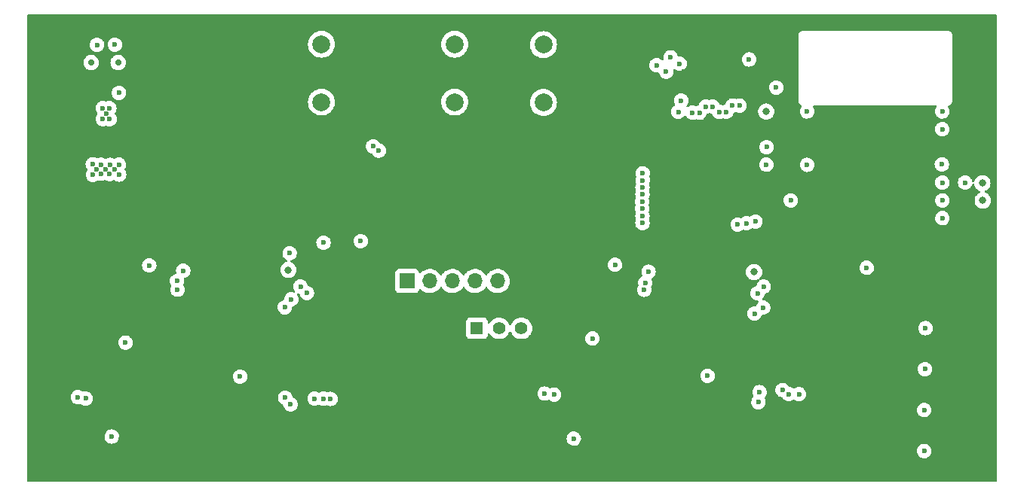
<source format=gbr>
%TF.GenerationSoftware,KiCad,Pcbnew,(6.0.10-0)*%
%TF.CreationDate,2022-12-27T23:39:26-08:00*%
%TF.ProjectId,HDMI-MUX,48444d49-2d4d-4555-982e-6b696361645f,rev?*%
%TF.SameCoordinates,Original*%
%TF.FileFunction,Copper,L2,Inr*%
%TF.FilePolarity,Positive*%
%FSLAX46Y46*%
G04 Gerber Fmt 4.6, Leading zero omitted, Abs format (unit mm)*
G04 Created by KiCad (PCBNEW (6.0.10-0)) date 2022-12-27 23:39:26*
%MOMM*%
%LPD*%
G01*
G04 APERTURE LIST*
%TA.AperFunction,ComponentPad*%
%ADD10C,1.995000*%
%TD*%
%TA.AperFunction,ComponentPad*%
%ADD11C,6.000000*%
%TD*%
%TA.AperFunction,ComponentPad*%
%ADD12R,1.700000X1.700000*%
%TD*%
%TA.AperFunction,ComponentPad*%
%ADD13O,1.700000X1.700000*%
%TD*%
%TA.AperFunction,ComponentPad*%
%ADD14C,2.000000*%
%TD*%
%TA.AperFunction,ComponentPad*%
%ADD15C,0.400000*%
%TD*%
%TA.AperFunction,ComponentPad*%
%ADD16R,1.408000X1.408000*%
%TD*%
%TA.AperFunction,ComponentPad*%
%ADD17C,1.408000*%
%TD*%
%TA.AperFunction,ComponentPad*%
%ADD18O,1.000000X2.000000*%
%TD*%
%TA.AperFunction,ViaPad*%
%ADD19C,0.800000*%
%TD*%
%TA.AperFunction,ViaPad*%
%ADD20C,0.600000*%
%TD*%
%TA.AperFunction,ViaPad*%
%ADD21C,0.700000*%
%TD*%
G04 APERTURE END LIST*
D10*
%TO.N,GND*%
%TO.C,J6*%
X59675250Y-63255000D03*
X45175250Y-63255000D03*
X44575250Y-68155000D03*
X60275250Y-68155000D03*
%TD*%
%TO.N,GND*%
%TO.C,J7*%
X33475250Y-63255000D03*
X18975250Y-63255000D03*
X18375250Y-68155000D03*
X34075250Y-68155000D03*
%TD*%
D11*
%TO.N,GND*%
%TO.C,REF\u002A\u002A*%
X109982000Y-52578000D03*
%TD*%
D12*
%TO.N,unconnected-(J1-Pad1)*%
%TO.C,J1*%
X58950000Y-47690000D03*
D13*
%TO.N,/USB_RX*%
X61490000Y-47690000D03*
%TO.N,/USB_TX*%
X64030000Y-47690000D03*
%TO.N,Net-(J1-Pad4)*%
X66570000Y-47690000D03*
%TO.N,unconnected-(J1-Pad5)*%
X69110000Y-47690000D03*
%TO.N,GND*%
X71650000Y-47690000D03*
%TD*%
D14*
%TO.N,GND*%
%TO.C,SW1*%
X69753750Y-21100000D03*
X69753750Y-27600000D03*
%TO.N,Net-(R4-Pad2)*%
X74253750Y-21100000D03*
X74253750Y-27600000D03*
%TD*%
D10*
%TO.N,GND*%
%TO.C,J4*%
X112084500Y-63257500D03*
X97584500Y-63257500D03*
X96984500Y-68157500D03*
X112684500Y-68157500D03*
%TD*%
D11*
%TO.N,GND*%
%TO.C,REF\u002A\u002A*%
X82550000Y-30988000D03*
%TD*%
D15*
%TO.N,GND*%
%TO.C,U4*%
X42849500Y-49057500D03*
X41664500Y-48282500D03*
X41664500Y-49057500D03*
X41664500Y-49832500D03*
X40494500Y-48282500D03*
X40494500Y-49057500D03*
X40494500Y-49832500D03*
X39324500Y-48282500D03*
X39324500Y-49057500D03*
X39324500Y-49832500D03*
X38154500Y-48282500D03*
X38154500Y-49057500D03*
X38154500Y-49832500D03*
X36984500Y-48282500D03*
X36984500Y-49057500D03*
X36984500Y-49832500D03*
X35799500Y-49057500D03*
%TD*%
D10*
%TO.N,GND*%
%TO.C,J5*%
X85884500Y-63257500D03*
X71384500Y-63257500D03*
X70784500Y-68157500D03*
X86484500Y-68157500D03*
%TD*%
D14*
%TO.N,Net-(R10-Pad1)*%
%TO.C,SW2*%
X49323750Y-27550000D03*
X49323750Y-21050000D03*
%TO.N,GND*%
X53823750Y-21050000D03*
X53823750Y-27550000D03*
%TD*%
D15*
%TO.N,GND*%
%TO.C,U3*%
X95268750Y-49060000D03*
X94083750Y-48285000D03*
X94083750Y-49060000D03*
X94083750Y-49835000D03*
X92913750Y-48285000D03*
X92913750Y-49060000D03*
X92913750Y-49835000D03*
X91743750Y-48285000D03*
X91743750Y-49060000D03*
X91743750Y-49835000D03*
X90573750Y-48285000D03*
X90573750Y-49060000D03*
X90573750Y-49835000D03*
X89403750Y-48285000D03*
X89403750Y-49060000D03*
X89403750Y-49835000D03*
X88218750Y-49060000D03*
%TD*%
D11*
%TO.N,GND*%
%TO.C,REF\u002A\u002A*%
X21590000Y-50800000D03*
%TD*%
D16*
%TO.N,Net-(J1-Pad4)*%
%TO.C,SW4*%
X66771500Y-53000000D03*
D17*
%TO.N,+3.3V*%
X69271500Y-53000000D03*
%TO.N,N/C*%
X71771500Y-53000000D03*
%TD*%
D14*
%TO.N,/LED1*%
%TO.C,SW3*%
X64283750Y-21050000D03*
X64283750Y-27550000D03*
%TO.N,GND*%
X59783750Y-21050000D03*
X59783750Y-27550000D03*
%TD*%
D11*
%TO.N,GND*%
%TO.C,REF\u002A\u002A*%
X36322000Y-24130000D03*
%TD*%
D18*
%TO.N,GND*%
%TO.C,J2*%
X20656000Y-23104000D03*
X29296000Y-23104000D03*
X20656000Y-19304000D03*
X29296000Y-19304000D03*
%TD*%
D10*
%TO.N,GND*%
%TO.C,J3*%
X98874500Y-24662500D03*
X84374500Y-24662500D03*
X83774500Y-19762500D03*
X99474500Y-19762500D03*
%TD*%
D19*
%TO.N,GND*%
X123526250Y-40620000D03*
D20*
X81534000Y-49530000D03*
X35052000Y-39624000D03*
X61468000Y-34798000D03*
X70612000Y-30734000D03*
X35560000Y-32004000D03*
X18542000Y-32766000D03*
X26106000Y-19124000D03*
X104902000Y-49784000D03*
X59944000Y-30734000D03*
X101599308Y-63677835D03*
X57912000Y-60198000D03*
X77724000Y-53340000D03*
X88392000Y-60198000D03*
X80264000Y-50800000D03*
X41656000Y-35052000D03*
X90019000Y-24157230D03*
X76454000Y-26162000D03*
X51562000Y-54610000D03*
X25975252Y-63661375D03*
X76200000Y-55118000D03*
X99780000Y-38580000D03*
X82884544Y-63663916D03*
X47752000Y-30734000D03*
X25146000Y-53848000D03*
X79502000Y-34798000D03*
X98044000Y-26924000D03*
X56642000Y-56896000D03*
X33782000Y-51054000D03*
X79884468Y-63663905D03*
X98044000Y-35814000D03*
X98044000Y-30480000D03*
X95874542Y-24256086D03*
X38608000Y-33782000D03*
X78232000Y-24384000D03*
X90170000Y-59182000D03*
X43434000Y-21082000D03*
X28956000Y-50038000D03*
X35052000Y-37338000D03*
X23876000Y-60198000D03*
X76708000Y-34798000D03*
X57658000Y-34798000D03*
X72898000Y-29718000D03*
X110236000Y-58928000D03*
X52578000Y-30734000D03*
X54102000Y-54610000D03*
X39370000Y-62992000D03*
X123190000Y-30734000D03*
X49175240Y-63661383D03*
X28975257Y-63661379D03*
X22830750Y-63760271D03*
X122936000Y-49784000D03*
X35306000Y-60706000D03*
X56675252Y-63661375D03*
X110236000Y-57150000D03*
X47498000Y-34798000D03*
X32258000Y-60706000D03*
X109084499Y-63663874D03*
X44196000Y-51816000D03*
X86868000Y-51816000D03*
X80010000Y-22606000D03*
X103886000Y-53848000D03*
X40386000Y-32004000D03*
X98806000Y-53594000D03*
X92874546Y-24256082D03*
X24892000Y-44704000D03*
X57658000Y-57912000D03*
X104584557Y-63663930D03*
X23876000Y-56388000D03*
X53340000Y-47752000D03*
X36830000Y-35560000D03*
X35052000Y-41656000D03*
X82042000Y-26162000D03*
X27826000Y-29474000D03*
X44450000Y-34798000D03*
D19*
X122991250Y-52970000D03*
D20*
X50530750Y-63760271D03*
X92202000Y-62738000D03*
X27076000Y-29474000D03*
X55626000Y-55880000D03*
X69596000Y-34798000D03*
X45466000Y-30734000D03*
X110490000Y-60452000D03*
X106172000Y-53848000D03*
X54356000Y-34798000D03*
X34290000Y-60706000D03*
X84328000Y-60198000D03*
X89408000Y-59944000D03*
X27826000Y-28224000D03*
X62738000Y-53594000D03*
X81384450Y-63663921D03*
X19050000Y-42164000D03*
X31070000Y-53550000D03*
X38100000Y-38354000D03*
X77029000Y-63762770D03*
X37084000Y-59944000D03*
X42926000Y-28448000D03*
X50038000Y-30734000D03*
X87630000Y-31242000D03*
X76454000Y-32004000D03*
X86614000Y-33782000D03*
X68072000Y-30734000D03*
X87376000Y-28448000D03*
X24136000Y-19124000D03*
X112272500Y-46200000D03*
X64516000Y-65278000D03*
X17780000Y-19304000D03*
X27446000Y-28844000D03*
D19*
X122891250Y-62250000D03*
X122891250Y-66730000D03*
D20*
X74676000Y-33782000D03*
X53675305Y-63661427D03*
X102950000Y-63762771D03*
X18288000Y-55372000D03*
X77470000Y-49022000D03*
X52175302Y-63661424D03*
X22206000Y-23144000D03*
X75240000Y-63762771D03*
X52832000Y-54610000D03*
X100584000Y-53848000D03*
X47330000Y-46460000D03*
X76200000Y-59436000D03*
X48260000Y-51562000D03*
X39624000Y-67564000D03*
X36322000Y-60706000D03*
X85344000Y-60198000D03*
X35052000Y-43688000D03*
X45974000Y-53848000D03*
X27051000Y-28244800D03*
X86360000Y-60198000D03*
X78486000Y-29972000D03*
X37846000Y-59182000D03*
X94374547Y-24256081D03*
X96774000Y-51816000D03*
X78384474Y-63663898D03*
X46990000Y-42164000D03*
X105156000Y-53848000D03*
X91374544Y-24256084D03*
X78994000Y-52070000D03*
X45570000Y-32740000D03*
X72136000Y-34798000D03*
X42926000Y-30734000D03*
D19*
X123001250Y-57650000D03*
D20*
X83170000Y-53310000D03*
X91694000Y-68580000D03*
X107584499Y-63663874D03*
X28318500Y-26514000D03*
X64262000Y-34798000D03*
X51054000Y-34798000D03*
X87376000Y-60198000D03*
X65532000Y-30734000D03*
X62738000Y-30734000D03*
X48260000Y-54610000D03*
X67056000Y-34798000D03*
X26416000Y-52578000D03*
X27475250Y-63661374D03*
X88392000Y-26924000D03*
X55175250Y-63661374D03*
X24619750Y-63760270D03*
X69596000Y-58166000D03*
X40132000Y-36576000D03*
X30475276Y-63661398D03*
D19*
X99620000Y-46680000D03*
D20*
X123698000Y-19812000D03*
X33274000Y-60706000D03*
X27686000Y-51308000D03*
X55118000Y-30734000D03*
X120396000Y-59944000D03*
X22456000Y-24844000D03*
X106084552Y-63663924D03*
%TO.N,/IN_D2+*%
X85363750Y-41166000D03*
X96270500Y-27940000D03*
%TO.N,/IN_D2-*%
X95478500Y-27940000D03*
X85363750Y-40374000D03*
%TO.N,+5V*%
X75438000Y-60452000D03*
X22860000Y-60905498D03*
X88019000Y-24130000D03*
X48556956Y-60908495D03*
X101092000Y-59944000D03*
%TO.N,/IN_D1+*%
X94770500Y-28650000D03*
X85333750Y-39546000D03*
%TO.N,/IN_D1-*%
X93978500Y-28650000D03*
X85333750Y-38754000D03*
%TO.N,/USB_RX*%
X119046250Y-28610000D03*
%TO.N,/USB_TX*%
X119046250Y-30610000D03*
D21*
%TO.N,VBUS*%
X26496000Y-23109000D03*
X23456000Y-23109000D03*
D20*
%TO.N,/IN_D0+*%
X85373750Y-37946000D03*
X93270500Y-28068872D03*
%TO.N,/IN_D0-*%
X85373750Y-37154000D03*
X92478500Y-28068872D03*
%TO.N,/IN_CLK+*%
X85384677Y-36354547D03*
X91770500Y-28760000D03*
%TO.N,/IN_CLK-*%
X85384677Y-35562547D03*
X90978500Y-28760000D03*
%TO.N,/IN_CEC*%
X89723750Y-27380000D03*
%TO.N,/IN_SCL*%
X89537481Y-23237731D03*
X45753750Y-44560000D03*
X97053750Y-41190000D03*
X55123750Y-32525500D03*
%TO.N,/IN_SDA*%
X100393750Y-25930000D03*
X55763750Y-33015500D03*
X49553750Y-43370000D03*
X88523750Y-22514500D03*
%TO.N,/IN_HPD*%
X89388250Y-28650731D03*
X86943750Y-23400000D03*
%TO.N,/P1_CEC*%
X98394500Y-61307500D03*
X85686991Y-47875436D03*
%TO.N,/P1_SCL*%
X102944500Y-60407500D03*
X98984500Y-48307500D03*
%TO.N,/P1_SDA*%
X101794500Y-60407500D03*
X98302271Y-49054500D03*
%TO.N,/P1_HPD*%
X85564500Y-48665500D03*
X98514500Y-60187500D03*
%TO.N,/P2_SCL*%
X98924500Y-50677500D03*
X77654500Y-65417500D03*
%TO.N,/P2_SDA*%
X92670231Y-58341769D03*
X97954500Y-51347500D03*
%TO.N,/P2_HPD*%
X74384500Y-60347500D03*
X79750231Y-54153231D03*
%TO.N,/P3_CEC*%
X45844500Y-61557500D03*
X33104500Y-47677500D03*
%TO.N,/P3_SCL*%
X50336566Y-60942507D03*
X46974500Y-48297500D03*
%TO.N,/P3_SDA*%
X49524500Y-60927500D03*
X47698769Y-49033231D03*
%TO.N,/P3_HPD*%
X33164500Y-48663000D03*
X45244500Y-60807500D03*
%TO.N,/P4_SCL*%
X25774500Y-65177500D03*
X45934500Y-49747500D03*
%TO.N,/P4_SDA*%
X45214500Y-50637500D03*
X40184500Y-58437500D03*
%TO.N,/P4_HPD*%
X27315231Y-54608231D03*
X21974500Y-60757500D03*
%TO.N,/LED4*%
X119046250Y-40610000D03*
X117153750Y-52990000D03*
%TO.N,/LED2*%
X119046250Y-38610000D03*
X116991250Y-62200000D03*
%TO.N,/LED1*%
X119046250Y-36610000D03*
X116991250Y-66800000D03*
X121596250Y-36610000D03*
%TO.N,/LED3*%
X118983750Y-34560000D03*
X117093750Y-57600000D03*
%TO.N,Net-(J2-PadB5)*%
X26126000Y-21104000D03*
%TO.N,+3.3V*%
X26593500Y-26514000D03*
D19*
X97897500Y-46680000D03*
D20*
X29990000Y-45930000D03*
X26086000Y-35154000D03*
X25516000Y-28234000D03*
D19*
X45607500Y-46440000D03*
X123536250Y-36680000D03*
D20*
X24776000Y-29464000D03*
X25056000Y-35154000D03*
X99300000Y-32610000D03*
D19*
X99256250Y-28620000D03*
D20*
X25526000Y-29484000D03*
X24546000Y-35614000D03*
X82290000Y-45850000D03*
X25526000Y-35644000D03*
X25576000Y-34614000D03*
X24576000Y-34604000D03*
X23646000Y-34544000D03*
D19*
X123576250Y-38630000D03*
D20*
X23676000Y-35744000D03*
X24776000Y-28234000D03*
X26606000Y-35714000D03*
X99280000Y-34600000D03*
X24056000Y-35114000D03*
X25156000Y-28854000D03*
X110547500Y-46200000D03*
X26586000Y-34594000D03*
%TO.N,Net-(J2-PadA5)*%
X24136000Y-21114000D03*
%TO.N,Net-(R4-Pad2)*%
X103846250Y-28610000D03*
%TO.N,Net-(R10-Pad1)*%
X103846250Y-34610000D03*
X97344672Y-22759461D03*
%TO.N,/MUX_B_SEL*%
X96063750Y-41340000D03*
X33803750Y-46520000D03*
%TO.N,/MUX_A_SEL*%
X102013750Y-38610000D03*
X86053750Y-46640000D03*
%TO.N,/MUX_B_EN*%
X53733750Y-43200000D03*
X98052161Y-40998411D03*
%TD*%
%TA.AperFunction,Conductor*%
%TO.N,GND*%
G36*
X125123621Y-17728502D02*
G01*
X125170114Y-17782158D01*
X125181500Y-17834500D01*
X125181500Y-70115500D01*
X125161498Y-70183621D01*
X125107842Y-70230114D01*
X125055500Y-70241500D01*
X16394500Y-70241500D01*
X16326379Y-70221498D01*
X16279886Y-70167842D01*
X16268500Y-70115500D01*
X16268500Y-66788640D01*
X116177713Y-66788640D01*
X116195413Y-66969160D01*
X116252668Y-67141273D01*
X116256315Y-67147295D01*
X116256316Y-67147297D01*
X116267228Y-67165314D01*
X116346630Y-67296424D01*
X116472632Y-67426902D01*
X116624409Y-67526222D01*
X116631013Y-67528678D01*
X116631015Y-67528679D01*
X116787808Y-67586990D01*
X116787810Y-67586990D01*
X116794418Y-67589448D01*
X116878245Y-67600633D01*
X116967230Y-67612507D01*
X116967234Y-67612507D01*
X116974211Y-67613438D01*
X116981222Y-67612800D01*
X116981226Y-67612800D01*
X117123709Y-67599832D01*
X117154850Y-67596998D01*
X117161552Y-67594820D01*
X117161554Y-67594820D01*
X117320659Y-67543124D01*
X117320662Y-67543123D01*
X117327358Y-67540947D01*
X117483162Y-67448069D01*
X117614516Y-67322982D01*
X117714893Y-67171902D01*
X117779305Y-67002338D01*
X117780285Y-66995366D01*
X117803998Y-66826639D01*
X117803998Y-66826636D01*
X117804549Y-66822717D01*
X117804866Y-66800000D01*
X117784647Y-66619745D01*
X117782330Y-66613091D01*
X117727314Y-66455106D01*
X117727312Y-66455103D01*
X117724995Y-66448448D01*
X117628876Y-66294624D01*
X117565633Y-66230938D01*
X117506028Y-66170915D01*
X117506024Y-66170912D01*
X117501065Y-66165918D01*
X117489947Y-66158862D01*
X117441788Y-66128300D01*
X117347916Y-66068727D01*
X117290438Y-66048260D01*
X117183675Y-66010243D01*
X117183670Y-66010242D01*
X117177040Y-66007881D01*
X117170052Y-66007048D01*
X117170049Y-66007047D01*
X117034953Y-65990938D01*
X116996930Y-65986404D01*
X116989927Y-65987140D01*
X116989926Y-65987140D01*
X116823538Y-66004628D01*
X116823536Y-66004629D01*
X116816538Y-66005364D01*
X116644829Y-66063818D01*
X116630707Y-66072506D01*
X116496345Y-66155166D01*
X116496342Y-66155168D01*
X116490338Y-66158862D01*
X116485303Y-66163793D01*
X116485300Y-66163795D01*
X116365775Y-66280843D01*
X116360743Y-66285771D01*
X116262485Y-66438238D01*
X116260076Y-66444858D01*
X116260074Y-66444861D01*
X116202856Y-66602066D01*
X116200447Y-66608685D01*
X116177713Y-66788640D01*
X16268500Y-66788640D01*
X16268500Y-65166140D01*
X24960963Y-65166140D01*
X24978663Y-65346660D01*
X25035918Y-65518773D01*
X25039565Y-65524795D01*
X25039566Y-65524797D01*
X25101111Y-65626420D01*
X25129880Y-65673924D01*
X25255882Y-65804402D01*
X25407659Y-65903722D01*
X25414263Y-65906178D01*
X25414265Y-65906179D01*
X25571058Y-65964490D01*
X25571060Y-65964490D01*
X25577668Y-65966948D01*
X25661495Y-65978133D01*
X25750480Y-65990007D01*
X25750484Y-65990007D01*
X25757461Y-65990938D01*
X25764472Y-65990300D01*
X25764476Y-65990300D01*
X25906959Y-65977332D01*
X25938100Y-65974498D01*
X25944802Y-65972320D01*
X25944804Y-65972320D01*
X26103909Y-65920624D01*
X26103912Y-65920623D01*
X26110608Y-65918447D01*
X26266412Y-65825569D01*
X26397766Y-65700482D01*
X26498143Y-65549402D01*
X26546743Y-65421462D01*
X26552564Y-65406140D01*
X76840963Y-65406140D01*
X76858663Y-65586660D01*
X76915918Y-65758773D01*
X76919565Y-65764795D01*
X76919566Y-65764797D01*
X77005190Y-65906179D01*
X77009880Y-65913924D01*
X77135882Y-66044402D01*
X77287659Y-66143722D01*
X77294263Y-66146178D01*
X77294265Y-66146179D01*
X77451058Y-66204490D01*
X77451060Y-66204490D01*
X77457668Y-66206948D01*
X77541495Y-66218133D01*
X77630480Y-66230007D01*
X77630484Y-66230007D01*
X77637461Y-66230938D01*
X77644472Y-66230300D01*
X77644476Y-66230300D01*
X77786959Y-66217332D01*
X77818100Y-66214498D01*
X77824802Y-66212320D01*
X77824804Y-66212320D01*
X77983909Y-66160624D01*
X77983912Y-66160623D01*
X77990608Y-66158447D01*
X78087013Y-66100978D01*
X78140360Y-66069177D01*
X78140362Y-66069176D01*
X78146412Y-66065569D01*
X78277766Y-65940482D01*
X78378143Y-65789402D01*
X78442555Y-65619838D01*
X78443535Y-65612866D01*
X78467248Y-65444139D01*
X78467248Y-65444136D01*
X78467799Y-65440217D01*
X78468116Y-65417500D01*
X78447897Y-65237245D01*
X78445580Y-65230591D01*
X78390564Y-65072606D01*
X78390562Y-65072603D01*
X78388245Y-65065948D01*
X78292126Y-64912124D01*
X78278441Y-64898343D01*
X78169278Y-64788415D01*
X78169274Y-64788412D01*
X78164315Y-64783418D01*
X78153197Y-64776362D01*
X78105038Y-64745800D01*
X78011166Y-64686227D01*
X77946698Y-64663271D01*
X77846925Y-64627743D01*
X77846920Y-64627742D01*
X77840290Y-64625381D01*
X77833302Y-64624548D01*
X77833299Y-64624547D01*
X77710198Y-64609868D01*
X77660180Y-64603904D01*
X77653177Y-64604640D01*
X77653176Y-64604640D01*
X77486788Y-64622128D01*
X77486786Y-64622129D01*
X77479788Y-64622864D01*
X77308079Y-64681318D01*
X77302075Y-64685012D01*
X77159595Y-64772666D01*
X77159592Y-64772668D01*
X77153588Y-64776362D01*
X77148553Y-64781293D01*
X77148550Y-64781295D01*
X77029025Y-64898343D01*
X77023993Y-64903271D01*
X76925735Y-65055738D01*
X76923326Y-65062358D01*
X76923324Y-65062361D01*
X76871721Y-65204139D01*
X76863697Y-65226185D01*
X76840963Y-65406140D01*
X26552564Y-65406140D01*
X26560055Y-65386420D01*
X26560056Y-65386418D01*
X26562555Y-65379838D01*
X26563535Y-65372866D01*
X26587248Y-65204139D01*
X26587248Y-65204136D01*
X26587799Y-65200217D01*
X26588116Y-65177500D01*
X26567897Y-64997245D01*
X26565580Y-64990591D01*
X26510564Y-64832606D01*
X26510562Y-64832603D01*
X26508245Y-64825948D01*
X26423300Y-64690006D01*
X26415859Y-64678098D01*
X26412126Y-64672124D01*
X26345209Y-64604738D01*
X26289278Y-64548415D01*
X26289274Y-64548412D01*
X26284315Y-64543418D01*
X26273197Y-64536362D01*
X26225038Y-64505800D01*
X26131166Y-64446227D01*
X26101963Y-64435828D01*
X25966925Y-64387743D01*
X25966920Y-64387742D01*
X25960290Y-64385381D01*
X25953302Y-64384548D01*
X25953299Y-64384547D01*
X25830198Y-64369868D01*
X25780180Y-64363904D01*
X25773177Y-64364640D01*
X25773176Y-64364640D01*
X25606788Y-64382128D01*
X25606786Y-64382129D01*
X25599788Y-64382864D01*
X25428079Y-64441318D01*
X25422075Y-64445012D01*
X25279595Y-64532666D01*
X25279592Y-64532668D01*
X25273588Y-64536362D01*
X25268553Y-64541293D01*
X25268550Y-64541295D01*
X25182938Y-64625133D01*
X25143993Y-64663271D01*
X25045735Y-64815738D01*
X25043326Y-64822358D01*
X25043324Y-64822361D01*
X25015669Y-64898343D01*
X24983697Y-64986185D01*
X24960963Y-65166140D01*
X16268500Y-65166140D01*
X16268500Y-60746140D01*
X21160963Y-60746140D01*
X21178663Y-60926660D01*
X21235918Y-61098773D01*
X21239565Y-61104795D01*
X21239566Y-61104797D01*
X21325578Y-61246820D01*
X21329880Y-61253924D01*
X21334769Y-61258987D01*
X21334770Y-61258988D01*
X21358220Y-61283271D01*
X21455882Y-61384402D01*
X21523240Y-61428480D01*
X21582888Y-61467512D01*
X21607659Y-61483722D01*
X21614263Y-61486178D01*
X21614265Y-61486179D01*
X21771058Y-61544490D01*
X21771060Y-61544490D01*
X21777668Y-61546948D01*
X21856750Y-61557500D01*
X21950480Y-61570007D01*
X21950484Y-61570007D01*
X21957461Y-61570938D01*
X21964472Y-61570300D01*
X21964476Y-61570300D01*
X22108686Y-61557175D01*
X22138100Y-61554498D01*
X22144805Y-61552319D01*
X22144807Y-61552319D01*
X22239088Y-61521686D01*
X22310055Y-61519659D01*
X22347016Y-61536087D01*
X22456106Y-61607473D01*
X22493159Y-61631720D01*
X22499763Y-61634176D01*
X22499765Y-61634177D01*
X22656558Y-61692488D01*
X22656560Y-61692488D01*
X22663168Y-61694946D01*
X22746995Y-61706131D01*
X22835980Y-61718005D01*
X22835984Y-61718005D01*
X22842961Y-61718936D01*
X22849972Y-61718298D01*
X22849976Y-61718298D01*
X22992459Y-61705330D01*
X23023600Y-61702496D01*
X23030302Y-61700318D01*
X23030304Y-61700318D01*
X23189409Y-61648622D01*
X23189412Y-61648621D01*
X23196108Y-61646445D01*
X23332767Y-61564980D01*
X23345860Y-61557175D01*
X23345862Y-61557174D01*
X23351912Y-61553567D01*
X23483266Y-61428480D01*
X23583643Y-61277400D01*
X23633886Y-61145137D01*
X23645555Y-61114418D01*
X23645556Y-61114416D01*
X23648055Y-61107836D01*
X23651579Y-61082760D01*
X23672748Y-60932137D01*
X23672748Y-60932134D01*
X23673299Y-60928215D01*
X23673616Y-60905498D01*
X23661349Y-60796140D01*
X44430963Y-60796140D01*
X44448663Y-60976660D01*
X44505918Y-61148773D01*
X44509565Y-61154795D01*
X44509566Y-61154797D01*
X44583817Y-61277400D01*
X44599880Y-61303924D01*
X44725882Y-61434402D01*
X44877659Y-61533722D01*
X44884260Y-61536177D01*
X44884268Y-61536181D01*
X44961706Y-61564980D01*
X45018582Y-61607473D01*
X45043184Y-61670781D01*
X45048663Y-61726660D01*
X45105918Y-61898773D01*
X45109565Y-61904795D01*
X45109566Y-61904797D01*
X45194379Y-62044840D01*
X45199880Y-62053924D01*
X45325882Y-62184402D01*
X45477659Y-62283722D01*
X45484263Y-62286178D01*
X45484265Y-62286179D01*
X45641058Y-62344490D01*
X45641060Y-62344490D01*
X45647668Y-62346948D01*
X45731495Y-62358133D01*
X45820480Y-62370007D01*
X45820484Y-62370007D01*
X45827461Y-62370938D01*
X45834472Y-62370300D01*
X45834476Y-62370300D01*
X45976959Y-62357332D01*
X46008100Y-62354498D01*
X46014802Y-62352320D01*
X46014804Y-62352320D01*
X46173909Y-62300624D01*
X46173912Y-62300623D01*
X46180608Y-62298447D01*
X46336412Y-62205569D01*
X46354189Y-62188640D01*
X116177713Y-62188640D01*
X116195413Y-62369160D01*
X116252668Y-62541273D01*
X116256315Y-62547295D01*
X116256316Y-62547297D01*
X116267228Y-62565314D01*
X116346630Y-62696424D01*
X116472632Y-62826902D01*
X116624409Y-62926222D01*
X116631013Y-62928678D01*
X116631015Y-62928679D01*
X116787808Y-62986990D01*
X116787810Y-62986990D01*
X116794418Y-62989448D01*
X116878245Y-63000633D01*
X116967230Y-63012507D01*
X116967234Y-63012507D01*
X116974211Y-63013438D01*
X116981222Y-63012800D01*
X116981226Y-63012800D01*
X117123709Y-62999832D01*
X117154850Y-62996998D01*
X117161552Y-62994820D01*
X117161554Y-62994820D01*
X117320659Y-62943124D01*
X117320662Y-62943123D01*
X117327358Y-62940947D01*
X117483162Y-62848069D01*
X117614516Y-62722982D01*
X117714893Y-62571902D01*
X117779305Y-62402338D01*
X117780285Y-62395366D01*
X117803998Y-62226639D01*
X117803998Y-62226636D01*
X117804549Y-62222717D01*
X117804738Y-62209177D01*
X117804811Y-62203962D01*
X117804811Y-62203957D01*
X117804866Y-62200000D01*
X117784647Y-62019745D01*
X117782330Y-62013091D01*
X117727314Y-61855106D01*
X117727312Y-61855103D01*
X117724995Y-61848448D01*
X117657234Y-61740007D01*
X117632609Y-61700598D01*
X117628876Y-61694624D01*
X117605043Y-61670624D01*
X117506028Y-61570915D01*
X117506024Y-61570912D01*
X117501065Y-61565918D01*
X117494044Y-61561462D01*
X117412697Y-61509838D01*
X117347916Y-61468727D01*
X117318713Y-61458328D01*
X117183675Y-61410243D01*
X117183670Y-61410242D01*
X117177040Y-61407881D01*
X117170052Y-61407048D01*
X117170049Y-61407047D01*
X117046948Y-61392368D01*
X116996930Y-61386404D01*
X116989927Y-61387140D01*
X116989926Y-61387140D01*
X116823538Y-61404628D01*
X116823536Y-61404629D01*
X116816538Y-61405364D01*
X116731239Y-61434402D01*
X116657167Y-61459618D01*
X116644829Y-61463818D01*
X116638825Y-61467512D01*
X116496345Y-61555166D01*
X116496342Y-61555168D01*
X116490338Y-61558862D01*
X116485303Y-61563793D01*
X116485300Y-61563795D01*
X116366792Y-61679847D01*
X116360743Y-61685771D01*
X116262485Y-61838238D01*
X116260076Y-61844858D01*
X116260074Y-61844861D01*
X116202856Y-62002066D01*
X116200447Y-62008685D01*
X116177713Y-62188640D01*
X46354189Y-62188640D01*
X46467766Y-62080482D01*
X46568143Y-61929402D01*
X46609923Y-61819417D01*
X46630055Y-61766420D01*
X46630056Y-61766418D01*
X46632555Y-61759838D01*
X46635719Y-61737327D01*
X46657248Y-61584139D01*
X46657248Y-61584136D01*
X46657799Y-61580217D01*
X46658116Y-61557500D01*
X46637897Y-61377245D01*
X46614989Y-61311462D01*
X46580564Y-61212606D01*
X46580562Y-61212603D01*
X46578245Y-61205948D01*
X46572621Y-61196948D01*
X46485859Y-61058098D01*
X46482126Y-61052124D01*
X46473033Y-61042967D01*
X46359278Y-60928415D01*
X46359274Y-60928412D01*
X46354315Y-60923418D01*
X46323598Y-60903924D01*
X46312900Y-60897135D01*
X47743419Y-60897135D01*
X47761119Y-61077655D01*
X47818374Y-61249768D01*
X47822021Y-61255790D01*
X47822022Y-61255792D01*
X47901569Y-61387140D01*
X47912336Y-61404919D01*
X47917225Y-61409982D01*
X47917226Y-61409983D01*
X47967021Y-61461547D01*
X48038338Y-61535397D01*
X48092615Y-61570915D01*
X48151210Y-61609258D01*
X48190115Y-61634717D01*
X48196719Y-61637173D01*
X48196721Y-61637174D01*
X48353514Y-61695485D01*
X48353516Y-61695485D01*
X48360124Y-61697943D01*
X48443951Y-61709128D01*
X48532936Y-61721002D01*
X48532940Y-61721002D01*
X48539917Y-61721933D01*
X48546928Y-61721295D01*
X48546932Y-61721295D01*
X48689415Y-61708327D01*
X48720556Y-61705493D01*
X48727258Y-61703315D01*
X48727260Y-61703315D01*
X48886365Y-61651619D01*
X48886368Y-61651618D01*
X48893064Y-61649442D01*
X48899115Y-61645835D01*
X48960474Y-61609258D01*
X49029229Y-61591558D01*
X49093983Y-61612054D01*
X49124036Y-61631720D01*
X49157659Y-61653722D01*
X49164263Y-61656178D01*
X49164265Y-61656179D01*
X49321058Y-61714490D01*
X49321060Y-61714490D01*
X49327668Y-61716948D01*
X49400455Y-61726660D01*
X49500480Y-61740007D01*
X49500484Y-61740007D01*
X49507461Y-61740938D01*
X49514472Y-61740300D01*
X49514476Y-61740300D01*
X49664344Y-61726660D01*
X49688100Y-61724498D01*
X49694802Y-61722320D01*
X49694804Y-61722320D01*
X49853909Y-61670624D01*
X49853912Y-61670623D01*
X49860608Y-61668447D01*
X49864040Y-61666401D01*
X49933144Y-61656644D01*
X49968225Y-61667748D01*
X49969725Y-61668729D01*
X49976329Y-61671185D01*
X50133124Y-61729497D01*
X50133126Y-61729497D01*
X50139734Y-61731955D01*
X50223561Y-61743140D01*
X50312546Y-61755014D01*
X50312550Y-61755014D01*
X50319527Y-61755945D01*
X50326538Y-61755307D01*
X50326542Y-61755307D01*
X50469025Y-61742339D01*
X50500166Y-61739505D01*
X50506868Y-61737327D01*
X50506870Y-61737327D01*
X50665975Y-61685631D01*
X50665978Y-61685630D01*
X50672674Y-61683454D01*
X50769079Y-61625985D01*
X50822426Y-61594184D01*
X50822428Y-61594183D01*
X50828478Y-61590576D01*
X50959832Y-61465489D01*
X51060209Y-61314409D01*
X51067149Y-61296140D01*
X97580963Y-61296140D01*
X97598663Y-61476660D01*
X97655918Y-61648773D01*
X97659565Y-61654795D01*
X97659566Y-61654797D01*
X97723181Y-61759838D01*
X97749880Y-61803924D01*
X97754769Y-61808987D01*
X97754770Y-61808988D01*
X97799306Y-61855106D01*
X97875882Y-61934402D01*
X97881778Y-61938260D01*
X97996132Y-62013091D01*
X98027659Y-62033722D01*
X98034263Y-62036178D01*
X98034265Y-62036179D01*
X98191058Y-62094490D01*
X98191060Y-62094490D01*
X98197668Y-62096948D01*
X98281495Y-62108133D01*
X98370480Y-62120007D01*
X98370484Y-62120007D01*
X98377461Y-62120938D01*
X98384472Y-62120300D01*
X98384476Y-62120300D01*
X98526959Y-62107332D01*
X98558100Y-62104498D01*
X98564802Y-62102320D01*
X98564804Y-62102320D01*
X98723909Y-62050624D01*
X98723912Y-62050623D01*
X98730608Y-62048447D01*
X98886412Y-61955569D01*
X99017766Y-61830482D01*
X99118143Y-61679402D01*
X99169392Y-61544490D01*
X99180055Y-61516420D01*
X99180056Y-61516418D01*
X99182555Y-61509838D01*
X99185880Y-61486179D01*
X99207248Y-61334139D01*
X99207248Y-61334136D01*
X99207799Y-61330217D01*
X99208116Y-61307500D01*
X99187897Y-61127245D01*
X99185580Y-61120591D01*
X99130564Y-60962606D01*
X99130562Y-60962603D01*
X99128245Y-60955948D01*
X99118162Y-60939812D01*
X99090091Y-60894888D01*
X99070955Y-60826519D01*
X99091821Y-60758658D01*
X99110052Y-60736874D01*
X99132663Y-60715342D01*
X99132665Y-60715340D01*
X99137766Y-60710482D01*
X99238143Y-60559402D01*
X99283339Y-60440424D01*
X99300055Y-60396420D01*
X99300056Y-60396418D01*
X99302555Y-60389838D01*
X99303535Y-60382866D01*
X99327248Y-60214139D01*
X99327248Y-60214136D01*
X99327799Y-60210217D01*
X99328116Y-60187500D01*
X99307897Y-60007245D01*
X99305580Y-60000591D01*
X99281917Y-59932640D01*
X100278463Y-59932640D01*
X100296163Y-60113160D01*
X100353418Y-60285273D01*
X100357065Y-60291295D01*
X100357066Y-60291297D01*
X100443574Y-60434139D01*
X100447380Y-60440424D01*
X100452269Y-60445487D01*
X100452270Y-60445488D01*
X100484284Y-60478639D01*
X100573382Y-60570902D01*
X100642582Y-60616185D01*
X100700886Y-60654338D01*
X100725159Y-60670222D01*
X100731763Y-60672678D01*
X100731765Y-60672679D01*
X100757071Y-60682090D01*
X100895168Y-60733448D01*
X100902151Y-60734380D01*
X100902152Y-60734380D01*
X101000115Y-60747451D01*
X101064991Y-60776287D01*
X101091225Y-60807072D01*
X101104973Y-60829773D01*
X101144408Y-60894888D01*
X101149880Y-60903924D01*
X101154769Y-60908987D01*
X101154770Y-60908988D01*
X101194345Y-60949969D01*
X101275882Y-61034402D01*
X101335969Y-61073722D01*
X101407593Y-61120591D01*
X101427659Y-61133722D01*
X101434263Y-61136178D01*
X101434265Y-61136179D01*
X101591058Y-61194490D01*
X101591060Y-61194490D01*
X101597668Y-61196948D01*
X101681495Y-61208133D01*
X101770480Y-61220007D01*
X101770484Y-61220007D01*
X101777461Y-61220938D01*
X101784472Y-61220300D01*
X101784476Y-61220300D01*
X101926959Y-61207332D01*
X101958100Y-61204498D01*
X101964802Y-61202320D01*
X101964804Y-61202320D01*
X102123909Y-61150624D01*
X102123912Y-61150623D01*
X102130608Y-61148447D01*
X102286412Y-61055569D01*
X102291514Y-61050710D01*
X102294463Y-61048472D01*
X102360816Y-61023218D01*
X102430289Y-61037846D01*
X102439630Y-61043398D01*
X102511798Y-61090624D01*
X102557593Y-61120591D01*
X102577659Y-61133722D01*
X102584263Y-61136178D01*
X102584265Y-61136179D01*
X102741058Y-61194490D01*
X102741060Y-61194490D01*
X102747668Y-61196948D01*
X102831495Y-61208133D01*
X102920480Y-61220007D01*
X102920484Y-61220007D01*
X102927461Y-61220938D01*
X102934472Y-61220300D01*
X102934476Y-61220300D01*
X103076959Y-61207332D01*
X103108100Y-61204498D01*
X103114802Y-61202320D01*
X103114804Y-61202320D01*
X103273909Y-61150624D01*
X103273912Y-61150623D01*
X103280608Y-61148447D01*
X103397271Y-61078902D01*
X103430360Y-61059177D01*
X103430362Y-61059176D01*
X103436412Y-61055569D01*
X103567766Y-60930482D01*
X103668143Y-60779402D01*
X103732555Y-60609838D01*
X103733535Y-60602866D01*
X103757248Y-60434139D01*
X103757248Y-60434136D01*
X103757799Y-60430217D01*
X103758116Y-60407500D01*
X103737897Y-60227245D01*
X103735580Y-60220591D01*
X103680564Y-60062606D01*
X103680562Y-60062603D01*
X103678245Y-60055948D01*
X103651323Y-60012864D01*
X103585859Y-59908098D01*
X103582126Y-59902124D01*
X103519633Y-59839193D01*
X103459278Y-59778415D01*
X103459274Y-59778412D01*
X103454315Y-59773418D01*
X103443197Y-59766362D01*
X103367560Y-59718362D01*
X103301166Y-59676227D01*
X103255261Y-59659881D01*
X103136925Y-59617743D01*
X103136920Y-59617742D01*
X103130290Y-59615381D01*
X103123302Y-59614548D01*
X103123299Y-59614547D01*
X103000198Y-59599868D01*
X102950180Y-59593904D01*
X102943177Y-59594640D01*
X102943176Y-59594640D01*
X102776788Y-59612128D01*
X102776786Y-59612129D01*
X102769788Y-59612864D01*
X102598079Y-59671318D01*
X102570804Y-59688098D01*
X102449598Y-59762664D01*
X102449594Y-59762667D01*
X102443588Y-59766362D01*
X102443446Y-59766132D01*
X102380935Y-59790929D01*
X102311264Y-59777273D01*
X102301839Y-59771847D01*
X102151166Y-59676227D01*
X102105261Y-59659881D01*
X101986925Y-59617743D01*
X101986920Y-59617742D01*
X101980290Y-59615381D01*
X101973302Y-59614548D01*
X101973299Y-59614547D01*
X101888730Y-59604463D01*
X101823457Y-59576535D01*
X101796795Y-59546118D01*
X101733359Y-59444598D01*
X101729626Y-59438624D01*
X101715941Y-59424843D01*
X101606778Y-59314915D01*
X101606774Y-59314912D01*
X101601815Y-59309918D01*
X101590697Y-59302862D01*
X101508877Y-59250938D01*
X101448666Y-59212727D01*
X101419463Y-59202328D01*
X101284425Y-59154243D01*
X101284420Y-59154242D01*
X101277790Y-59151881D01*
X101270802Y-59151048D01*
X101270799Y-59151047D01*
X101147698Y-59136368D01*
X101097680Y-59130404D01*
X101090677Y-59131140D01*
X101090676Y-59131140D01*
X100924288Y-59148628D01*
X100924286Y-59148629D01*
X100917288Y-59149364D01*
X100745579Y-59207818D01*
X100739575Y-59211512D01*
X100597095Y-59299166D01*
X100597092Y-59299168D01*
X100591088Y-59302862D01*
X100586053Y-59307793D01*
X100586050Y-59307795D01*
X100466525Y-59424843D01*
X100461493Y-59429771D01*
X100363235Y-59582238D01*
X100360826Y-59588858D01*
X100360824Y-59588861D01*
X100313272Y-59719509D01*
X100301197Y-59752685D01*
X100278463Y-59932640D01*
X99281917Y-59932640D01*
X99250564Y-59842606D01*
X99250562Y-59842603D01*
X99248245Y-59835948D01*
X99171761Y-59713547D01*
X99155859Y-59688098D01*
X99152126Y-59682124D01*
X99146270Y-59676227D01*
X99029278Y-59558415D01*
X99029274Y-59558412D01*
X99024315Y-59553418D01*
X99013197Y-59546362D01*
X98965038Y-59515800D01*
X98871166Y-59456227D01*
X98796869Y-59429771D01*
X98706925Y-59397743D01*
X98706920Y-59397742D01*
X98700290Y-59395381D01*
X98693302Y-59394548D01*
X98693299Y-59394547D01*
X98570198Y-59379868D01*
X98520180Y-59373904D01*
X98513177Y-59374640D01*
X98513176Y-59374640D01*
X98346788Y-59392128D01*
X98346786Y-59392129D01*
X98339788Y-59392864D01*
X98168079Y-59451318D01*
X98162075Y-59455012D01*
X98019595Y-59542666D01*
X98019592Y-59542668D01*
X98013588Y-59546362D01*
X98008553Y-59551293D01*
X98008550Y-59551295D01*
X97897666Y-59659881D01*
X97883993Y-59673271D01*
X97785735Y-59825738D01*
X97783326Y-59832358D01*
X97783324Y-59832361D01*
X97742726Y-59943904D01*
X97723697Y-59996185D01*
X97700963Y-60176140D01*
X97718663Y-60356660D01*
X97775918Y-60528773D01*
X97779565Y-60534795D01*
X97779566Y-60534797D01*
X97820296Y-60602051D01*
X97838475Y-60670681D01*
X97816664Y-60738244D01*
X97800678Y-60757345D01*
X97769028Y-60788339D01*
X97769022Y-60788346D01*
X97763993Y-60793271D01*
X97665735Y-60945738D01*
X97663326Y-60952358D01*
X97663324Y-60952361D01*
X97607842Y-61104797D01*
X97603697Y-61116185D01*
X97580963Y-61296140D01*
X51067149Y-61296140D01*
X51118750Y-61160300D01*
X51122121Y-61151427D01*
X51122122Y-61151425D01*
X51124621Y-61144845D01*
X51126184Y-61133722D01*
X51149314Y-60969146D01*
X51149314Y-60969143D01*
X51149865Y-60965224D01*
X51150018Y-60954245D01*
X51150127Y-60946469D01*
X51150127Y-60946464D01*
X51150182Y-60942507D01*
X51129963Y-60762252D01*
X51127589Y-60755435D01*
X51072630Y-60597613D01*
X51072628Y-60597610D01*
X51070311Y-60590955D01*
X50974192Y-60437131D01*
X50963394Y-60426257D01*
X50873904Y-60336140D01*
X73570963Y-60336140D01*
X73588663Y-60516660D01*
X73645918Y-60688773D01*
X73649565Y-60694795D01*
X73649566Y-60694797D01*
X73727731Y-60823863D01*
X73739880Y-60843924D01*
X73744769Y-60848987D01*
X73744770Y-60848988D01*
X73789096Y-60894888D01*
X73865882Y-60974402D01*
X73871778Y-60978260D01*
X73977018Y-61047127D01*
X74017659Y-61073722D01*
X74024263Y-61076178D01*
X74024265Y-61076179D01*
X74181058Y-61134490D01*
X74181060Y-61134490D01*
X74187668Y-61136948D01*
X74271495Y-61148133D01*
X74360480Y-61160007D01*
X74360484Y-61160007D01*
X74367461Y-61160938D01*
X74374472Y-61160300D01*
X74374476Y-61160300D01*
X74516959Y-61147332D01*
X74548100Y-61144498D01*
X74554802Y-61142320D01*
X74554804Y-61142320D01*
X74713909Y-61090624D01*
X74713912Y-61090623D01*
X74720608Y-61088447D01*
X74741188Y-61076179D01*
X74767210Y-61060667D01*
X74835965Y-61042967D01*
X74903375Y-61065249D01*
X74912041Y-61071810D01*
X74914488Y-61073835D01*
X74919382Y-61078902D01*
X74983090Y-61120591D01*
X75043324Y-61160007D01*
X75071159Y-61178222D01*
X75077763Y-61180678D01*
X75077765Y-61180679D01*
X75234558Y-61238990D01*
X75234560Y-61238990D01*
X75241168Y-61241448D01*
X75324995Y-61252633D01*
X75413980Y-61264507D01*
X75413984Y-61264507D01*
X75420961Y-61265438D01*
X75427972Y-61264800D01*
X75427976Y-61264800D01*
X75593139Y-61249768D01*
X75601600Y-61248998D01*
X75608302Y-61246820D01*
X75608304Y-61246820D01*
X75767409Y-61195124D01*
X75767412Y-61195123D01*
X75774108Y-61192947D01*
X75884324Y-61127245D01*
X75923860Y-61103677D01*
X75923862Y-61103676D01*
X75929912Y-61100069D01*
X76061266Y-60974982D01*
X76161643Y-60823902D01*
X76226055Y-60654338D01*
X76233289Y-60602866D01*
X76250748Y-60478639D01*
X76250748Y-60478636D01*
X76251299Y-60474717D01*
X76251616Y-60452000D01*
X76231397Y-60271745D01*
X76218338Y-60234244D01*
X76174064Y-60107106D01*
X76174062Y-60107103D01*
X76171745Y-60100448D01*
X76122300Y-60021318D01*
X76079359Y-59952598D01*
X76075626Y-59946624D01*
X76070664Y-59941627D01*
X75952778Y-59822915D01*
X75952774Y-59822912D01*
X75947815Y-59817918D01*
X75904205Y-59790242D01*
X75885568Y-59778415D01*
X75794666Y-59720727D01*
X75743945Y-59702666D01*
X75630425Y-59662243D01*
X75630420Y-59662242D01*
X75623790Y-59659881D01*
X75616802Y-59659048D01*
X75616799Y-59659047D01*
X75493698Y-59644368D01*
X75443680Y-59638404D01*
X75436677Y-59639140D01*
X75436676Y-59639140D01*
X75270288Y-59656628D01*
X75270286Y-59656629D01*
X75263288Y-59657364D01*
X75091579Y-59715818D01*
X75055662Y-59737915D01*
X74987163Y-59756572D01*
X74919449Y-59735233D01*
X74900240Y-59719384D01*
X74899280Y-59718417D01*
X74899276Y-59718414D01*
X74894315Y-59713418D01*
X74883197Y-59706362D01*
X74833797Y-59675012D01*
X74741166Y-59616227D01*
X74680818Y-59594738D01*
X74576925Y-59557743D01*
X74576920Y-59557742D01*
X74570290Y-59555381D01*
X74563302Y-59554548D01*
X74563299Y-59554547D01*
X74440198Y-59539868D01*
X74390180Y-59533904D01*
X74383177Y-59534640D01*
X74383176Y-59534640D01*
X74216788Y-59552128D01*
X74216786Y-59552129D01*
X74209788Y-59552864D01*
X74038079Y-59611318D01*
X74023957Y-59620006D01*
X73889595Y-59702666D01*
X73889592Y-59702668D01*
X73883588Y-59706362D01*
X73878553Y-59711293D01*
X73878550Y-59711295D01*
X73797231Y-59790929D01*
X73753993Y-59833271D01*
X73655735Y-59985738D01*
X73653326Y-59992358D01*
X73653324Y-59992361D01*
X73596106Y-60149566D01*
X73593697Y-60156185D01*
X73570963Y-60336140D01*
X50873904Y-60336140D01*
X50851344Y-60313422D01*
X50851340Y-60313419D01*
X50846381Y-60308425D01*
X50836453Y-60302124D01*
X50753046Y-60249193D01*
X50693232Y-60211234D01*
X50647670Y-60195010D01*
X50528991Y-60152750D01*
X50528986Y-60152749D01*
X50522356Y-60150388D01*
X50515368Y-60149555D01*
X50515365Y-60149554D01*
X50392264Y-60134875D01*
X50342246Y-60128911D01*
X50335243Y-60129647D01*
X50335242Y-60129647D01*
X50168854Y-60147135D01*
X50168852Y-60147136D01*
X50161854Y-60147871D01*
X49990145Y-60206325D01*
X49989439Y-60204251D01*
X49929672Y-60213538D01*
X49890953Y-60201874D01*
X49887114Y-60200001D01*
X49881166Y-60196227D01*
X49874530Y-60193864D01*
X49874528Y-60193863D01*
X49716925Y-60137743D01*
X49716920Y-60137742D01*
X49710290Y-60135381D01*
X49703302Y-60134548D01*
X49703299Y-60134547D01*
X49570719Y-60118738D01*
X49530180Y-60113904D01*
X49523177Y-60114640D01*
X49523176Y-60114640D01*
X49356788Y-60132128D01*
X49356786Y-60132129D01*
X49349788Y-60132864D01*
X49178079Y-60191318D01*
X49122133Y-60225737D01*
X49053634Y-60244395D01*
X48988601Y-60224805D01*
X48913622Y-60177222D01*
X48854543Y-60156185D01*
X48749381Y-60118738D01*
X48749376Y-60118737D01*
X48742746Y-60116376D01*
X48735758Y-60115543D01*
X48735755Y-60115542D01*
X48609171Y-60100448D01*
X48562636Y-60094899D01*
X48555633Y-60095635D01*
X48555632Y-60095635D01*
X48389244Y-60113123D01*
X48389242Y-60113124D01*
X48382244Y-60113859D01*
X48210535Y-60172313D01*
X48179643Y-60191318D01*
X48062051Y-60263661D01*
X48062048Y-60263663D01*
X48056044Y-60267357D01*
X48051009Y-60272288D01*
X48051006Y-60272290D01*
X47972008Y-60349651D01*
X47926449Y-60394266D01*
X47828191Y-60546733D01*
X47825782Y-60553353D01*
X47825780Y-60553356D01*
X47770728Y-60704611D01*
X47766153Y-60717180D01*
X47743419Y-60897135D01*
X46312900Y-60897135D01*
X46295038Y-60885800D01*
X46201166Y-60826227D01*
X46136367Y-60803153D01*
X46128524Y-60800360D01*
X46071061Y-60758665D01*
X46045577Y-60695707D01*
X46038682Y-60634245D01*
X46037897Y-60627245D01*
X45999387Y-60516660D01*
X45980564Y-60462606D01*
X45980562Y-60462603D01*
X45978245Y-60455948D01*
X45945511Y-60403562D01*
X45885859Y-60308098D01*
X45882126Y-60302124D01*
X45873335Y-60293271D01*
X45759278Y-60178415D01*
X45759274Y-60178412D01*
X45754315Y-60173418D01*
X45747584Y-60169146D01*
X45672182Y-60121295D01*
X45601166Y-60076227D01*
X45527425Y-60049969D01*
X45436925Y-60017743D01*
X45436920Y-60017742D01*
X45430290Y-60015381D01*
X45423302Y-60014548D01*
X45423299Y-60014547D01*
X45300198Y-59999868D01*
X45250180Y-59993904D01*
X45243177Y-59994640D01*
X45243176Y-59994640D01*
X45076788Y-60012128D01*
X45076786Y-60012129D01*
X45069788Y-60012864D01*
X44898079Y-60071318D01*
X44858393Y-60095733D01*
X44749595Y-60162666D01*
X44749592Y-60162668D01*
X44743588Y-60166362D01*
X44738553Y-60171293D01*
X44738550Y-60171295D01*
X44628827Y-60278744D01*
X44613993Y-60293271D01*
X44515735Y-60445738D01*
X44513326Y-60452358D01*
X44513324Y-60452361D01*
X44465056Y-60584976D01*
X44453697Y-60616185D01*
X44430963Y-60796140D01*
X23661349Y-60796140D01*
X23653397Y-60725243D01*
X23646212Y-60704611D01*
X23596064Y-60560604D01*
X23596062Y-60560601D01*
X23593745Y-60553946D01*
X23585535Y-60540807D01*
X23501359Y-60406096D01*
X23497626Y-60400122D01*
X23461104Y-60363344D01*
X23374778Y-60276413D01*
X23374774Y-60276410D01*
X23369815Y-60271416D01*
X23362843Y-60266991D01*
X23300212Y-60227245D01*
X23216666Y-60174225D01*
X23149724Y-60150388D01*
X23052425Y-60115741D01*
X23052420Y-60115740D01*
X23045790Y-60113379D01*
X23038802Y-60112546D01*
X23038799Y-60112545D01*
X22897807Y-60095733D01*
X22865680Y-60091902D01*
X22858677Y-60092638D01*
X22858676Y-60092638D01*
X22692288Y-60110126D01*
X22692286Y-60110127D01*
X22685288Y-60110862D01*
X22650323Y-60122765D01*
X22597817Y-60140639D01*
X22526884Y-60143657D01*
X22484730Y-60122765D01*
X22484315Y-60123418D01*
X22331166Y-60026227D01*
X22277858Y-60007245D01*
X22166925Y-59967743D01*
X22166920Y-59967742D01*
X22160290Y-59965381D01*
X22153302Y-59964548D01*
X22153299Y-59964547D01*
X22002990Y-59946624D01*
X21980180Y-59943904D01*
X21973177Y-59944640D01*
X21973176Y-59944640D01*
X21806788Y-59962128D01*
X21806786Y-59962129D01*
X21799788Y-59962864D01*
X21628079Y-60021318D01*
X21622075Y-60025012D01*
X21479595Y-60112666D01*
X21479592Y-60112668D01*
X21473588Y-60116362D01*
X21468553Y-60121293D01*
X21468550Y-60121295D01*
X21349025Y-60238343D01*
X21343993Y-60243271D01*
X21256100Y-60379654D01*
X21249860Y-60389338D01*
X21245735Y-60395738D01*
X21243326Y-60402358D01*
X21243324Y-60402361D01*
X21223820Y-60455948D01*
X21183697Y-60566185D01*
X21160963Y-60746140D01*
X16268500Y-60746140D01*
X16268500Y-58426140D01*
X39370963Y-58426140D01*
X39388663Y-58606660D01*
X39445918Y-58778773D01*
X39449565Y-58784795D01*
X39449566Y-58784797D01*
X39497988Y-58864751D01*
X39539880Y-58933924D01*
X39544769Y-58938987D01*
X39544770Y-58938988D01*
X39593876Y-58989838D01*
X39665882Y-59064402D01*
X39688357Y-59079109D01*
X39804647Y-59155207D01*
X39817659Y-59163722D01*
X39824263Y-59166178D01*
X39824265Y-59166179D01*
X39981058Y-59224490D01*
X39981060Y-59224490D01*
X39987668Y-59226948D01*
X40071495Y-59238133D01*
X40160480Y-59250007D01*
X40160484Y-59250007D01*
X40167461Y-59250938D01*
X40174472Y-59250300D01*
X40174476Y-59250300D01*
X40316959Y-59237332D01*
X40348100Y-59234498D01*
X40354802Y-59232320D01*
X40354804Y-59232320D01*
X40513909Y-59180624D01*
X40513912Y-59180623D01*
X40520608Y-59178447D01*
X40676412Y-59085569D01*
X40807766Y-58960482D01*
X40908143Y-58809402D01*
X40972555Y-58639838D01*
X40973535Y-58632866D01*
X40997248Y-58464139D01*
X40997248Y-58464136D01*
X40997799Y-58460217D01*
X40998116Y-58437500D01*
X40986104Y-58330409D01*
X91856694Y-58330409D01*
X91874394Y-58510929D01*
X91931649Y-58683042D01*
X91935296Y-58689064D01*
X91935297Y-58689066D01*
X92008175Y-58809402D01*
X92025611Y-58838193D01*
X92151613Y-58968671D01*
X92157509Y-58972529D01*
X92290161Y-59059334D01*
X92303390Y-59067991D01*
X92309994Y-59070447D01*
X92309996Y-59070448D01*
X92466789Y-59128759D01*
X92466791Y-59128759D01*
X92473399Y-59131217D01*
X92557226Y-59142402D01*
X92646211Y-59154276D01*
X92646215Y-59154276D01*
X92653192Y-59155207D01*
X92660203Y-59154569D01*
X92660207Y-59154569D01*
X92802690Y-59141601D01*
X92833831Y-59138767D01*
X92840533Y-59136589D01*
X92840535Y-59136589D01*
X92999640Y-59084893D01*
X92999643Y-59084892D01*
X93006339Y-59082716D01*
X93162143Y-58989838D01*
X93293497Y-58864751D01*
X93393874Y-58713671D01*
X93458286Y-58544107D01*
X93459266Y-58537135D01*
X93482979Y-58368408D01*
X93482979Y-58368405D01*
X93483530Y-58364486D01*
X93483847Y-58341769D01*
X93463628Y-58161514D01*
X93461311Y-58154860D01*
X93406295Y-57996875D01*
X93406293Y-57996872D01*
X93403976Y-57990217D01*
X93307857Y-57836393D01*
X93280074Y-57808415D01*
X93185009Y-57712684D01*
X93185005Y-57712681D01*
X93180046Y-57707687D01*
X93168928Y-57700631D01*
X93052334Y-57626639D01*
X93026897Y-57610496D01*
X92997421Y-57600000D01*
X92965519Y-57588640D01*
X116280213Y-57588640D01*
X116297913Y-57769160D01*
X116355168Y-57941273D01*
X116358815Y-57947295D01*
X116358816Y-57947297D01*
X116442786Y-58085948D01*
X116449130Y-58096424D01*
X116454019Y-58101487D01*
X116454020Y-58101488D01*
X116505561Y-58154860D01*
X116575132Y-58226902D01*
X116726909Y-58326222D01*
X116733513Y-58328678D01*
X116733515Y-58328679D01*
X116890308Y-58386990D01*
X116890310Y-58386990D01*
X116896918Y-58389448D01*
X116980745Y-58400633D01*
X117069730Y-58412507D01*
X117069734Y-58412507D01*
X117076711Y-58413438D01*
X117083722Y-58412800D01*
X117083726Y-58412800D01*
X117226209Y-58399832D01*
X117257350Y-58396998D01*
X117264052Y-58394820D01*
X117264054Y-58394820D01*
X117423159Y-58343124D01*
X117423162Y-58343123D01*
X117429858Y-58340947D01*
X117526263Y-58283478D01*
X117579610Y-58251677D01*
X117579612Y-58251676D01*
X117585662Y-58248069D01*
X117717016Y-58122982D01*
X117817393Y-57971902D01*
X117881805Y-57802338D01*
X117883164Y-57792666D01*
X117906498Y-57626639D01*
X117906498Y-57626636D01*
X117907049Y-57622717D01*
X117907220Y-57610496D01*
X117907311Y-57603962D01*
X117907311Y-57603957D01*
X117907366Y-57600000D01*
X117887147Y-57419745D01*
X117884830Y-57413091D01*
X117829814Y-57255106D01*
X117829812Y-57255103D01*
X117827495Y-57248448D01*
X117731376Y-57094624D01*
X117717691Y-57080843D01*
X117608528Y-56970915D01*
X117608524Y-56970912D01*
X117603565Y-56965918D01*
X117592447Y-56958862D01*
X117544288Y-56928300D01*
X117450416Y-56868727D01*
X117421213Y-56858328D01*
X117286175Y-56810243D01*
X117286170Y-56810242D01*
X117279540Y-56807881D01*
X117272552Y-56807048D01*
X117272549Y-56807047D01*
X117149448Y-56792368D01*
X117099430Y-56786404D01*
X117092427Y-56787140D01*
X117092426Y-56787140D01*
X116926038Y-56804628D01*
X116926036Y-56804629D01*
X116919038Y-56805364D01*
X116747329Y-56863818D01*
X116741325Y-56867512D01*
X116598845Y-56955166D01*
X116598842Y-56955168D01*
X116592838Y-56958862D01*
X116587803Y-56963793D01*
X116587800Y-56963795D01*
X116468275Y-57080843D01*
X116463243Y-57085771D01*
X116364985Y-57238238D01*
X116362576Y-57244858D01*
X116362574Y-57244861D01*
X116305356Y-57402066D01*
X116302947Y-57408685D01*
X116280213Y-57588640D01*
X92965519Y-57588640D01*
X92862656Y-57552012D01*
X92862651Y-57552011D01*
X92856021Y-57549650D01*
X92849033Y-57548817D01*
X92849030Y-57548816D01*
X92725929Y-57534137D01*
X92675911Y-57528173D01*
X92668908Y-57528909D01*
X92668907Y-57528909D01*
X92502519Y-57546397D01*
X92502517Y-57546398D01*
X92495519Y-57547133D01*
X92323810Y-57605587D01*
X92292840Y-57624640D01*
X92175326Y-57696935D01*
X92175323Y-57696937D01*
X92169319Y-57700631D01*
X92164284Y-57705562D01*
X92164281Y-57705564D01*
X92058738Y-57808920D01*
X92039724Y-57827540D01*
X91941466Y-57980007D01*
X91939057Y-57986627D01*
X91939055Y-57986630D01*
X91881837Y-58143835D01*
X91879428Y-58150454D01*
X91856694Y-58330409D01*
X40986104Y-58330409D01*
X40977897Y-58257245D01*
X40974702Y-58248069D01*
X40920564Y-58092606D01*
X40920562Y-58092603D01*
X40918245Y-58085948D01*
X40822126Y-57932124D01*
X40808441Y-57918343D01*
X40699278Y-57808415D01*
X40699274Y-57808412D01*
X40694315Y-57803418D01*
X40683197Y-57796362D01*
X40629288Y-57762151D01*
X40541166Y-57706227D01*
X40511963Y-57695828D01*
X40376925Y-57647743D01*
X40376920Y-57647742D01*
X40370290Y-57645381D01*
X40363302Y-57644548D01*
X40363299Y-57644547D01*
X40213116Y-57626639D01*
X40190180Y-57623904D01*
X40183177Y-57624640D01*
X40183176Y-57624640D01*
X40016788Y-57642128D01*
X40016786Y-57642129D01*
X40009788Y-57642864D01*
X39838079Y-57701318D01*
X39823957Y-57710006D01*
X39689595Y-57792666D01*
X39689592Y-57792668D01*
X39683588Y-57796362D01*
X39678553Y-57801293D01*
X39678550Y-57801295D01*
X39636609Y-57842367D01*
X39553993Y-57923271D01*
X39455735Y-58075738D01*
X39453326Y-58082358D01*
X39453324Y-58082361D01*
X39425996Y-58157444D01*
X39393697Y-58246185D01*
X39370963Y-58426140D01*
X16268500Y-58426140D01*
X16268500Y-54596871D01*
X26501694Y-54596871D01*
X26519394Y-54777391D01*
X26576649Y-54949504D01*
X26580296Y-54955526D01*
X26580297Y-54955528D01*
X26591209Y-54973545D01*
X26670611Y-55104655D01*
X26796613Y-55235133D01*
X26948390Y-55334453D01*
X26954994Y-55336909D01*
X26954996Y-55336910D01*
X27111789Y-55395221D01*
X27111791Y-55395221D01*
X27118399Y-55397679D01*
X27202226Y-55408864D01*
X27291211Y-55420738D01*
X27291215Y-55420738D01*
X27298192Y-55421669D01*
X27305203Y-55421031D01*
X27305207Y-55421031D01*
X27447690Y-55408063D01*
X27478831Y-55405229D01*
X27485533Y-55403051D01*
X27485535Y-55403051D01*
X27644640Y-55351355D01*
X27644643Y-55351354D01*
X27651339Y-55349178D01*
X27807143Y-55256300D01*
X27938497Y-55131213D01*
X28038874Y-54980133D01*
X28103286Y-54810569D01*
X28104589Y-54801300D01*
X28127979Y-54634870D01*
X28127979Y-54634867D01*
X28128530Y-54630948D01*
X28128847Y-54608231D01*
X28108628Y-54427976D01*
X28106311Y-54421322D01*
X28051295Y-54263337D01*
X28051293Y-54263334D01*
X28048976Y-54256679D01*
X28015416Y-54202971D01*
X27956590Y-54108829D01*
X27952857Y-54102855D01*
X27917511Y-54067261D01*
X27830009Y-53979146D01*
X27830005Y-53979143D01*
X27825046Y-53974149D01*
X27816785Y-53968906D01*
X27753083Y-53928480D01*
X27671897Y-53876958D01*
X27642694Y-53866559D01*
X27507656Y-53818474D01*
X27507651Y-53818473D01*
X27501021Y-53816112D01*
X27494033Y-53815279D01*
X27494030Y-53815278D01*
X27349902Y-53798092D01*
X27320911Y-53794635D01*
X27313908Y-53795371D01*
X27313907Y-53795371D01*
X27147519Y-53812859D01*
X27147517Y-53812860D01*
X27140519Y-53813595D01*
X26968810Y-53872049D01*
X26962806Y-53875743D01*
X26820326Y-53963397D01*
X26820323Y-53963399D01*
X26814319Y-53967093D01*
X26809284Y-53972024D01*
X26809281Y-53972026D01*
X26801164Y-53979975D01*
X26684724Y-54094002D01*
X26586466Y-54246469D01*
X26584057Y-54253089D01*
X26584055Y-54253092D01*
X26544361Y-54362151D01*
X26524428Y-54416916D01*
X26501694Y-54596871D01*
X16268500Y-54596871D01*
X16268500Y-53752134D01*
X65559000Y-53752134D01*
X65565755Y-53814316D01*
X65616885Y-53950705D01*
X65704239Y-54067261D01*
X65820795Y-54154615D01*
X65957184Y-54205745D01*
X66019366Y-54212500D01*
X67523634Y-54212500D01*
X67585816Y-54205745D01*
X67722205Y-54154615D01*
X67838761Y-54067261D01*
X67926115Y-53950705D01*
X67977245Y-53814316D01*
X67984000Y-53752134D01*
X67984000Y-53673528D01*
X68004002Y-53605407D01*
X68057658Y-53558914D01*
X68127932Y-53548810D01*
X68192512Y-53578304D01*
X68217347Y-53608381D01*
X68217433Y-53608566D01*
X68220585Y-53613067D01*
X68220587Y-53613071D01*
X68320339Y-53755531D01*
X68339123Y-53782357D01*
X68489143Y-53932377D01*
X68493651Y-53935534D01*
X68493654Y-53935536D01*
X68547124Y-53972976D01*
X68662934Y-54054067D01*
X68667916Y-54056390D01*
X68667921Y-54056393D01*
X68850234Y-54141407D01*
X68855216Y-54143730D01*
X68860524Y-54145152D01*
X68860526Y-54145153D01*
X69054832Y-54197217D01*
X69054834Y-54197217D01*
X69060147Y-54198641D01*
X69271500Y-54217132D01*
X69482853Y-54198641D01*
X69488166Y-54197217D01*
X69488168Y-54197217D01*
X69682474Y-54145153D01*
X69682476Y-54145152D01*
X69687784Y-54143730D01*
X69692766Y-54141407D01*
X69875079Y-54056393D01*
X69875084Y-54056390D01*
X69880066Y-54054067D01*
X69995876Y-53972976D01*
X70049346Y-53935536D01*
X70049349Y-53935534D01*
X70053857Y-53932377D01*
X70203877Y-53782357D01*
X70225040Y-53752134D01*
X70304255Y-53639002D01*
X70325567Y-53608566D01*
X70327890Y-53603584D01*
X70327893Y-53603579D01*
X70407305Y-53433279D01*
X70454222Y-53379994D01*
X70522500Y-53360533D01*
X70590460Y-53381075D01*
X70635695Y-53433279D01*
X70715107Y-53603579D01*
X70715110Y-53603584D01*
X70717433Y-53608566D01*
X70738745Y-53639002D01*
X70817961Y-53752134D01*
X70839123Y-53782357D01*
X70989143Y-53932377D01*
X70993651Y-53935534D01*
X70993654Y-53935536D01*
X71047124Y-53972976D01*
X71162934Y-54054067D01*
X71167916Y-54056390D01*
X71167921Y-54056393D01*
X71350234Y-54141407D01*
X71355216Y-54143730D01*
X71360524Y-54145152D01*
X71360526Y-54145153D01*
X71554832Y-54197217D01*
X71554834Y-54197217D01*
X71560147Y-54198641D01*
X71771500Y-54217132D01*
X71982853Y-54198641D01*
X71988166Y-54197217D01*
X71988168Y-54197217D01*
X72182474Y-54145153D01*
X72182476Y-54145152D01*
X72187784Y-54143730D01*
X72191771Y-54141871D01*
X78936694Y-54141871D01*
X78954394Y-54322391D01*
X79011649Y-54494504D01*
X79015296Y-54500526D01*
X79015297Y-54500528D01*
X79094282Y-54630948D01*
X79105611Y-54649655D01*
X79231613Y-54780133D01*
X79383390Y-54879453D01*
X79389994Y-54881909D01*
X79389996Y-54881910D01*
X79546789Y-54940221D01*
X79546791Y-54940221D01*
X79553399Y-54942679D01*
X79637226Y-54953864D01*
X79726211Y-54965738D01*
X79726215Y-54965738D01*
X79733192Y-54966669D01*
X79740203Y-54966031D01*
X79740207Y-54966031D01*
X79882690Y-54953063D01*
X79913831Y-54950229D01*
X79920533Y-54948051D01*
X79920535Y-54948051D01*
X80079640Y-54896355D01*
X80079643Y-54896354D01*
X80086339Y-54894178D01*
X80215553Y-54817151D01*
X80236091Y-54804908D01*
X80236093Y-54804907D01*
X80242143Y-54801300D01*
X80373497Y-54676213D01*
X80473874Y-54525133D01*
X80538286Y-54355569D01*
X80539266Y-54348597D01*
X80562979Y-54179870D01*
X80562979Y-54179867D01*
X80563530Y-54175948D01*
X80563847Y-54153231D01*
X80543628Y-53972976D01*
X80540292Y-53963397D01*
X80486295Y-53808337D01*
X80486293Y-53808334D01*
X80483976Y-53801679D01*
X80480034Y-53795371D01*
X80391590Y-53653829D01*
X80387857Y-53647855D01*
X80373315Y-53633211D01*
X80265009Y-53524146D01*
X80265005Y-53524143D01*
X80260046Y-53519149D01*
X80250329Y-53512982D01*
X80198989Y-53480401D01*
X80106897Y-53421958D01*
X80076050Y-53410974D01*
X79942656Y-53363474D01*
X79942651Y-53363473D01*
X79936021Y-53361112D01*
X79929033Y-53360279D01*
X79929030Y-53360278D01*
X79805929Y-53345599D01*
X79755911Y-53339635D01*
X79748908Y-53340371D01*
X79748907Y-53340371D01*
X79582519Y-53357859D01*
X79582517Y-53357860D01*
X79575519Y-53358595D01*
X79403810Y-53417049D01*
X79395831Y-53421958D01*
X79255326Y-53508397D01*
X79255323Y-53508399D01*
X79249319Y-53512093D01*
X79244284Y-53517024D01*
X79244281Y-53517026D01*
X79124756Y-53634074D01*
X79119724Y-53639002D01*
X79021466Y-53791469D01*
X79019057Y-53798089D01*
X79019055Y-53798092D01*
X78966569Y-53942297D01*
X78959428Y-53961916D01*
X78936694Y-54141871D01*
X72191771Y-54141871D01*
X72192766Y-54141407D01*
X72375079Y-54056393D01*
X72375084Y-54056390D01*
X72380066Y-54054067D01*
X72495876Y-53972976D01*
X72549346Y-53935536D01*
X72549349Y-53935534D01*
X72553857Y-53932377D01*
X72703877Y-53782357D01*
X72725040Y-53752134D01*
X72804255Y-53639002D01*
X72825567Y-53608566D01*
X72827890Y-53603584D01*
X72827893Y-53603579D01*
X72912907Y-53421266D01*
X72912908Y-53421264D01*
X72915230Y-53416284D01*
X72928229Y-53367773D01*
X72968717Y-53216668D01*
X72968717Y-53216666D01*
X72970141Y-53211353D01*
X72988632Y-53000000D01*
X72986763Y-52978640D01*
X116340213Y-52978640D01*
X116357913Y-53159160D01*
X116415168Y-53331273D01*
X116418815Y-53337295D01*
X116418816Y-53337297D01*
X116476945Y-53433279D01*
X116509130Y-53486424D01*
X116635132Y-53616902D01*
X116786909Y-53716222D01*
X116793513Y-53718678D01*
X116793515Y-53718679D01*
X116950308Y-53776990D01*
X116950310Y-53776990D01*
X116956918Y-53779448D01*
X117040745Y-53790633D01*
X117129730Y-53802507D01*
X117129734Y-53802507D01*
X117136711Y-53803438D01*
X117143722Y-53802800D01*
X117143726Y-53802800D01*
X117286209Y-53789832D01*
X117317350Y-53786998D01*
X117324052Y-53784820D01*
X117324054Y-53784820D01*
X117483159Y-53733124D01*
X117483162Y-53733123D01*
X117489858Y-53730947D01*
X117586263Y-53673478D01*
X117639610Y-53641677D01*
X117639612Y-53641676D01*
X117645662Y-53638069D01*
X117777016Y-53512982D01*
X117877393Y-53361902D01*
X117934582Y-53211353D01*
X117939305Y-53198920D01*
X117939306Y-53198918D01*
X117941805Y-53192338D01*
X117942785Y-53185366D01*
X117966498Y-53016639D01*
X117966498Y-53016636D01*
X117967049Y-53012717D01*
X117967202Y-53001738D01*
X117967311Y-52993962D01*
X117967311Y-52993957D01*
X117967366Y-52990000D01*
X117947147Y-52809745D01*
X117944830Y-52803091D01*
X117889814Y-52645106D01*
X117889812Y-52645103D01*
X117887495Y-52638448D01*
X117791376Y-52484624D01*
X117745539Y-52438466D01*
X117668528Y-52360915D01*
X117668524Y-52360912D01*
X117663565Y-52355918D01*
X117652447Y-52348862D01*
X117604288Y-52318300D01*
X117510416Y-52258727D01*
X117470375Y-52244469D01*
X117346175Y-52200243D01*
X117346170Y-52200242D01*
X117339540Y-52197881D01*
X117332552Y-52197048D01*
X117332549Y-52197047D01*
X117175204Y-52178285D01*
X117159430Y-52176404D01*
X117152427Y-52177140D01*
X117152426Y-52177140D01*
X116986038Y-52194628D01*
X116986036Y-52194629D01*
X116979038Y-52195364D01*
X116807329Y-52253818D01*
X116801325Y-52257512D01*
X116658845Y-52345166D01*
X116658842Y-52345168D01*
X116652838Y-52348862D01*
X116647803Y-52353793D01*
X116647800Y-52353795D01*
X116547618Y-52451901D01*
X116523243Y-52475771D01*
X116424985Y-52628238D01*
X116422576Y-52634858D01*
X116422574Y-52634861D01*
X116365356Y-52792066D01*
X116362947Y-52798685D01*
X116340213Y-52978640D01*
X72986763Y-52978640D01*
X72970141Y-52788647D01*
X72968717Y-52783332D01*
X72916653Y-52589026D01*
X72916652Y-52589024D01*
X72915230Y-52583716D01*
X72871808Y-52490598D01*
X72827893Y-52396421D01*
X72827890Y-52396416D01*
X72825567Y-52391434D01*
X72757611Y-52294383D01*
X72707036Y-52222154D01*
X72707034Y-52222151D01*
X72703877Y-52217643D01*
X72553857Y-52067623D01*
X72549349Y-52064466D01*
X72549346Y-52064464D01*
X72444015Y-51990711D01*
X72380066Y-51945933D01*
X72375084Y-51943610D01*
X72375079Y-51943607D01*
X72192766Y-51858593D01*
X72192764Y-51858592D01*
X72187784Y-51856270D01*
X72182476Y-51854848D01*
X72182474Y-51854847D01*
X71988168Y-51802783D01*
X71988166Y-51802783D01*
X71982853Y-51801359D01*
X71771500Y-51782868D01*
X71560147Y-51801359D01*
X71554834Y-51802783D01*
X71554832Y-51802783D01*
X71360526Y-51854847D01*
X71360524Y-51854848D01*
X71355216Y-51856270D01*
X71350236Y-51858592D01*
X71350234Y-51858593D01*
X71167921Y-51943607D01*
X71167916Y-51943610D01*
X71162934Y-51945933D01*
X71098985Y-51990711D01*
X70993654Y-52064464D01*
X70993651Y-52064466D01*
X70989143Y-52067623D01*
X70839123Y-52217643D01*
X70835966Y-52222151D01*
X70835964Y-52222154D01*
X70785389Y-52294383D01*
X70717433Y-52391434D01*
X70715110Y-52396416D01*
X70715107Y-52396421D01*
X70635695Y-52566721D01*
X70588778Y-52620006D01*
X70520500Y-52639467D01*
X70452540Y-52618925D01*
X70407305Y-52566721D01*
X70327893Y-52396421D01*
X70327890Y-52396416D01*
X70325567Y-52391434D01*
X70257611Y-52294383D01*
X70207036Y-52222154D01*
X70207034Y-52222151D01*
X70203877Y-52217643D01*
X70053857Y-52067623D01*
X70049349Y-52064466D01*
X70049346Y-52064464D01*
X69944015Y-51990711D01*
X69880066Y-51945933D01*
X69875084Y-51943610D01*
X69875079Y-51943607D01*
X69692766Y-51858593D01*
X69692764Y-51858592D01*
X69687784Y-51856270D01*
X69682476Y-51854848D01*
X69682474Y-51854847D01*
X69488168Y-51802783D01*
X69488166Y-51802783D01*
X69482853Y-51801359D01*
X69271500Y-51782868D01*
X69060147Y-51801359D01*
X69054834Y-51802783D01*
X69054832Y-51802783D01*
X68860526Y-51854847D01*
X68860524Y-51854848D01*
X68855216Y-51856270D01*
X68850236Y-51858592D01*
X68850234Y-51858593D01*
X68667921Y-51943607D01*
X68667916Y-51943610D01*
X68662934Y-51945933D01*
X68598985Y-51990711D01*
X68493654Y-52064464D01*
X68493651Y-52064466D01*
X68489143Y-52067623D01*
X68339123Y-52217643D01*
X68335966Y-52222151D01*
X68335964Y-52222154D01*
X68220590Y-52386926D01*
X68217433Y-52391434D01*
X68217219Y-52391284D01*
X68167735Y-52438466D01*
X68098021Y-52451901D01*
X68032110Y-52425514D01*
X67990929Y-52367681D01*
X67984000Y-52326472D01*
X67984000Y-52247866D01*
X67977245Y-52185684D01*
X67926115Y-52049295D01*
X67838761Y-51932739D01*
X67722205Y-51845385D01*
X67585816Y-51794255D01*
X67523634Y-51787500D01*
X66019366Y-51787500D01*
X65957184Y-51794255D01*
X65820795Y-51845385D01*
X65704239Y-51932739D01*
X65616885Y-52049295D01*
X65565755Y-52185684D01*
X65559000Y-52247866D01*
X65559000Y-53752134D01*
X16268500Y-53752134D01*
X16268500Y-50626140D01*
X44400963Y-50626140D01*
X44418663Y-50806660D01*
X44475918Y-50978773D01*
X44479565Y-50984795D01*
X44479566Y-50984797D01*
X44522248Y-51055273D01*
X44569880Y-51133924D01*
X44574769Y-51138987D01*
X44574770Y-51138988D01*
X44600219Y-51165341D01*
X44695882Y-51264402D01*
X44847659Y-51363722D01*
X44854263Y-51366178D01*
X44854265Y-51366179D01*
X45011058Y-51424490D01*
X45011060Y-51424490D01*
X45017668Y-51426948D01*
X45101495Y-51438133D01*
X45190480Y-51450007D01*
X45190484Y-51450007D01*
X45197461Y-51450938D01*
X45204472Y-51450300D01*
X45204476Y-51450300D01*
X45346959Y-51437332D01*
X45378100Y-51434498D01*
X45384802Y-51432320D01*
X45384804Y-51432320D01*
X45543909Y-51380624D01*
X45543912Y-51380623D01*
X45550608Y-51378447D01*
X45706412Y-51285569D01*
X45837766Y-51160482D01*
X45938143Y-51009402D01*
X46002555Y-50839838D01*
X46004171Y-50828343D01*
X46027248Y-50664139D01*
X46027248Y-50664136D01*
X46027799Y-50660217D01*
X46027854Y-50656258D01*
X46028158Y-50652309D01*
X46029302Y-50652397D01*
X46048787Y-50589290D01*
X46103082Y-50543546D01*
X46114888Y-50539043D01*
X46221990Y-50504244D01*
X46263909Y-50490624D01*
X46263912Y-50490623D01*
X46270608Y-50488447D01*
X46426412Y-50395569D01*
X46557766Y-50270482D01*
X46658143Y-50119402D01*
X46722555Y-49949838D01*
X46723535Y-49942866D01*
X46747248Y-49774139D01*
X46747248Y-49774136D01*
X46747799Y-49770217D01*
X46748116Y-49747500D01*
X46727897Y-49567245D01*
X46724055Y-49556213D01*
X46670564Y-49402606D01*
X46670562Y-49402603D01*
X46668245Y-49395948D01*
X46579713Y-49254266D01*
X46560578Y-49185899D01*
X46581443Y-49118038D01*
X46635685Y-49072230D01*
X46706082Y-49063019D01*
X46730480Y-49069399D01*
X46777668Y-49086948D01*
X46784651Y-49087880D01*
X46784652Y-49087880D01*
X46794134Y-49089145D01*
X46859011Y-49117981D01*
X46897999Y-49177315D01*
X46900251Y-49188599D01*
X46900779Y-49188487D01*
X46902245Y-49195382D01*
X46902932Y-49202391D01*
X46905156Y-49209076D01*
X46905156Y-49209077D01*
X46918725Y-49249866D01*
X46960187Y-49374504D01*
X46963834Y-49380526D01*
X46963835Y-49380528D01*
X47023048Y-49478300D01*
X47054149Y-49529655D01*
X47059038Y-49534718D01*
X47059039Y-49534719D01*
X47079769Y-49556185D01*
X47180151Y-49660133D01*
X47331928Y-49759453D01*
X47338532Y-49761909D01*
X47338534Y-49761910D01*
X47495327Y-49820221D01*
X47495329Y-49820221D01*
X47501937Y-49822679D01*
X47585764Y-49833864D01*
X47674749Y-49845738D01*
X47674753Y-49845738D01*
X47681730Y-49846669D01*
X47688741Y-49846031D01*
X47688745Y-49846031D01*
X47831228Y-49833063D01*
X47862369Y-49830229D01*
X47869071Y-49828051D01*
X47869073Y-49828051D01*
X48028178Y-49776355D01*
X48028181Y-49776354D01*
X48034877Y-49774178D01*
X48155002Y-49702569D01*
X48184629Y-49684908D01*
X48184631Y-49684907D01*
X48190681Y-49681300D01*
X48322035Y-49556213D01*
X48422412Y-49405133D01*
X48478745Y-49256838D01*
X48484324Y-49242151D01*
X48484325Y-49242149D01*
X48486824Y-49235569D01*
X48491487Y-49202391D01*
X48511517Y-49059870D01*
X48511517Y-49059867D01*
X48512068Y-49055948D01*
X48512385Y-49033231D01*
X48492166Y-48852976D01*
X48483347Y-48827651D01*
X48434833Y-48688337D01*
X48434831Y-48688334D01*
X48432514Y-48681679D01*
X48418987Y-48660031D01*
X48374061Y-48588134D01*
X57591500Y-48588134D01*
X57598255Y-48650316D01*
X57649385Y-48786705D01*
X57736739Y-48903261D01*
X57853295Y-48990615D01*
X57989684Y-49041745D01*
X58051866Y-49048500D01*
X59848134Y-49048500D01*
X59910316Y-49041745D01*
X60046705Y-48990615D01*
X60163261Y-48903261D01*
X60250615Y-48786705D01*
X60285842Y-48692738D01*
X60294598Y-48669382D01*
X60337240Y-48612618D01*
X60403802Y-48587918D01*
X60473150Y-48603126D01*
X60507817Y-48631114D01*
X60536250Y-48663938D01*
X60708126Y-48806632D01*
X60901000Y-48919338D01*
X60905825Y-48921180D01*
X60905826Y-48921181D01*
X60939144Y-48933904D01*
X61109692Y-48999030D01*
X61114760Y-49000061D01*
X61114763Y-49000062D01*
X61194217Y-49016227D01*
X61328597Y-49043567D01*
X61333772Y-49043757D01*
X61333774Y-49043757D01*
X61546673Y-49051564D01*
X61546677Y-49051564D01*
X61551837Y-49051753D01*
X61556957Y-49051097D01*
X61556959Y-49051097D01*
X61768288Y-49024025D01*
X61768289Y-49024025D01*
X61773416Y-49023368D01*
X61808651Y-49012797D01*
X61982429Y-48960661D01*
X61982434Y-48960659D01*
X61987384Y-48959174D01*
X62187994Y-48860896D01*
X62369860Y-48731173D01*
X62401784Y-48699361D01*
X62513616Y-48587918D01*
X62528096Y-48573489D01*
X62551966Y-48540271D01*
X62658453Y-48392077D01*
X62659776Y-48393028D01*
X62706645Y-48349857D01*
X62776580Y-48337625D01*
X62842026Y-48365144D01*
X62869875Y-48396994D01*
X62879905Y-48413362D01*
X62929987Y-48495088D01*
X63076250Y-48663938D01*
X63248126Y-48806632D01*
X63441000Y-48919338D01*
X63445825Y-48921180D01*
X63445826Y-48921181D01*
X63479144Y-48933904D01*
X63649692Y-48999030D01*
X63654760Y-49000061D01*
X63654763Y-49000062D01*
X63734217Y-49016227D01*
X63868597Y-49043567D01*
X63873772Y-49043757D01*
X63873774Y-49043757D01*
X64086673Y-49051564D01*
X64086677Y-49051564D01*
X64091837Y-49051753D01*
X64096957Y-49051097D01*
X64096959Y-49051097D01*
X64308288Y-49024025D01*
X64308289Y-49024025D01*
X64313416Y-49023368D01*
X64348651Y-49012797D01*
X64522429Y-48960661D01*
X64522434Y-48960659D01*
X64527384Y-48959174D01*
X64727994Y-48860896D01*
X64909860Y-48731173D01*
X64941784Y-48699361D01*
X65053616Y-48587918D01*
X65068096Y-48573489D01*
X65091966Y-48540271D01*
X65198453Y-48392077D01*
X65199776Y-48393028D01*
X65246645Y-48349857D01*
X65316580Y-48337625D01*
X65382026Y-48365144D01*
X65409875Y-48396994D01*
X65419905Y-48413362D01*
X65469987Y-48495088D01*
X65616250Y-48663938D01*
X65788126Y-48806632D01*
X65981000Y-48919338D01*
X65985825Y-48921180D01*
X65985826Y-48921181D01*
X66019144Y-48933904D01*
X66189692Y-48999030D01*
X66194760Y-49000061D01*
X66194763Y-49000062D01*
X66274217Y-49016227D01*
X66408597Y-49043567D01*
X66413772Y-49043757D01*
X66413774Y-49043757D01*
X66626673Y-49051564D01*
X66626677Y-49051564D01*
X66631837Y-49051753D01*
X66636957Y-49051097D01*
X66636959Y-49051097D01*
X66848288Y-49024025D01*
X66848289Y-49024025D01*
X66853416Y-49023368D01*
X66888651Y-49012797D01*
X67062429Y-48960661D01*
X67062434Y-48960659D01*
X67067384Y-48959174D01*
X67267994Y-48860896D01*
X67449860Y-48731173D01*
X67481784Y-48699361D01*
X67593616Y-48587918D01*
X67608096Y-48573489D01*
X67631966Y-48540271D01*
X67738453Y-48392077D01*
X67739776Y-48393028D01*
X67786645Y-48349857D01*
X67856580Y-48337625D01*
X67922026Y-48365144D01*
X67949875Y-48396994D01*
X67959905Y-48413362D01*
X68009987Y-48495088D01*
X68156250Y-48663938D01*
X68328126Y-48806632D01*
X68521000Y-48919338D01*
X68525825Y-48921180D01*
X68525826Y-48921181D01*
X68559144Y-48933904D01*
X68729692Y-48999030D01*
X68734760Y-49000061D01*
X68734763Y-49000062D01*
X68814217Y-49016227D01*
X68948597Y-49043567D01*
X68953772Y-49043757D01*
X68953774Y-49043757D01*
X69166673Y-49051564D01*
X69166677Y-49051564D01*
X69171837Y-49051753D01*
X69176957Y-49051097D01*
X69176959Y-49051097D01*
X69388288Y-49024025D01*
X69388289Y-49024025D01*
X69393416Y-49023368D01*
X69428651Y-49012797D01*
X69602429Y-48960661D01*
X69602434Y-48960659D01*
X69607384Y-48959174D01*
X69807994Y-48860896D01*
X69989860Y-48731173D01*
X70021784Y-48699361D01*
X70067163Y-48654140D01*
X84750963Y-48654140D01*
X84768663Y-48834660D01*
X84825918Y-49006773D01*
X84829565Y-49012795D01*
X84829566Y-49012797D01*
X84886231Y-49106362D01*
X84919880Y-49161924D01*
X84924769Y-49166987D01*
X84924770Y-49166988D01*
X84984266Y-49228597D01*
X85045882Y-49292402D01*
X85070805Y-49308711D01*
X85180553Y-49380528D01*
X85197659Y-49391722D01*
X85204263Y-49394178D01*
X85204265Y-49394179D01*
X85361058Y-49452490D01*
X85361060Y-49452490D01*
X85367668Y-49454948D01*
X85451495Y-49466133D01*
X85540480Y-49478007D01*
X85540484Y-49478007D01*
X85547461Y-49478938D01*
X85554472Y-49478300D01*
X85554476Y-49478300D01*
X85696959Y-49465332D01*
X85728100Y-49462498D01*
X85734802Y-49460320D01*
X85734804Y-49460320D01*
X85893909Y-49408624D01*
X85893912Y-49408623D01*
X85900608Y-49406447D01*
X86056412Y-49313569D01*
X86187766Y-49188482D01*
X86288143Y-49037402D01*
X86339099Y-48903261D01*
X86350055Y-48874420D01*
X86350056Y-48874418D01*
X86352555Y-48867838D01*
X86355579Y-48846322D01*
X86377248Y-48692139D01*
X86377248Y-48692136D01*
X86377799Y-48688217D01*
X86378116Y-48665500D01*
X86357897Y-48485245D01*
X86342245Y-48440298D01*
X86338731Y-48369392D01*
X86356288Y-48329136D01*
X86361021Y-48322012D01*
X86410634Y-48247338D01*
X86475046Y-48077774D01*
X86478769Y-48051281D01*
X86499739Y-47902075D01*
X86499739Y-47902072D01*
X86500290Y-47898153D01*
X86500607Y-47875436D01*
X86480388Y-47695181D01*
X86477416Y-47686646D01*
X86423055Y-47530542D01*
X86423053Y-47530539D01*
X86420736Y-47523884D01*
X86415463Y-47515445D01*
X86414959Y-47513645D01*
X86413959Y-47511558D01*
X86414326Y-47511382D01*
X86396326Y-47447077D01*
X86417191Y-47379215D01*
X86457796Y-47340447D01*
X86545662Y-47288069D01*
X86677016Y-47162982D01*
X86777393Y-47011902D01*
X86826209Y-46883394D01*
X86839305Y-46848920D01*
X86839306Y-46848918D01*
X86841805Y-46842338D01*
X86843764Y-46828401D01*
X86864620Y-46680000D01*
X96983996Y-46680000D01*
X96984686Y-46686565D01*
X97003190Y-46862617D01*
X97003958Y-46869928D01*
X97062973Y-47051556D01*
X97158460Y-47216944D01*
X97162878Y-47221851D01*
X97162879Y-47221852D01*
X97273436Y-47344638D01*
X97286247Y-47358866D01*
X97292299Y-47363263D01*
X97407659Y-47447077D01*
X97440748Y-47471118D01*
X97446776Y-47473802D01*
X97446778Y-47473803D01*
X97551206Y-47520297D01*
X97615212Y-47548794D01*
X97707187Y-47568344D01*
X97795556Y-47587128D01*
X97795561Y-47587128D01*
X97802013Y-47588500D01*
X97992987Y-47588500D01*
X97999439Y-47587128D01*
X97999444Y-47587128D01*
X98087813Y-47568344D01*
X98179788Y-47548794D01*
X98185815Y-47546111D01*
X98185823Y-47546108D01*
X98317275Y-47487582D01*
X98387642Y-47478148D01*
X98451939Y-47508255D01*
X98489752Y-47568344D01*
X98489076Y-47639337D01*
X98456681Y-47692711D01*
X98394871Y-47753240D01*
X98364205Y-47783271D01*
X98353993Y-47793271D01*
X98255735Y-47945738D01*
X98253326Y-47952358D01*
X98253324Y-47952361D01*
X98205282Y-48084356D01*
X98193697Y-48116185D01*
X98187570Y-48164684D01*
X98159190Y-48229757D01*
X98103171Y-48268166D01*
X97955850Y-48318318D01*
X97924467Y-48337625D01*
X97807366Y-48409666D01*
X97807363Y-48409668D01*
X97801359Y-48413362D01*
X97796324Y-48418293D01*
X97796321Y-48418295D01*
X97678342Y-48533829D01*
X97671764Y-48540271D01*
X97573506Y-48692738D01*
X97571097Y-48699358D01*
X97571095Y-48699361D01*
X97517606Y-48846322D01*
X97511468Y-48863185D01*
X97488734Y-49043140D01*
X97506434Y-49223660D01*
X97563689Y-49395773D01*
X97567336Y-49401795D01*
X97567337Y-49401797D01*
X97641123Y-49523632D01*
X97657651Y-49550924D01*
X97662540Y-49555987D01*
X97662541Y-49555988D01*
X97673412Y-49567245D01*
X97783653Y-49681402D01*
X97789549Y-49685260D01*
X97928757Y-49776355D01*
X97935430Y-49780722D01*
X97942034Y-49783178D01*
X97942036Y-49783179D01*
X98098829Y-49841490D01*
X98098831Y-49841490D01*
X98105439Y-49843948D01*
X98285232Y-49867938D01*
X98290751Y-49867436D01*
X98357870Y-49888678D01*
X98403231Y-49943294D01*
X98411863Y-50013764D01*
X98381026Y-50077714D01*
X98375706Y-50083251D01*
X98332795Y-50125273D01*
X98293993Y-50163271D01*
X98195735Y-50315738D01*
X98193326Y-50322358D01*
X98193324Y-50322361D01*
X98143990Y-50457906D01*
X98101896Y-50515077D01*
X98035574Y-50540415D01*
X98010673Y-50539925D01*
X97960180Y-50533904D01*
X97953177Y-50534640D01*
X97953176Y-50534640D01*
X97786788Y-50552128D01*
X97786786Y-50552129D01*
X97779788Y-50552864D01*
X97608079Y-50611318D01*
X97572587Y-50633153D01*
X97459595Y-50702666D01*
X97459592Y-50702668D01*
X97453588Y-50706362D01*
X97448553Y-50711293D01*
X97448550Y-50711295D01*
X97329025Y-50828343D01*
X97323993Y-50833271D01*
X97225735Y-50985738D01*
X97223326Y-50992358D01*
X97223324Y-50992361D01*
X97171799Y-51133924D01*
X97163697Y-51156185D01*
X97140963Y-51336140D01*
X97158663Y-51516660D01*
X97215918Y-51688773D01*
X97219565Y-51694795D01*
X97219566Y-51694797D01*
X97281480Y-51797029D01*
X97309880Y-51843924D01*
X97435882Y-51974402D01*
X97441778Y-51978260D01*
X97578339Y-52067623D01*
X97587659Y-52073722D01*
X97594263Y-52076178D01*
X97594265Y-52076179D01*
X97751058Y-52134490D01*
X97751060Y-52134490D01*
X97757668Y-52136948D01*
X97841495Y-52148133D01*
X97930480Y-52160007D01*
X97930484Y-52160007D01*
X97937461Y-52160938D01*
X97944472Y-52160300D01*
X97944476Y-52160300D01*
X98086959Y-52147332D01*
X98118100Y-52144498D01*
X98124802Y-52142320D01*
X98124804Y-52142320D01*
X98283909Y-52090624D01*
X98283912Y-52090623D01*
X98290608Y-52088447D01*
X98446412Y-51995569D01*
X98577766Y-51870482D01*
X98678143Y-51719402D01*
X98692317Y-51682090D01*
X98736342Y-51566195D01*
X98779231Y-51509617D01*
X98845900Y-51485208D01*
X98870793Y-51486046D01*
X98890943Y-51488734D01*
X98907461Y-51490938D01*
X98914472Y-51490300D01*
X98914476Y-51490300D01*
X99056959Y-51477332D01*
X99088100Y-51474498D01*
X99094802Y-51472320D01*
X99094804Y-51472320D01*
X99253909Y-51420624D01*
X99253912Y-51420623D01*
X99260608Y-51418447D01*
X99416412Y-51325569D01*
X99547766Y-51200482D01*
X99648143Y-51049402D01*
X99712555Y-50879838D01*
X99719100Y-50833271D01*
X99737248Y-50704139D01*
X99737248Y-50704136D01*
X99737799Y-50700217D01*
X99738116Y-50677500D01*
X99717897Y-50497245D01*
X99714833Y-50488447D01*
X99660564Y-50332606D01*
X99660562Y-50332603D01*
X99658245Y-50325948D01*
X99562126Y-50172124D01*
X99508719Y-50118343D01*
X99439278Y-50048415D01*
X99439274Y-50048412D01*
X99434315Y-50043418D01*
X99423197Y-50036362D01*
X99375038Y-50005800D01*
X99281166Y-49946227D01*
X99251963Y-49935828D01*
X99116925Y-49887743D01*
X99116920Y-49887742D01*
X99110290Y-49885381D01*
X99103302Y-49884548D01*
X99103299Y-49884547D01*
X98930180Y-49863904D01*
X98930355Y-49862433D01*
X98870047Y-49844270D01*
X98823928Y-49790293D01*
X98814312Y-49719950D01*
X98844252Y-49655576D01*
X98852010Y-49647501D01*
X98855607Y-49644076D01*
X98925537Y-49577482D01*
X99025914Y-49426402D01*
X99090326Y-49256838D01*
X99095974Y-49216651D01*
X99099039Y-49194845D01*
X99128328Y-49130171D01*
X99184877Y-49092549D01*
X99313908Y-49050624D01*
X99320608Y-49048447D01*
X99432542Y-48981721D01*
X99470360Y-48959177D01*
X99470362Y-48959176D01*
X99476412Y-48955569D01*
X99607766Y-48830482D01*
X99708143Y-48679402D01*
X99758745Y-48546193D01*
X99770055Y-48516420D01*
X99770056Y-48516418D01*
X99772555Y-48509838D01*
X99775028Y-48492244D01*
X99797248Y-48334139D01*
X99797248Y-48334136D01*
X99797799Y-48330217D01*
X99798116Y-48307500D01*
X99777897Y-48127245D01*
X99774415Y-48117245D01*
X99720564Y-47962606D01*
X99720562Y-47962603D01*
X99718245Y-47955948D01*
X99679657Y-47894193D01*
X99625859Y-47808098D01*
X99622126Y-47802124D01*
X99608441Y-47788343D01*
X99499278Y-47678415D01*
X99499274Y-47678412D01*
X99494315Y-47673418D01*
X99483197Y-47666362D01*
X99358343Y-47587128D01*
X99341166Y-47576227D01*
X99292919Y-47559047D01*
X99176925Y-47517743D01*
X99176920Y-47517742D01*
X99170290Y-47515381D01*
X99163302Y-47514548D01*
X99163299Y-47514547D01*
X99018198Y-47497245D01*
X98990180Y-47493904D01*
X98983177Y-47494640D01*
X98983176Y-47494640D01*
X98816788Y-47512128D01*
X98816786Y-47512129D01*
X98809788Y-47512864D01*
X98638079Y-47571318D01*
X98638054Y-47571333D01*
X98570642Y-47581813D01*
X98505728Y-47553060D01*
X98466665Y-47493776D01*
X98465854Y-47422784D01*
X98502838Y-47363263D01*
X98503410Y-47362748D01*
X98508753Y-47358866D01*
X98513168Y-47353962D01*
X98513172Y-47353959D01*
X98632121Y-47221852D01*
X98632122Y-47221851D01*
X98636540Y-47216944D01*
X98732027Y-47051556D01*
X98791042Y-46869928D01*
X98791811Y-46862617D01*
X98810314Y-46686565D01*
X98811004Y-46680000D01*
X98807535Y-46646998D01*
X98791732Y-46496635D01*
X98791732Y-46496633D01*
X98791042Y-46490072D01*
X98732027Y-46308444D01*
X98724447Y-46295314D01*
X98662858Y-46188640D01*
X109733963Y-46188640D01*
X109751663Y-46369160D01*
X109808918Y-46541273D01*
X109812565Y-46547295D01*
X109812566Y-46547297D01*
X109898481Y-46689160D01*
X109902880Y-46696424D01*
X109907769Y-46701487D01*
X109907770Y-46701488D01*
X109947382Y-46742507D01*
X110028882Y-46826902D01*
X110180659Y-46926222D01*
X110187263Y-46928678D01*
X110187265Y-46928679D01*
X110344058Y-46986990D01*
X110344060Y-46986990D01*
X110350668Y-46989448D01*
X110434495Y-47000633D01*
X110523480Y-47012507D01*
X110523484Y-47012507D01*
X110530461Y-47013438D01*
X110537472Y-47012800D01*
X110537476Y-47012800D01*
X110679959Y-46999832D01*
X110711100Y-46996998D01*
X110717802Y-46994820D01*
X110717804Y-46994820D01*
X110876909Y-46943124D01*
X110876912Y-46943123D01*
X110883608Y-46940947D01*
X111039412Y-46848069D01*
X111170766Y-46722982D01*
X111271143Y-46571902D01*
X111318755Y-46446565D01*
X111333055Y-46408920D01*
X111333056Y-46408918D01*
X111335555Y-46402338D01*
X111336535Y-46395366D01*
X111360248Y-46226639D01*
X111360248Y-46226636D01*
X111360799Y-46222717D01*
X111361116Y-46200000D01*
X111340897Y-46019745D01*
X111338580Y-46013091D01*
X111283564Y-45855106D01*
X111283562Y-45855103D01*
X111281245Y-45848448D01*
X111185126Y-45694624D01*
X111171441Y-45680843D01*
X111062278Y-45570915D01*
X111062274Y-45570912D01*
X111057315Y-45565918D01*
X111046197Y-45558862D01*
X110950999Y-45498448D01*
X110904166Y-45468727D01*
X110874963Y-45458328D01*
X110739925Y-45410243D01*
X110739920Y-45410242D01*
X110733290Y-45407881D01*
X110726302Y-45407048D01*
X110726299Y-45407047D01*
X110603198Y-45392368D01*
X110553180Y-45386404D01*
X110546177Y-45387140D01*
X110546176Y-45387140D01*
X110379788Y-45404628D01*
X110379786Y-45404629D01*
X110372788Y-45405364D01*
X110201079Y-45463818D01*
X110186957Y-45472506D01*
X110052595Y-45555166D01*
X110052592Y-45555168D01*
X110046588Y-45558862D01*
X110041553Y-45563793D01*
X110041550Y-45563795D01*
X109944652Y-45658685D01*
X109916993Y-45685771D01*
X109818735Y-45838238D01*
X109816326Y-45844858D01*
X109816324Y-45844861D01*
X109760859Y-45997251D01*
X109756697Y-46008685D01*
X109733963Y-46188640D01*
X98662858Y-46188640D01*
X98639841Y-46148774D01*
X98636540Y-46143056D01*
X98626890Y-46132338D01*
X98513175Y-46006045D01*
X98513174Y-46006044D01*
X98508753Y-46001134D01*
X98354252Y-45888882D01*
X98348224Y-45886198D01*
X98348222Y-45886197D01*
X98185819Y-45813891D01*
X98185818Y-45813891D01*
X98179788Y-45811206D01*
X98086387Y-45791353D01*
X97999444Y-45772872D01*
X97999439Y-45772872D01*
X97992987Y-45771500D01*
X97802013Y-45771500D01*
X97795561Y-45772872D01*
X97795556Y-45772872D01*
X97708613Y-45791353D01*
X97615212Y-45811206D01*
X97609182Y-45813891D01*
X97609181Y-45813891D01*
X97446778Y-45886197D01*
X97446776Y-45886198D01*
X97440748Y-45888882D01*
X97286247Y-46001134D01*
X97281826Y-46006044D01*
X97281825Y-46006045D01*
X97168111Y-46132338D01*
X97158460Y-46143056D01*
X97155159Y-46148774D01*
X97070554Y-46295314D01*
X97062973Y-46308444D01*
X97003958Y-46490072D01*
X97003268Y-46496633D01*
X97003268Y-46496635D01*
X96987465Y-46646998D01*
X96983996Y-46680000D01*
X86864620Y-46680000D01*
X86866498Y-46666639D01*
X86866498Y-46666636D01*
X86867049Y-46662717D01*
X86867202Y-46651738D01*
X86867311Y-46643962D01*
X86867311Y-46643957D01*
X86867366Y-46640000D01*
X86847147Y-46459745D01*
X86843453Y-46449137D01*
X86789814Y-46295106D01*
X86789812Y-46295103D01*
X86787495Y-46288448D01*
X86691376Y-46134624D01*
X86682585Y-46125771D01*
X86568528Y-46010915D01*
X86568524Y-46010912D01*
X86563565Y-46005918D01*
X86557496Y-46002066D01*
X86450180Y-45933962D01*
X86410416Y-45908727D01*
X86354685Y-45888882D01*
X86246175Y-45850243D01*
X86246170Y-45850242D01*
X86239540Y-45847881D01*
X86232552Y-45847048D01*
X86232549Y-45847047D01*
X86103390Y-45831646D01*
X86059430Y-45826404D01*
X86052427Y-45827140D01*
X86052426Y-45827140D01*
X85886038Y-45844628D01*
X85886036Y-45844629D01*
X85879038Y-45845364D01*
X85707329Y-45903818D01*
X85671837Y-45925653D01*
X85558845Y-45995166D01*
X85558842Y-45995168D01*
X85552838Y-45998862D01*
X85547803Y-46003793D01*
X85547800Y-46003795D01*
X85428275Y-46120843D01*
X85423243Y-46125771D01*
X85324985Y-46278238D01*
X85322576Y-46284858D01*
X85322574Y-46284861D01*
X85267656Y-46435747D01*
X85262947Y-46448685D01*
X85240213Y-46628640D01*
X85257913Y-46809160D01*
X85315168Y-46981273D01*
X85318815Y-46987295D01*
X85318816Y-46987297D01*
X85326952Y-47000731D01*
X85345131Y-47069361D01*
X85323320Y-47136924D01*
X85285200Y-47173318D01*
X85186079Y-47234298D01*
X85181044Y-47239229D01*
X85181041Y-47239231D01*
X85070861Y-47347128D01*
X85056484Y-47361207D01*
X84958226Y-47513674D01*
X84955817Y-47520294D01*
X84955815Y-47520297D01*
X84937395Y-47570907D01*
X84896188Y-47684121D01*
X84873454Y-47864076D01*
X84891154Y-48044596D01*
X84893378Y-48051281D01*
X84910088Y-48101514D01*
X84912611Y-48172466D01*
X84896441Y-48209541D01*
X84851584Y-48279146D01*
X84835735Y-48303738D01*
X84833326Y-48310358D01*
X84833324Y-48310361D01*
X84803582Y-48392077D01*
X84773697Y-48474185D01*
X84750963Y-48654140D01*
X70067163Y-48654140D01*
X70133616Y-48587918D01*
X70148096Y-48573489D01*
X70171966Y-48540271D01*
X70275435Y-48396277D01*
X70278453Y-48392077D01*
X70299320Y-48349857D01*
X70375136Y-48196453D01*
X70375137Y-48196451D01*
X70377430Y-48191811D01*
X70420697Y-48049402D01*
X70440865Y-47983023D01*
X70440865Y-47983021D01*
X70442370Y-47978069D01*
X70471529Y-47756590D01*
X70472811Y-47704139D01*
X70473074Y-47693365D01*
X70473074Y-47693361D01*
X70473156Y-47690000D01*
X70454852Y-47467361D01*
X70400431Y-47250702D01*
X70311354Y-47045840D01*
X70263084Y-46971226D01*
X70192822Y-46862617D01*
X70192820Y-46862614D01*
X70190014Y-46858277D01*
X70039670Y-46693051D01*
X70035619Y-46689852D01*
X70035615Y-46689848D01*
X69868414Y-46557800D01*
X69868410Y-46557798D01*
X69864359Y-46554598D01*
X69828115Y-46534590D01*
X69761956Y-46498069D01*
X69668789Y-46446638D01*
X69663920Y-46444914D01*
X69663916Y-46444912D01*
X69463087Y-46373795D01*
X69463083Y-46373794D01*
X69458212Y-46372069D01*
X69453119Y-46371162D01*
X69453116Y-46371161D01*
X69243373Y-46333800D01*
X69243367Y-46333799D01*
X69238284Y-46332894D01*
X69164452Y-46331992D01*
X69020081Y-46330228D01*
X69020079Y-46330228D01*
X69014911Y-46330165D01*
X68794091Y-46363955D01*
X68581756Y-46433357D01*
X68555335Y-46447111D01*
X68415317Y-46520000D01*
X68383607Y-46536507D01*
X68379474Y-46539610D01*
X68379471Y-46539612D01*
X68209100Y-46667530D01*
X68204965Y-46670635D01*
X68158318Y-46719448D01*
X68055633Y-46826902D01*
X68050629Y-46832138D01*
X67943201Y-46989621D01*
X67888293Y-47034621D01*
X67817768Y-47042792D01*
X67754021Y-47011538D01*
X67733324Y-46987054D01*
X67652822Y-46862617D01*
X67652820Y-46862614D01*
X67650014Y-46858277D01*
X67499670Y-46693051D01*
X67495619Y-46689852D01*
X67495615Y-46689848D01*
X67328414Y-46557800D01*
X67328410Y-46557798D01*
X67324359Y-46554598D01*
X67288115Y-46534590D01*
X67221956Y-46498069D01*
X67128789Y-46446638D01*
X67123920Y-46444914D01*
X67123916Y-46444912D01*
X66923087Y-46373795D01*
X66923083Y-46373794D01*
X66918212Y-46372069D01*
X66913119Y-46371162D01*
X66913116Y-46371161D01*
X66703373Y-46333800D01*
X66703367Y-46333799D01*
X66698284Y-46332894D01*
X66624452Y-46331992D01*
X66480081Y-46330228D01*
X66480079Y-46330228D01*
X66474911Y-46330165D01*
X66254091Y-46363955D01*
X66041756Y-46433357D01*
X66015335Y-46447111D01*
X65875317Y-46520000D01*
X65843607Y-46536507D01*
X65839474Y-46539610D01*
X65839471Y-46539612D01*
X65669100Y-46667530D01*
X65664965Y-46670635D01*
X65618318Y-46719448D01*
X65515633Y-46826902D01*
X65510629Y-46832138D01*
X65403201Y-46989621D01*
X65348293Y-47034621D01*
X65277768Y-47042792D01*
X65214021Y-47011538D01*
X65193324Y-46987054D01*
X65112822Y-46862617D01*
X65112820Y-46862614D01*
X65110014Y-46858277D01*
X64959670Y-46693051D01*
X64955619Y-46689852D01*
X64955615Y-46689848D01*
X64788414Y-46557800D01*
X64788410Y-46557798D01*
X64784359Y-46554598D01*
X64748115Y-46534590D01*
X64681956Y-46498069D01*
X64588789Y-46446638D01*
X64583920Y-46444914D01*
X64583916Y-46444912D01*
X64383087Y-46373795D01*
X64383083Y-46373794D01*
X64378212Y-46372069D01*
X64373119Y-46371162D01*
X64373116Y-46371161D01*
X64163373Y-46333800D01*
X64163367Y-46333799D01*
X64158284Y-46332894D01*
X64084452Y-46331992D01*
X63940081Y-46330228D01*
X63940079Y-46330228D01*
X63934911Y-46330165D01*
X63714091Y-46363955D01*
X63501756Y-46433357D01*
X63475335Y-46447111D01*
X63335317Y-46520000D01*
X63303607Y-46536507D01*
X63299474Y-46539610D01*
X63299471Y-46539612D01*
X63129100Y-46667530D01*
X63124965Y-46670635D01*
X63078318Y-46719448D01*
X62975633Y-46826902D01*
X62970629Y-46832138D01*
X62863201Y-46989621D01*
X62808293Y-47034621D01*
X62737768Y-47042792D01*
X62674021Y-47011538D01*
X62653324Y-46987054D01*
X62572822Y-46862617D01*
X62572820Y-46862614D01*
X62570014Y-46858277D01*
X62419670Y-46693051D01*
X62415619Y-46689852D01*
X62415615Y-46689848D01*
X62248414Y-46557800D01*
X62248410Y-46557798D01*
X62244359Y-46554598D01*
X62208115Y-46534590D01*
X62141956Y-46498069D01*
X62048789Y-46446638D01*
X62043920Y-46444914D01*
X62043916Y-46444912D01*
X61843087Y-46373795D01*
X61843083Y-46373794D01*
X61838212Y-46372069D01*
X61833119Y-46371162D01*
X61833116Y-46371161D01*
X61623373Y-46333800D01*
X61623367Y-46333799D01*
X61618284Y-46332894D01*
X61544452Y-46331992D01*
X61400081Y-46330228D01*
X61400079Y-46330228D01*
X61394911Y-46330165D01*
X61174091Y-46363955D01*
X60961756Y-46433357D01*
X60935335Y-46447111D01*
X60795317Y-46520000D01*
X60763607Y-46536507D01*
X60759474Y-46539610D01*
X60759471Y-46539612D01*
X60589100Y-46667530D01*
X60584965Y-46670635D01*
X60516003Y-46742800D01*
X60504283Y-46755064D01*
X60442759Y-46790494D01*
X60371846Y-46787037D01*
X60314060Y-46745791D01*
X60295207Y-46712243D01*
X60253767Y-46601703D01*
X60250615Y-46593295D01*
X60163261Y-46476739D01*
X60046705Y-46389385D01*
X59910316Y-46338255D01*
X59848134Y-46331500D01*
X58051866Y-46331500D01*
X57989684Y-46338255D01*
X57853295Y-46389385D01*
X57736739Y-46476739D01*
X57649385Y-46593295D01*
X57598255Y-46729684D01*
X57591500Y-46791866D01*
X57591500Y-48588134D01*
X48374061Y-48588134D01*
X48340128Y-48533829D01*
X48336395Y-48527855D01*
X48325040Y-48516420D01*
X48213547Y-48404146D01*
X48213543Y-48404143D01*
X48208584Y-48399149D01*
X48197441Y-48392077D01*
X48099964Y-48330217D01*
X48055435Y-48301958D01*
X47884559Y-48241112D01*
X47877568Y-48240278D01*
X47870703Y-48238668D01*
X47871117Y-48236903D01*
X47814288Y-48212588D01*
X47774476Y-48153805D01*
X47769267Y-48129450D01*
X47768684Y-48124251D01*
X47768682Y-48124241D01*
X47767897Y-48117245D01*
X47765223Y-48109566D01*
X47710564Y-47952606D01*
X47710562Y-47952603D01*
X47708245Y-47945948D01*
X47612126Y-47792124D01*
X47576839Y-47756590D01*
X47489278Y-47668415D01*
X47489274Y-47668412D01*
X47484315Y-47663418D01*
X47477584Y-47659146D01*
X47425038Y-47625800D01*
X47331166Y-47566227D01*
X47294189Y-47553060D01*
X47166925Y-47507743D01*
X47166920Y-47507742D01*
X47160290Y-47505381D01*
X47153302Y-47504548D01*
X47153299Y-47504547D01*
X47011024Y-47487582D01*
X46980180Y-47483904D01*
X46973177Y-47484640D01*
X46973176Y-47484640D01*
X46806788Y-47502128D01*
X46806786Y-47502129D01*
X46799788Y-47502864D01*
X46628079Y-47561318D01*
X46594765Y-47581813D01*
X46479595Y-47652666D01*
X46479592Y-47652668D01*
X46473588Y-47656362D01*
X46468553Y-47661293D01*
X46468550Y-47661295D01*
X46367850Y-47759908D01*
X46343993Y-47783271D01*
X46245735Y-47935738D01*
X46243326Y-47942358D01*
X46243324Y-47942361D01*
X46199949Y-48061533D01*
X46183697Y-48106185D01*
X46160963Y-48286140D01*
X46178663Y-48466660D01*
X46235918Y-48638773D01*
X46239565Y-48644795D01*
X46239566Y-48644797D01*
X46328869Y-48792255D01*
X46347048Y-48860885D01*
X46325237Y-48928448D01*
X46270361Y-48973494D01*
X46199843Y-48981721D01*
X46178830Y-48976226D01*
X46135118Y-48960661D01*
X46126924Y-48957743D01*
X46126922Y-48957743D01*
X46120290Y-48955381D01*
X46113302Y-48954548D01*
X46113299Y-48954547D01*
X45990198Y-48939868D01*
X45940180Y-48933904D01*
X45933177Y-48934640D01*
X45933176Y-48934640D01*
X45766788Y-48952128D01*
X45766786Y-48952129D01*
X45759788Y-48952864D01*
X45588079Y-49011318D01*
X45533590Y-49044840D01*
X45439595Y-49102666D01*
X45439592Y-49102668D01*
X45433588Y-49106362D01*
X45428553Y-49111293D01*
X45428550Y-49111295D01*
X45313807Y-49223660D01*
X45303993Y-49233271D01*
X45205735Y-49385738D01*
X45203326Y-49392358D01*
X45203324Y-49392361D01*
X45172045Y-49478300D01*
X45143697Y-49556185D01*
X45120963Y-49736140D01*
X45118974Y-49735889D01*
X45100930Y-49794303D01*
X45046629Y-49840040D01*
X45036501Y-49843983D01*
X44868079Y-49901318D01*
X44862075Y-49905012D01*
X44719595Y-49992666D01*
X44719592Y-49992668D01*
X44713588Y-49996362D01*
X44708553Y-50001293D01*
X44708550Y-50001295D01*
X44665536Y-50043418D01*
X44583993Y-50123271D01*
X44485735Y-50275738D01*
X44483326Y-50282358D01*
X44483324Y-50282361D01*
X44426106Y-50439566D01*
X44423697Y-50446185D01*
X44400963Y-50626140D01*
X16268500Y-50626140D01*
X16268500Y-47666140D01*
X32290963Y-47666140D01*
X32308663Y-47846660D01*
X32365918Y-48018773D01*
X32369565Y-48024795D01*
X32369566Y-48024797D01*
X32447147Y-48152899D01*
X32465326Y-48221529D01*
X32445281Y-48286425D01*
X32435735Y-48301238D01*
X32433326Y-48307858D01*
X32433324Y-48307861D01*
X32402672Y-48392077D01*
X32373697Y-48471685D01*
X32350963Y-48651640D01*
X32368663Y-48832160D01*
X32425918Y-49004273D01*
X32429565Y-49010295D01*
X32429566Y-49010297D01*
X32487745Y-49106362D01*
X32519880Y-49159424D01*
X32524769Y-49164487D01*
X32524770Y-49164488D01*
X32545447Y-49185899D01*
X32645882Y-49289902D01*
X32651778Y-49293760D01*
X32775168Y-49374504D01*
X32797659Y-49389222D01*
X32804263Y-49391678D01*
X32804265Y-49391679D01*
X32961058Y-49449990D01*
X32961060Y-49449990D01*
X32967668Y-49452448D01*
X33042988Y-49462498D01*
X33140480Y-49475507D01*
X33140484Y-49475507D01*
X33147461Y-49476438D01*
X33154472Y-49475800D01*
X33154476Y-49475800D01*
X33296959Y-49462832D01*
X33328100Y-49459998D01*
X33334802Y-49457820D01*
X33334804Y-49457820D01*
X33493909Y-49406124D01*
X33493912Y-49406123D01*
X33500608Y-49403947D01*
X33656412Y-49311069D01*
X33787766Y-49185982D01*
X33888143Y-49034902D01*
X33952555Y-48865338D01*
X33953535Y-48858366D01*
X33977248Y-48689639D01*
X33977248Y-48689636D01*
X33977799Y-48685717D01*
X33978116Y-48663000D01*
X33957897Y-48482745D01*
X33954623Y-48473344D01*
X33900564Y-48318106D01*
X33900562Y-48318103D01*
X33898245Y-48311448D01*
X33822915Y-48190894D01*
X33803780Y-48122527D01*
X33822402Y-48062241D01*
X33821025Y-48061533D01*
X33824241Y-48055274D01*
X33828143Y-48049402D01*
X33871320Y-47935738D01*
X33890055Y-47886420D01*
X33890056Y-47886418D01*
X33892555Y-47879838D01*
X33895753Y-47857082D01*
X33917248Y-47704139D01*
X33917248Y-47704136D01*
X33917799Y-47700217D01*
X33918116Y-47677500D01*
X33897897Y-47497245D01*
X33895582Y-47490596D01*
X33895580Y-47490589D01*
X33890882Y-47477099D01*
X33887370Y-47406190D01*
X33922753Y-47344638D01*
X33970937Y-47315832D01*
X34056385Y-47288069D01*
X34133159Y-47263124D01*
X34133162Y-47263123D01*
X34139858Y-47260947D01*
X34239739Y-47201406D01*
X34289610Y-47171677D01*
X34289612Y-47171676D01*
X34295662Y-47168069D01*
X34427016Y-47042982D01*
X34527393Y-46891902D01*
X34569173Y-46781917D01*
X34589305Y-46728920D01*
X34589306Y-46728918D01*
X34591805Y-46722338D01*
X34595921Y-46693051D01*
X34616498Y-46546639D01*
X34616498Y-46546636D01*
X34617049Y-46542717D01*
X34617366Y-46520000D01*
X34608392Y-46440000D01*
X44693996Y-46440000D01*
X44694686Y-46446565D01*
X44713088Y-46621646D01*
X44713958Y-46629928D01*
X44772973Y-46811556D01*
X44868460Y-46976944D01*
X44872878Y-46981851D01*
X44872879Y-46981852D01*
X44991825Y-47113955D01*
X44996247Y-47118866D01*
X45150748Y-47231118D01*
X45156776Y-47233802D01*
X45156778Y-47233803D01*
X45319181Y-47306109D01*
X45325212Y-47308794D01*
X45418612Y-47328647D01*
X45505556Y-47347128D01*
X45505561Y-47347128D01*
X45512013Y-47348500D01*
X45702987Y-47348500D01*
X45709439Y-47347128D01*
X45709444Y-47347128D01*
X45796388Y-47328647D01*
X45889788Y-47308794D01*
X45895819Y-47306109D01*
X46058222Y-47233803D01*
X46058224Y-47233802D01*
X46064252Y-47231118D01*
X46218753Y-47118866D01*
X46223175Y-47113955D01*
X46342121Y-46981852D01*
X46342122Y-46981851D01*
X46346540Y-46976944D01*
X46442027Y-46811556D01*
X46501042Y-46629928D01*
X46501913Y-46621646D01*
X46520314Y-46446565D01*
X46521004Y-46440000D01*
X46513180Y-46365562D01*
X46501732Y-46256635D01*
X46501732Y-46256633D01*
X46501042Y-46250072D01*
X46442027Y-46068444D01*
X46417952Y-46026744D01*
X46375212Y-45952717D01*
X46346540Y-45903056D01*
X46329198Y-45883795D01*
X46288540Y-45838640D01*
X81476463Y-45838640D01*
X81494163Y-46019160D01*
X81551418Y-46191273D01*
X81555065Y-46197295D01*
X81555066Y-46197297D01*
X81640433Y-46338255D01*
X81645380Y-46346424D01*
X81650269Y-46351487D01*
X81650270Y-46351488D01*
X81663861Y-46365562D01*
X81771382Y-46476902D01*
X81777278Y-46480760D01*
X81899531Y-46560760D01*
X81923159Y-46576222D01*
X81929763Y-46578678D01*
X81929765Y-46578679D01*
X82086558Y-46636990D01*
X82086560Y-46636990D01*
X82093168Y-46639448D01*
X82176995Y-46650633D01*
X82265980Y-46662507D01*
X82265984Y-46662507D01*
X82272961Y-46663438D01*
X82279972Y-46662800D01*
X82279976Y-46662800D01*
X82422459Y-46649832D01*
X82453600Y-46646998D01*
X82460302Y-46644820D01*
X82460304Y-46644820D01*
X82619409Y-46593124D01*
X82619412Y-46593123D01*
X82626108Y-46590947D01*
X82738476Y-46523962D01*
X82775860Y-46501677D01*
X82775862Y-46501676D01*
X82781912Y-46498069D01*
X82913266Y-46372982D01*
X83013643Y-46221902D01*
X83062931Y-46092151D01*
X83075555Y-46058920D01*
X83075556Y-46058918D01*
X83078055Y-46052338D01*
X83081652Y-46026744D01*
X83102748Y-45876639D01*
X83102748Y-45876636D01*
X83103299Y-45872717D01*
X83103616Y-45850000D01*
X83083397Y-45669745D01*
X83081080Y-45663091D01*
X83026064Y-45505106D01*
X83026062Y-45505103D01*
X83023745Y-45498448D01*
X82927626Y-45344624D01*
X82913941Y-45330843D01*
X82804778Y-45220915D01*
X82804774Y-45220912D01*
X82799815Y-45215918D01*
X82793133Y-45211677D01*
X82740538Y-45178300D01*
X82646666Y-45118727D01*
X82559928Y-45087841D01*
X82482425Y-45060243D01*
X82482420Y-45060242D01*
X82475790Y-45057881D01*
X82468802Y-45057048D01*
X82468799Y-45057047D01*
X82345698Y-45042368D01*
X82295680Y-45036404D01*
X82288677Y-45037140D01*
X82288676Y-45037140D01*
X82122288Y-45054628D01*
X82122286Y-45054629D01*
X82115288Y-45055364D01*
X81943579Y-45113818D01*
X81900626Y-45140243D01*
X81795095Y-45205166D01*
X81795092Y-45205168D01*
X81789088Y-45208862D01*
X81784053Y-45213793D01*
X81784050Y-45213795D01*
X81695054Y-45300947D01*
X81659493Y-45335771D01*
X81561235Y-45488238D01*
X81558826Y-45494858D01*
X81558824Y-45494861D01*
X81525632Y-45586056D01*
X81499197Y-45658685D01*
X81476463Y-45838640D01*
X46288540Y-45838640D01*
X46223175Y-45766045D01*
X46223174Y-45766044D01*
X46218753Y-45761134D01*
X46092967Y-45669745D01*
X46069594Y-45652763D01*
X46069593Y-45652762D01*
X46064252Y-45648882D01*
X46058226Y-45646199D01*
X46058219Y-45646195D01*
X45923142Y-45586056D01*
X45869046Y-45540076D01*
X45848396Y-45472149D01*
X45867748Y-45403841D01*
X45920959Y-45356839D01*
X45935454Y-45351116D01*
X46083159Y-45303124D01*
X46083162Y-45303123D01*
X46089858Y-45300947D01*
X46224113Y-45220915D01*
X46239610Y-45211677D01*
X46239612Y-45211676D01*
X46245662Y-45208069D01*
X46377016Y-45082982D01*
X46477393Y-44931902D01*
X46541805Y-44762338D01*
X46542785Y-44755366D01*
X46566498Y-44586639D01*
X46566498Y-44586636D01*
X46567049Y-44582717D01*
X46567366Y-44560000D01*
X46547147Y-44379745D01*
X46544830Y-44373091D01*
X46489814Y-44215106D01*
X46489812Y-44215103D01*
X46487495Y-44208448D01*
X46461594Y-44166998D01*
X46395109Y-44060598D01*
X46391376Y-44054624D01*
X46358658Y-44021677D01*
X46268528Y-43930915D01*
X46268524Y-43930912D01*
X46263565Y-43925918D01*
X46252447Y-43918862D01*
X46160326Y-43860401D01*
X46110416Y-43828727D01*
X46081213Y-43818328D01*
X45946175Y-43770243D01*
X45946170Y-43770242D01*
X45939540Y-43767881D01*
X45932552Y-43767048D01*
X45932549Y-43767047D01*
X45809448Y-43752368D01*
X45759430Y-43746404D01*
X45752427Y-43747140D01*
X45752426Y-43747140D01*
X45586038Y-43764628D01*
X45586036Y-43764629D01*
X45579038Y-43765364D01*
X45407329Y-43823818D01*
X45344859Y-43862250D01*
X45258845Y-43915166D01*
X45258842Y-43915168D01*
X45252838Y-43918862D01*
X45247803Y-43923793D01*
X45247800Y-43923795D01*
X45156492Y-44013211D01*
X45123243Y-44045771D01*
X45024985Y-44198238D01*
X45022576Y-44204858D01*
X45022574Y-44204861D01*
X44965356Y-44362066D01*
X44962947Y-44368685D01*
X44940213Y-44548640D01*
X44957913Y-44729160D01*
X45015168Y-44901273D01*
X45018815Y-44907295D01*
X45018816Y-44907297D01*
X45097511Y-45037238D01*
X45109130Y-45056424D01*
X45235132Y-45186902D01*
X45386909Y-45286222D01*
X45445587Y-45308044D01*
X45502460Y-45350535D01*
X45527334Y-45417032D01*
X45512309Y-45486420D01*
X45462155Y-45536670D01*
X45427861Y-45549387D01*
X45404051Y-45554448D01*
X45325212Y-45571206D01*
X45319182Y-45573891D01*
X45319181Y-45573891D01*
X45156778Y-45646197D01*
X45156776Y-45646198D01*
X45150748Y-45648882D01*
X45145407Y-45652762D01*
X45145406Y-45652763D01*
X45122033Y-45669745D01*
X44996247Y-45761134D01*
X44991826Y-45766044D01*
X44991825Y-45766045D01*
X44885803Y-45883795D01*
X44868460Y-45903056D01*
X44839788Y-45952717D01*
X44797049Y-46026744D01*
X44772973Y-46068444D01*
X44713958Y-46250072D01*
X44713268Y-46256633D01*
X44713268Y-46256635D01*
X44701820Y-46365562D01*
X44693996Y-46440000D01*
X34608392Y-46440000D01*
X34597147Y-46339745D01*
X34593811Y-46330165D01*
X34539814Y-46175106D01*
X34539812Y-46175103D01*
X34537495Y-46168448D01*
X34525201Y-46148774D01*
X34445109Y-46020598D01*
X34441376Y-46014624D01*
X34436414Y-46009627D01*
X34318528Y-45890915D01*
X34318524Y-45890912D01*
X34313565Y-45885918D01*
X34302447Y-45878862D01*
X34245100Y-45842469D01*
X34160416Y-45788727D01*
X34112037Y-45771500D01*
X33996175Y-45730243D01*
X33996170Y-45730242D01*
X33989540Y-45727881D01*
X33982552Y-45727048D01*
X33982549Y-45727047D01*
X33859448Y-45712368D01*
X33809430Y-45706404D01*
X33802427Y-45707140D01*
X33802426Y-45707140D01*
X33636038Y-45724628D01*
X33636036Y-45724629D01*
X33629038Y-45725364D01*
X33457329Y-45783818D01*
X33451325Y-45787512D01*
X33308845Y-45875166D01*
X33308842Y-45875168D01*
X33302838Y-45878862D01*
X33297803Y-45883793D01*
X33297800Y-45883795D01*
X33184072Y-45995166D01*
X33173243Y-46005771D01*
X33074985Y-46158238D01*
X33072576Y-46164858D01*
X33072574Y-46164861D01*
X33015356Y-46322066D01*
X33012947Y-46328685D01*
X32990213Y-46508640D01*
X33007913Y-46689160D01*
X33018712Y-46721623D01*
X33021235Y-46792573D01*
X32984999Y-46853626D01*
X32929705Y-46882621D01*
X32929788Y-46882864D01*
X32758079Y-46941318D01*
X32703996Y-46974590D01*
X32609595Y-47032666D01*
X32609592Y-47032668D01*
X32603588Y-47036362D01*
X32598553Y-47041293D01*
X32598550Y-47041295D01*
X32498518Y-47139254D01*
X32473993Y-47163271D01*
X32375735Y-47315738D01*
X32373326Y-47322358D01*
X32373324Y-47322361D01*
X32320548Y-47467361D01*
X32313697Y-47486185D01*
X32290963Y-47666140D01*
X16268500Y-47666140D01*
X16268500Y-45918640D01*
X29176463Y-45918640D01*
X29194163Y-46099160D01*
X29251418Y-46271273D01*
X29255065Y-46277295D01*
X29255066Y-46277297D01*
X29326571Y-46395366D01*
X29345380Y-46426424D01*
X29350269Y-46431487D01*
X29350270Y-46431488D01*
X29389232Y-46471834D01*
X29471382Y-46556902D01*
X29496305Y-46573211D01*
X29610040Y-46647637D01*
X29623159Y-46656222D01*
X29629763Y-46658678D01*
X29629765Y-46658679D01*
X29786558Y-46716990D01*
X29786560Y-46716990D01*
X29793168Y-46719448D01*
X29864156Y-46728920D01*
X29965980Y-46742507D01*
X29965984Y-46742507D01*
X29972961Y-46743438D01*
X29979972Y-46742800D01*
X29979976Y-46742800D01*
X30144337Y-46727841D01*
X30153600Y-46726998D01*
X30160302Y-46724820D01*
X30160304Y-46724820D01*
X30319409Y-46673124D01*
X30319412Y-46673123D01*
X30326108Y-46670947D01*
X30481912Y-46578069D01*
X30613266Y-46452982D01*
X30713643Y-46301902D01*
X30758206Y-46184590D01*
X30775555Y-46138920D01*
X30775556Y-46138918D01*
X30778055Y-46132338D01*
X30779671Y-46120843D01*
X30802748Y-45956639D01*
X30802748Y-45956636D01*
X30803299Y-45952717D01*
X30803616Y-45930000D01*
X30783397Y-45749745D01*
X30781080Y-45743091D01*
X30726064Y-45585106D01*
X30726062Y-45585103D01*
X30723745Y-45578448D01*
X30717365Y-45568238D01*
X30631359Y-45430598D01*
X30627626Y-45424624D01*
X30613345Y-45410243D01*
X30504778Y-45300915D01*
X30504774Y-45300912D01*
X30499815Y-45295918D01*
X30488697Y-45288862D01*
X30440538Y-45258300D01*
X30346666Y-45198727D01*
X30299225Y-45181834D01*
X30182425Y-45140243D01*
X30182420Y-45140242D01*
X30175790Y-45137881D01*
X30168802Y-45137048D01*
X30168799Y-45137047D01*
X30045698Y-45122368D01*
X29995680Y-45116404D01*
X29988677Y-45117140D01*
X29988676Y-45117140D01*
X29822288Y-45134628D01*
X29822286Y-45134629D01*
X29815288Y-45135364D01*
X29643579Y-45193818D01*
X29611107Y-45213795D01*
X29495095Y-45285166D01*
X29495092Y-45285168D01*
X29489088Y-45288862D01*
X29484053Y-45293793D01*
X29484050Y-45293795D01*
X29367803Y-45407633D01*
X29359493Y-45415771D01*
X29261235Y-45568238D01*
X29258826Y-45574858D01*
X29258824Y-45574861D01*
X29203129Y-45727881D01*
X29199197Y-45738685D01*
X29176463Y-45918640D01*
X16268500Y-45918640D01*
X16268500Y-43358640D01*
X48740213Y-43358640D01*
X48757913Y-43539160D01*
X48815168Y-43711273D01*
X48818815Y-43717295D01*
X48818816Y-43717297D01*
X48895072Y-43843211D01*
X48909130Y-43866424D01*
X48914019Y-43871487D01*
X48914020Y-43871488D01*
X48983199Y-43943124D01*
X49035132Y-43996902D01*
X49041028Y-44000760D01*
X49123341Y-44054624D01*
X49186909Y-44096222D01*
X49193513Y-44098678D01*
X49193515Y-44098679D01*
X49350308Y-44156990D01*
X49350310Y-44156990D01*
X49356918Y-44159448D01*
X49440745Y-44170633D01*
X49529730Y-44182507D01*
X49529734Y-44182507D01*
X49536711Y-44183438D01*
X49543722Y-44182800D01*
X49543726Y-44182800D01*
X49686209Y-44169832D01*
X49717350Y-44166998D01*
X49724052Y-44164820D01*
X49724054Y-44164820D01*
X49883159Y-44113124D01*
X49883162Y-44113123D01*
X49889858Y-44110947D01*
X49999192Y-44045771D01*
X50039610Y-44021677D01*
X50039612Y-44021676D01*
X50045662Y-44018069D01*
X50177016Y-43892982D01*
X50277393Y-43741902D01*
X50341805Y-43572338D01*
X50345324Y-43547297D01*
X50366498Y-43396639D01*
X50366498Y-43396636D01*
X50367049Y-43392717D01*
X50367202Y-43381738D01*
X50367311Y-43373962D01*
X50367311Y-43373957D01*
X50367366Y-43370000D01*
X50347147Y-43189745D01*
X50346762Y-43188640D01*
X52920213Y-43188640D01*
X52937913Y-43369160D01*
X52995168Y-43541273D01*
X52998815Y-43547295D01*
X52998816Y-43547297D01*
X53017968Y-43578920D01*
X53089130Y-43696424D01*
X53094019Y-43701487D01*
X53094020Y-43701488D01*
X53109107Y-43717111D01*
X53215132Y-43826902D01*
X53221028Y-43830760D01*
X53360676Y-43922143D01*
X53366909Y-43926222D01*
X53373513Y-43928678D01*
X53373515Y-43928679D01*
X53530308Y-43986990D01*
X53530310Y-43986990D01*
X53536918Y-43989448D01*
X53620745Y-44000633D01*
X53709730Y-44012507D01*
X53709734Y-44012507D01*
X53716711Y-44013438D01*
X53723722Y-44012800D01*
X53723726Y-44012800D01*
X53866209Y-43999832D01*
X53897350Y-43996998D01*
X53904052Y-43994820D01*
X53904054Y-43994820D01*
X54063159Y-43943124D01*
X54063162Y-43943123D01*
X54069858Y-43940947D01*
X54166263Y-43883478D01*
X54219610Y-43851677D01*
X54219612Y-43851676D01*
X54225662Y-43848069D01*
X54357016Y-43722982D01*
X54457393Y-43571902D01*
X54521805Y-43402338D01*
X54523714Y-43388757D01*
X54546498Y-43226639D01*
X54546498Y-43226636D01*
X54547049Y-43222717D01*
X54547366Y-43200000D01*
X54527147Y-43019745D01*
X54524613Y-43012469D01*
X54469814Y-42855106D01*
X54469812Y-42855103D01*
X54467495Y-42848448D01*
X54371376Y-42694624D01*
X54357691Y-42680843D01*
X54248528Y-42570915D01*
X54248524Y-42570912D01*
X54243565Y-42565918D01*
X54232447Y-42558862D01*
X54184288Y-42528300D01*
X54090416Y-42468727D01*
X54061213Y-42458328D01*
X53926175Y-42410243D01*
X53926170Y-42410242D01*
X53919540Y-42407881D01*
X53912552Y-42407048D01*
X53912549Y-42407047D01*
X53789448Y-42392368D01*
X53739430Y-42386404D01*
X53732427Y-42387140D01*
X53732426Y-42387140D01*
X53566038Y-42404628D01*
X53566036Y-42404629D01*
X53559038Y-42405364D01*
X53387329Y-42463818D01*
X53381325Y-42467512D01*
X53238845Y-42555166D01*
X53238842Y-42555168D01*
X53232838Y-42558862D01*
X53227803Y-42563793D01*
X53227800Y-42563795D01*
X53108275Y-42680843D01*
X53103243Y-42685771D01*
X53004985Y-42838238D01*
X53002576Y-42844858D01*
X53002574Y-42844861D01*
X52945356Y-43002066D01*
X52942947Y-43008685D01*
X52920213Y-43188640D01*
X50346762Y-43188640D01*
X50344327Y-43181646D01*
X50289814Y-43025106D01*
X50289812Y-43025103D01*
X50287495Y-43018448D01*
X50283759Y-43012469D01*
X50195109Y-42870598D01*
X50191376Y-42864624D01*
X50177691Y-42850843D01*
X50068528Y-42740915D01*
X50068524Y-42740912D01*
X50063565Y-42735918D01*
X50052447Y-42728862D01*
X49976780Y-42680843D01*
X49910416Y-42638727D01*
X49881213Y-42628328D01*
X49746175Y-42580243D01*
X49746170Y-42580242D01*
X49739540Y-42577881D01*
X49732552Y-42577048D01*
X49732549Y-42577047D01*
X49607558Y-42562143D01*
X49559430Y-42556404D01*
X49552427Y-42557140D01*
X49552426Y-42557140D01*
X49386038Y-42574628D01*
X49386036Y-42574629D01*
X49379038Y-42575364D01*
X49207329Y-42633818D01*
X49201325Y-42637512D01*
X49058845Y-42725166D01*
X49058842Y-42725168D01*
X49052838Y-42728862D01*
X49047803Y-42733793D01*
X49047800Y-42733795D01*
X48934384Y-42844861D01*
X48923243Y-42855771D01*
X48824985Y-43008238D01*
X48822576Y-43014858D01*
X48822574Y-43014861D01*
X48818249Y-43026744D01*
X48762947Y-43178685D01*
X48740213Y-43358640D01*
X16268500Y-43358640D01*
X16268500Y-39534640D01*
X84520213Y-39534640D01*
X84537913Y-39715160D01*
X84595168Y-39887273D01*
X84598815Y-39893295D01*
X84617176Y-39923613D01*
X84635354Y-39992243D01*
X84627800Y-40031978D01*
X84572947Y-40182685D01*
X84550213Y-40362640D01*
X84567913Y-40543160D01*
X84625168Y-40715273D01*
X84627516Y-40719151D01*
X84637785Y-40788399D01*
X84631391Y-40814111D01*
X84572947Y-40974685D01*
X84550213Y-41154640D01*
X84567913Y-41335160D01*
X84625168Y-41507273D01*
X84628815Y-41513295D01*
X84628816Y-41513297D01*
X84639728Y-41531314D01*
X84719130Y-41662424D01*
X84724019Y-41667487D01*
X84724020Y-41667488D01*
X84737332Y-41681273D01*
X84845132Y-41792902D01*
X84996909Y-41892222D01*
X85003513Y-41894678D01*
X85003515Y-41894679D01*
X85160308Y-41952990D01*
X85160310Y-41952990D01*
X85166918Y-41955448D01*
X85250745Y-41966633D01*
X85339730Y-41978507D01*
X85339734Y-41978507D01*
X85346711Y-41979438D01*
X85353722Y-41978800D01*
X85353726Y-41978800D01*
X85496209Y-41965832D01*
X85527350Y-41962998D01*
X85534052Y-41960820D01*
X85534054Y-41960820D01*
X85693159Y-41909124D01*
X85693162Y-41909123D01*
X85699858Y-41906947D01*
X85818161Y-41836424D01*
X85849610Y-41817677D01*
X85849612Y-41817676D01*
X85855662Y-41814069D01*
X85987016Y-41688982D01*
X86087393Y-41537902D01*
X86151805Y-41368338D01*
X86154756Y-41347340D01*
X86157384Y-41328640D01*
X95250213Y-41328640D01*
X95267913Y-41509160D01*
X95325168Y-41681273D01*
X95328815Y-41687295D01*
X95328816Y-41687297D01*
X95407777Y-41817677D01*
X95419130Y-41836424D01*
X95424019Y-41841487D01*
X95424020Y-41841488D01*
X95483750Y-41903340D01*
X95545132Y-41966902D01*
X95696909Y-42066222D01*
X95703513Y-42068678D01*
X95703515Y-42068679D01*
X95860308Y-42126990D01*
X95860310Y-42126990D01*
X95866918Y-42129448D01*
X95950745Y-42140633D01*
X96039730Y-42152507D01*
X96039734Y-42152507D01*
X96046711Y-42153438D01*
X96053722Y-42152800D01*
X96053726Y-42152800D01*
X96196209Y-42139832D01*
X96227350Y-42136998D01*
X96234052Y-42134820D01*
X96234054Y-42134820D01*
X96393159Y-42083124D01*
X96393162Y-42083123D01*
X96399858Y-42080947D01*
X96496263Y-42023478D01*
X96549610Y-41991677D01*
X96549612Y-41991676D01*
X96555662Y-41988069D01*
X96589764Y-41955594D01*
X96652889Y-41923102D01*
X96720574Y-41928742D01*
X96856918Y-41979448D01*
X96940745Y-41990633D01*
X97029730Y-42002507D01*
X97029734Y-42002507D01*
X97036711Y-42003438D01*
X97043722Y-42002800D01*
X97043726Y-42002800D01*
X97186209Y-41989832D01*
X97217350Y-41986998D01*
X97224052Y-41984820D01*
X97224054Y-41984820D01*
X97383159Y-41933124D01*
X97383162Y-41933123D01*
X97389858Y-41930947D01*
X97545662Y-41838069D01*
X97613533Y-41773436D01*
X97676658Y-41740943D01*
X97744344Y-41746584D01*
X97855329Y-41787859D01*
X97922038Y-41796760D01*
X98028141Y-41810918D01*
X98028145Y-41810918D01*
X98035122Y-41811849D01*
X98042133Y-41811211D01*
X98042137Y-41811211D01*
X98184620Y-41798243D01*
X98215761Y-41795409D01*
X98222463Y-41793231D01*
X98222465Y-41793231D01*
X98381570Y-41741535D01*
X98381573Y-41741534D01*
X98388269Y-41739358D01*
X98517327Y-41662424D01*
X98538021Y-41650088D01*
X98538023Y-41650087D01*
X98544073Y-41646480D01*
X98675427Y-41521393D01*
X98775804Y-41370313D01*
X98840216Y-41200749D01*
X98852761Y-41111488D01*
X98864909Y-41025050D01*
X98864909Y-41025047D01*
X98865460Y-41021128D01*
X98865777Y-40998411D01*
X98845558Y-40818156D01*
X98831978Y-40779160D01*
X98788225Y-40653517D01*
X98788223Y-40653514D01*
X98785906Y-40646859D01*
X98779520Y-40636639D01*
X98755776Y-40598640D01*
X118232713Y-40598640D01*
X118250413Y-40779160D01*
X118307668Y-40951273D01*
X118311315Y-40957295D01*
X118311316Y-40957297D01*
X118352349Y-41025050D01*
X118401630Y-41106424D01*
X118527632Y-41236902D01*
X118533528Y-41240760D01*
X118657135Y-41321646D01*
X118679409Y-41336222D01*
X118686013Y-41338678D01*
X118686015Y-41338679D01*
X118842808Y-41396990D01*
X118842810Y-41396990D01*
X118849418Y-41399448D01*
X118933245Y-41410633D01*
X119022230Y-41422507D01*
X119022234Y-41422507D01*
X119029211Y-41423438D01*
X119036222Y-41422800D01*
X119036226Y-41422800D01*
X119178709Y-41409832D01*
X119209850Y-41406998D01*
X119216552Y-41404820D01*
X119216554Y-41404820D01*
X119375659Y-41353124D01*
X119375662Y-41353123D01*
X119382358Y-41350947D01*
X119538162Y-41258069D01*
X119669516Y-41132982D01*
X119769893Y-40981902D01*
X119829436Y-40825155D01*
X119831805Y-40818920D01*
X119831806Y-40818918D01*
X119834305Y-40812338D01*
X119835285Y-40805366D01*
X119858998Y-40636639D01*
X119858998Y-40636636D01*
X119859549Y-40632717D01*
X119859866Y-40610000D01*
X119839647Y-40429745D01*
X119837330Y-40423091D01*
X119782314Y-40265106D01*
X119782312Y-40265103D01*
X119779995Y-40258448D01*
X119747250Y-40206044D01*
X119687609Y-40110598D01*
X119683876Y-40104624D01*
X119670191Y-40090843D01*
X119561028Y-39980915D01*
X119561024Y-39980912D01*
X119556065Y-39975918D01*
X119544947Y-39968862D01*
X119464646Y-39917902D01*
X119402916Y-39878727D01*
X119373713Y-39868328D01*
X119238675Y-39820243D01*
X119238670Y-39820242D01*
X119232040Y-39817881D01*
X119225052Y-39817048D01*
X119225049Y-39817047D01*
X119101948Y-39802368D01*
X119051930Y-39796404D01*
X119044927Y-39797140D01*
X119044926Y-39797140D01*
X118878538Y-39814628D01*
X118878536Y-39814629D01*
X118871538Y-39815364D01*
X118699829Y-39873818D01*
X118668170Y-39893295D01*
X118551345Y-39965166D01*
X118551342Y-39965168D01*
X118545338Y-39968862D01*
X118540303Y-39973793D01*
X118540300Y-39973795D01*
X118483820Y-40029105D01*
X118415743Y-40095771D01*
X118317485Y-40248238D01*
X118315076Y-40254858D01*
X118315074Y-40254861D01*
X118263109Y-40397633D01*
X118255447Y-40418685D01*
X118232713Y-40598640D01*
X98755776Y-40598640D01*
X98693520Y-40499009D01*
X98689787Y-40493035D01*
X98639145Y-40442038D01*
X98566939Y-40369326D01*
X98566935Y-40369323D01*
X98561976Y-40364329D01*
X98550858Y-40357273D01*
X98502699Y-40326711D01*
X98408827Y-40267138D01*
X98367632Y-40252469D01*
X98244586Y-40208654D01*
X98244581Y-40208653D01*
X98237951Y-40206292D01*
X98230963Y-40205459D01*
X98230960Y-40205458D01*
X98098598Y-40189675D01*
X98057841Y-40184815D01*
X98050838Y-40185551D01*
X98050837Y-40185551D01*
X97884449Y-40203039D01*
X97884447Y-40203040D01*
X97877449Y-40203775D01*
X97705740Y-40262229D01*
X97551249Y-40357273D01*
X97546215Y-40362203D01*
X97546212Y-40362205D01*
X97493972Y-40413362D01*
X97431307Y-40446733D01*
X97363548Y-40442038D01*
X97283016Y-40413362D01*
X97246174Y-40400243D01*
X97246172Y-40400243D01*
X97239540Y-40397881D01*
X97232552Y-40397048D01*
X97232549Y-40397047D01*
X97109448Y-40382368D01*
X97059430Y-40376404D01*
X97052427Y-40377140D01*
X97052426Y-40377140D01*
X96886038Y-40394628D01*
X96886036Y-40394629D01*
X96879038Y-40395364D01*
X96707329Y-40453818D01*
X96644859Y-40492250D01*
X96558845Y-40545166D01*
X96558842Y-40545168D01*
X96552838Y-40548862D01*
X96547803Y-40553793D01*
X96547800Y-40553795D01*
X96528949Y-40572256D01*
X96466284Y-40605627D01*
X96398525Y-40600932D01*
X96309877Y-40569366D01*
X96256174Y-40550243D01*
X96256172Y-40550243D01*
X96249540Y-40547881D01*
X96242552Y-40547048D01*
X96242549Y-40547047D01*
X96119448Y-40532368D01*
X96069430Y-40526404D01*
X96062427Y-40527140D01*
X96062426Y-40527140D01*
X95896038Y-40544628D01*
X95896036Y-40544629D01*
X95889038Y-40545364D01*
X95717329Y-40603818D01*
X95670355Y-40632717D01*
X95568845Y-40695166D01*
X95568842Y-40695168D01*
X95562838Y-40698862D01*
X95557803Y-40703793D01*
X95557800Y-40703795D01*
X95441019Y-40818156D01*
X95433243Y-40825771D01*
X95334985Y-40978238D01*
X95332576Y-40984858D01*
X95332574Y-40984861D01*
X95280799Y-41127111D01*
X95272947Y-41148685D01*
X95250213Y-41328640D01*
X86157384Y-41328640D01*
X86176498Y-41192639D01*
X86176498Y-41192636D01*
X86177049Y-41188717D01*
X86177366Y-41166000D01*
X86157147Y-40985745D01*
X86153296Y-40974685D01*
X86097495Y-40814448D01*
X86098960Y-40813938D01*
X86088891Y-40752015D01*
X86096129Y-40722905D01*
X86149305Y-40582920D01*
X86149306Y-40582918D01*
X86151805Y-40576338D01*
X86154973Y-40553795D01*
X86176498Y-40400639D01*
X86176498Y-40400636D01*
X86177049Y-40396717D01*
X86177366Y-40374000D01*
X86157147Y-40193745D01*
X86153296Y-40182685D01*
X86121313Y-40090843D01*
X86097495Y-40022448D01*
X86093764Y-40016477D01*
X86093762Y-40016473D01*
X86081000Y-39996050D01*
X86061865Y-39927681D01*
X86070067Y-39884537D01*
X86071567Y-39880590D01*
X86096624Y-39814628D01*
X86119305Y-39754920D01*
X86119306Y-39754918D01*
X86121805Y-39748338D01*
X86122785Y-39741366D01*
X86146498Y-39572639D01*
X86146498Y-39572636D01*
X86147049Y-39568717D01*
X86147366Y-39546000D01*
X86127147Y-39365745D01*
X86123296Y-39354685D01*
X86067495Y-39194448D01*
X86068960Y-39193938D01*
X86058891Y-39132015D01*
X86066129Y-39102905D01*
X86119305Y-38962920D01*
X86119306Y-38962918D01*
X86121805Y-38956338D01*
X86123456Y-38944590D01*
X86146498Y-38780639D01*
X86146498Y-38780636D01*
X86147049Y-38776717D01*
X86147366Y-38754000D01*
X86129939Y-38598640D01*
X101200213Y-38598640D01*
X101217913Y-38779160D01*
X101275168Y-38951273D01*
X101278815Y-38957295D01*
X101278816Y-38957297D01*
X101362377Y-39095273D01*
X101369130Y-39106424D01*
X101374019Y-39111487D01*
X101374020Y-39111488D01*
X101444275Y-39184238D01*
X101495132Y-39236902D01*
X101501028Y-39240760D01*
X101605105Y-39308866D01*
X101646909Y-39336222D01*
X101653513Y-39338678D01*
X101653515Y-39338679D01*
X101810308Y-39396990D01*
X101810310Y-39396990D01*
X101816918Y-39399448D01*
X101900745Y-39410633D01*
X101989730Y-39422507D01*
X101989734Y-39422507D01*
X101996711Y-39423438D01*
X102003722Y-39422800D01*
X102003726Y-39422800D01*
X102146209Y-39409832D01*
X102177350Y-39406998D01*
X102184052Y-39404820D01*
X102184054Y-39404820D01*
X102343159Y-39353124D01*
X102343162Y-39353123D01*
X102349858Y-39350947D01*
X102505662Y-39258069D01*
X102637016Y-39132982D01*
X102737393Y-38981902D01*
X102801805Y-38812338D01*
X102802785Y-38805366D01*
X102826498Y-38636639D01*
X102826498Y-38636636D01*
X102827049Y-38632717D01*
X102827366Y-38610000D01*
X102826092Y-38598640D01*
X118232713Y-38598640D01*
X118250413Y-38779160D01*
X118307668Y-38951273D01*
X118311315Y-38957295D01*
X118311316Y-38957297D01*
X118394877Y-39095273D01*
X118401630Y-39106424D01*
X118406519Y-39111487D01*
X118406520Y-39111488D01*
X118476775Y-39184238D01*
X118527632Y-39236902D01*
X118533528Y-39240760D01*
X118637605Y-39308866D01*
X118679409Y-39336222D01*
X118686013Y-39338678D01*
X118686015Y-39338679D01*
X118842808Y-39396990D01*
X118842810Y-39396990D01*
X118849418Y-39399448D01*
X118933245Y-39410633D01*
X119022230Y-39422507D01*
X119022234Y-39422507D01*
X119029211Y-39423438D01*
X119036222Y-39422800D01*
X119036226Y-39422800D01*
X119178709Y-39409832D01*
X119209850Y-39406998D01*
X119216552Y-39404820D01*
X119216554Y-39404820D01*
X119375659Y-39353124D01*
X119375662Y-39353123D01*
X119382358Y-39350947D01*
X119538162Y-39258069D01*
X119669516Y-39132982D01*
X119769893Y-38981902D01*
X119834305Y-38812338D01*
X119835285Y-38805366D01*
X119858998Y-38636639D01*
X119858998Y-38636636D01*
X119859549Y-38632717D01*
X119859866Y-38610000D01*
X119839647Y-38429745D01*
X119837330Y-38423091D01*
X119782314Y-38265106D01*
X119782312Y-38265103D01*
X119779995Y-38258448D01*
X119683876Y-38104624D01*
X119675085Y-38095771D01*
X119561028Y-37980915D01*
X119561024Y-37980912D01*
X119556065Y-37975918D01*
X119544947Y-37968862D01*
X119480000Y-37927646D01*
X119402916Y-37878727D01*
X119373713Y-37868328D01*
X119238675Y-37820243D01*
X119238670Y-37820242D01*
X119232040Y-37817881D01*
X119225052Y-37817048D01*
X119225049Y-37817047D01*
X119101948Y-37802368D01*
X119051930Y-37796404D01*
X119044927Y-37797140D01*
X119044926Y-37797140D01*
X118878538Y-37814628D01*
X118878536Y-37814629D01*
X118871538Y-37815364D01*
X118699829Y-37873818D01*
X118693825Y-37877512D01*
X118551345Y-37965166D01*
X118551342Y-37965168D01*
X118545338Y-37968862D01*
X118540303Y-37973793D01*
X118540300Y-37973795D01*
X118423527Y-38088148D01*
X118415743Y-38095771D01*
X118317485Y-38248238D01*
X118315076Y-38254858D01*
X118315074Y-38254861D01*
X118270854Y-38376355D01*
X118255447Y-38418685D01*
X118232713Y-38598640D01*
X102826092Y-38598640D01*
X102807147Y-38429745D01*
X102804830Y-38423091D01*
X102749814Y-38265106D01*
X102749812Y-38265103D01*
X102747495Y-38258448D01*
X102651376Y-38104624D01*
X102642585Y-38095771D01*
X102528528Y-37980915D01*
X102528524Y-37980912D01*
X102523565Y-37975918D01*
X102512447Y-37968862D01*
X102447500Y-37927646D01*
X102370416Y-37878727D01*
X102341213Y-37868328D01*
X102206175Y-37820243D01*
X102206170Y-37820242D01*
X102199540Y-37817881D01*
X102192552Y-37817048D01*
X102192549Y-37817047D01*
X102069448Y-37802368D01*
X102019430Y-37796404D01*
X102012427Y-37797140D01*
X102012426Y-37797140D01*
X101846038Y-37814628D01*
X101846036Y-37814629D01*
X101839038Y-37815364D01*
X101667329Y-37873818D01*
X101661325Y-37877512D01*
X101518845Y-37965166D01*
X101518842Y-37965168D01*
X101512838Y-37968862D01*
X101507803Y-37973793D01*
X101507800Y-37973795D01*
X101391027Y-38088148D01*
X101383243Y-38095771D01*
X101284985Y-38248238D01*
X101282576Y-38254858D01*
X101282574Y-38254861D01*
X101238354Y-38376355D01*
X101222947Y-38418685D01*
X101200213Y-38598640D01*
X86129939Y-38598640D01*
X86127147Y-38573745D01*
X86123296Y-38562685D01*
X86079029Y-38435569D01*
X86075515Y-38364660D01*
X86090555Y-38330177D01*
X86090275Y-38330033D01*
X86092542Y-38325622D01*
X86093073Y-38324403D01*
X86097393Y-38317902D01*
X86161805Y-38148338D01*
X86169193Y-38095771D01*
X86186498Y-37972639D01*
X86186498Y-37972636D01*
X86187049Y-37968717D01*
X86187226Y-37956045D01*
X86187311Y-37949962D01*
X86187311Y-37949957D01*
X86187366Y-37946000D01*
X86167147Y-37765745D01*
X86163296Y-37754685D01*
X86107495Y-37594448D01*
X86108960Y-37593938D01*
X86098891Y-37532015D01*
X86106129Y-37502905D01*
X86159305Y-37362920D01*
X86159306Y-37362918D01*
X86161805Y-37356338D01*
X86165174Y-37332364D01*
X86186498Y-37180639D01*
X86186498Y-37180636D01*
X86187049Y-37176717D01*
X86187366Y-37154000D01*
X86167147Y-36973745D01*
X86163296Y-36962685D01*
X86109164Y-36807241D01*
X86105650Y-36736332D01*
X86110367Y-36721060D01*
X86156871Y-36598640D01*
X118232713Y-36598640D01*
X118250413Y-36779160D01*
X118307668Y-36951273D01*
X118311315Y-36957295D01*
X118311316Y-36957297D01*
X118364595Y-37045271D01*
X118401630Y-37106424D01*
X118406519Y-37111487D01*
X118406520Y-37111488D01*
X118443376Y-37149653D01*
X118527632Y-37236902D01*
X118679409Y-37336222D01*
X118686013Y-37338678D01*
X118686015Y-37338679D01*
X118842808Y-37396990D01*
X118842810Y-37396990D01*
X118849418Y-37399448D01*
X118933245Y-37410633D01*
X119022230Y-37422507D01*
X119022234Y-37422507D01*
X119029211Y-37423438D01*
X119036222Y-37422800D01*
X119036226Y-37422800D01*
X119178709Y-37409832D01*
X119209850Y-37406998D01*
X119216552Y-37404820D01*
X119216554Y-37404820D01*
X119375659Y-37353124D01*
X119375662Y-37353123D01*
X119382358Y-37350947D01*
X119538162Y-37258069D01*
X119669516Y-37132982D01*
X119769893Y-36981902D01*
X119814921Y-36863366D01*
X119831805Y-36818920D01*
X119831806Y-36818918D01*
X119834305Y-36812338D01*
X119836207Y-36798803D01*
X119858998Y-36636639D01*
X119858998Y-36636636D01*
X119859549Y-36632717D01*
X119859866Y-36610000D01*
X119858592Y-36598640D01*
X120782713Y-36598640D01*
X120800413Y-36779160D01*
X120857668Y-36951273D01*
X120861315Y-36957295D01*
X120861316Y-36957297D01*
X120914595Y-37045271D01*
X120951630Y-37106424D01*
X120956519Y-37111487D01*
X120956520Y-37111488D01*
X120993376Y-37149653D01*
X121077632Y-37236902D01*
X121229409Y-37336222D01*
X121236013Y-37338678D01*
X121236015Y-37338679D01*
X121392808Y-37396990D01*
X121392810Y-37396990D01*
X121399418Y-37399448D01*
X121483245Y-37410633D01*
X121572230Y-37422507D01*
X121572234Y-37422507D01*
X121579211Y-37423438D01*
X121586222Y-37422800D01*
X121586226Y-37422800D01*
X121728709Y-37409832D01*
X121759850Y-37406998D01*
X121766552Y-37404820D01*
X121766554Y-37404820D01*
X121925659Y-37353124D01*
X121925662Y-37353123D01*
X121932358Y-37350947D01*
X122088162Y-37258069D01*
X122219516Y-37132982D01*
X122319893Y-36981902D01*
X122364921Y-36863366D01*
X122381805Y-36818920D01*
X122381806Y-36818918D01*
X122384305Y-36812338D01*
X122385864Y-36801245D01*
X122386970Y-36798803D01*
X122387038Y-36798538D01*
X122387084Y-36798550D01*
X122415152Y-36736571D01*
X122474756Y-36697998D01*
X122545752Y-36697773D01*
X122605600Y-36735967D01*
X122635948Y-36805610D01*
X122642708Y-36869928D01*
X122701723Y-37051556D01*
X122797210Y-37216944D01*
X122801628Y-37221851D01*
X122801629Y-37221852D01*
X122914619Y-37347340D01*
X122924997Y-37358866D01*
X123079498Y-37471118D01*
X123085526Y-37473802D01*
X123085528Y-37473803D01*
X123253962Y-37548794D01*
X123252774Y-37551463D01*
X123300867Y-37584887D01*
X123328006Y-37650492D01*
X123315369Y-37720355D01*
X123266967Y-37772295D01*
X123253971Y-37779011D01*
X123125528Y-37836197D01*
X123125526Y-37836198D01*
X123119498Y-37838882D01*
X122964997Y-37951134D01*
X122960576Y-37956044D01*
X122960575Y-37956045D01*
X122952363Y-37965166D01*
X122837210Y-38093056D01*
X122830531Y-38104624D01*
X122745173Y-38252469D01*
X122741723Y-38258444D01*
X122682708Y-38440072D01*
X122662746Y-38630000D01*
X122663436Y-38636565D01*
X122679126Y-38785844D01*
X122682708Y-38819928D01*
X122741723Y-39001556D01*
X122837210Y-39166944D01*
X122841628Y-39171851D01*
X122841629Y-39171852D01*
X122861515Y-39193938D01*
X122964997Y-39308866D01*
X123025913Y-39353124D01*
X123100064Y-39406998D01*
X123119498Y-39421118D01*
X123125526Y-39423802D01*
X123125528Y-39423803D01*
X123287931Y-39496109D01*
X123293962Y-39498794D01*
X123387362Y-39518647D01*
X123474306Y-39537128D01*
X123474311Y-39537128D01*
X123480763Y-39538500D01*
X123671737Y-39538500D01*
X123678189Y-39537128D01*
X123678194Y-39537128D01*
X123765138Y-39518647D01*
X123858538Y-39498794D01*
X123864569Y-39496109D01*
X124026972Y-39423803D01*
X124026974Y-39423802D01*
X124033002Y-39421118D01*
X124052437Y-39406998D01*
X124126587Y-39353124D01*
X124187503Y-39308866D01*
X124290985Y-39193938D01*
X124310871Y-39171852D01*
X124310872Y-39171851D01*
X124315290Y-39166944D01*
X124410777Y-39001556D01*
X124469792Y-38819928D01*
X124473375Y-38785844D01*
X124489064Y-38636565D01*
X124489754Y-38630000D01*
X124469792Y-38440072D01*
X124410777Y-38258444D01*
X124407328Y-38252469D01*
X124321969Y-38104624D01*
X124315290Y-38093056D01*
X124200138Y-37965166D01*
X124191925Y-37956045D01*
X124191924Y-37956044D01*
X124187503Y-37951134D01*
X124033002Y-37838882D01*
X124026974Y-37836198D01*
X124026972Y-37836197D01*
X123858538Y-37761206D01*
X123859726Y-37758537D01*
X123811633Y-37725113D01*
X123784494Y-37659508D01*
X123797131Y-37589645D01*
X123845533Y-37537705D01*
X123858529Y-37530989D01*
X123986972Y-37473803D01*
X123986974Y-37473802D01*
X123993002Y-37471118D01*
X124147503Y-37358866D01*
X124157881Y-37347340D01*
X124270871Y-37221852D01*
X124270872Y-37221851D01*
X124275290Y-37216944D01*
X124370777Y-37051556D01*
X124429792Y-36869928D01*
X124437268Y-36798803D01*
X124449064Y-36686565D01*
X124449754Y-36680000D01*
X124437506Y-36563467D01*
X124430482Y-36496635D01*
X124430482Y-36496633D01*
X124429792Y-36490072D01*
X124370777Y-36308444D01*
X124364989Y-36298418D01*
X124289482Y-36167638D01*
X124275290Y-36143056D01*
X124236187Y-36099627D01*
X124151925Y-36006045D01*
X124151924Y-36006044D01*
X124147503Y-36001134D01*
X124016771Y-35906151D01*
X123998344Y-35892763D01*
X123998343Y-35892762D01*
X123993002Y-35888882D01*
X123986974Y-35886198D01*
X123986972Y-35886197D01*
X123824569Y-35813891D01*
X123824568Y-35813891D01*
X123818538Y-35811206D01*
X123725137Y-35791353D01*
X123638194Y-35772872D01*
X123638189Y-35772872D01*
X123631737Y-35771500D01*
X123440763Y-35771500D01*
X123434311Y-35772872D01*
X123434306Y-35772872D01*
X123347363Y-35791353D01*
X123253962Y-35811206D01*
X123247932Y-35813891D01*
X123247931Y-35813891D01*
X123085528Y-35886197D01*
X123085526Y-35886198D01*
X123079498Y-35888882D01*
X123074157Y-35892762D01*
X123074156Y-35892763D01*
X123055729Y-35906151D01*
X122924997Y-36001134D01*
X122920576Y-36006044D01*
X122920575Y-36006045D01*
X122836314Y-36099627D01*
X122797210Y-36143056D01*
X122783018Y-36167638D01*
X122707512Y-36298418D01*
X122701723Y-36308444D01*
X122642708Y-36490072D01*
X122642561Y-36491467D01*
X122609751Y-36552240D01*
X122547602Y-36586562D01*
X122476763Y-36581835D01*
X122419725Y-36539560D01*
X122395017Y-36477617D01*
X122390432Y-36436743D01*
X122389647Y-36429745D01*
X122387330Y-36423091D01*
X122332314Y-36265106D01*
X122332312Y-36265103D01*
X122329995Y-36258448D01*
X122319618Y-36241841D01*
X122237609Y-36110598D01*
X122233876Y-36104624D01*
X122225085Y-36095771D01*
X122111028Y-35980915D01*
X122111024Y-35980912D01*
X122106065Y-35975918D01*
X122094947Y-35968862D01*
X122017706Y-35919844D01*
X121952916Y-35878727D01*
X121923713Y-35868328D01*
X121788675Y-35820243D01*
X121788670Y-35820242D01*
X121782040Y-35817881D01*
X121775052Y-35817048D01*
X121775049Y-35817047D01*
X121651948Y-35802368D01*
X121601930Y-35796404D01*
X121594927Y-35797140D01*
X121594926Y-35797140D01*
X121428538Y-35814628D01*
X121428536Y-35814629D01*
X121421538Y-35815364D01*
X121249829Y-35873818D01*
X121225343Y-35888882D01*
X121101345Y-35965166D01*
X121101342Y-35965168D01*
X121095338Y-35968862D01*
X121090303Y-35973793D01*
X121090300Y-35973795D01*
X120982548Y-36079314D01*
X120965743Y-36095771D01*
X120867485Y-36248238D01*
X120865076Y-36254858D01*
X120865074Y-36254861D01*
X120808245Y-36410998D01*
X120805447Y-36418685D01*
X120782713Y-36598640D01*
X119858592Y-36598640D01*
X119839647Y-36429745D01*
X119837330Y-36423091D01*
X119782314Y-36265106D01*
X119782312Y-36265103D01*
X119779995Y-36258448D01*
X119769618Y-36241841D01*
X119687609Y-36110598D01*
X119683876Y-36104624D01*
X119675085Y-36095771D01*
X119561028Y-35980915D01*
X119561024Y-35980912D01*
X119556065Y-35975918D01*
X119544947Y-35968862D01*
X119467706Y-35919844D01*
X119402916Y-35878727D01*
X119373713Y-35868328D01*
X119238675Y-35820243D01*
X119238670Y-35820242D01*
X119232040Y-35817881D01*
X119225052Y-35817048D01*
X119225049Y-35817047D01*
X119101948Y-35802368D01*
X119051930Y-35796404D01*
X119044927Y-35797140D01*
X119044926Y-35797140D01*
X118878538Y-35814628D01*
X118878536Y-35814629D01*
X118871538Y-35815364D01*
X118699829Y-35873818D01*
X118675343Y-35888882D01*
X118551345Y-35965166D01*
X118551342Y-35965168D01*
X118545338Y-35968862D01*
X118540303Y-35973793D01*
X118540300Y-35973795D01*
X118432548Y-36079314D01*
X118415743Y-36095771D01*
X118317485Y-36248238D01*
X118315076Y-36254858D01*
X118315074Y-36254861D01*
X118258245Y-36410998D01*
X118255447Y-36418685D01*
X118232713Y-36598640D01*
X86156871Y-36598640D01*
X86170232Y-36563467D01*
X86170233Y-36563465D01*
X86172732Y-36556885D01*
X86176371Y-36530990D01*
X86197425Y-36381186D01*
X86197425Y-36381183D01*
X86197976Y-36377264D01*
X86198129Y-36366285D01*
X86198238Y-36358509D01*
X86198238Y-36358504D01*
X86198293Y-36354547D01*
X86178074Y-36174292D01*
X86174223Y-36163232D01*
X86118422Y-36002995D01*
X86119887Y-36002485D01*
X86109818Y-35940562D01*
X86117056Y-35911452D01*
X86170232Y-35771467D01*
X86170233Y-35771465D01*
X86172732Y-35764885D01*
X86176278Y-35739653D01*
X86197425Y-35589186D01*
X86197425Y-35589183D01*
X86197976Y-35585264D01*
X86198293Y-35562547D01*
X86178074Y-35382292D01*
X86174769Y-35372800D01*
X86120741Y-35217653D01*
X86120739Y-35217650D01*
X86118422Y-35210995D01*
X86100200Y-35181834D01*
X86026036Y-35063145D01*
X86022303Y-35057171D01*
X86013512Y-35048318D01*
X85899455Y-34933462D01*
X85899451Y-34933459D01*
X85894492Y-34928465D01*
X85883374Y-34921409D01*
X85815901Y-34878590D01*
X85741343Y-34831274D01*
X85706649Y-34818920D01*
X85577102Y-34772790D01*
X85577097Y-34772789D01*
X85570467Y-34770428D01*
X85563479Y-34769595D01*
X85563476Y-34769594D01*
X85440375Y-34754915D01*
X85390357Y-34748951D01*
X85383354Y-34749687D01*
X85383353Y-34749687D01*
X85216965Y-34767175D01*
X85216963Y-34767176D01*
X85209965Y-34767911D01*
X85038256Y-34826365D01*
X85032252Y-34830059D01*
X84889772Y-34917713D01*
X84889769Y-34917715D01*
X84883765Y-34921409D01*
X84878730Y-34926340D01*
X84878727Y-34926342D01*
X84762231Y-35040424D01*
X84754170Y-35048318D01*
X84655912Y-35200785D01*
X84653503Y-35207405D01*
X84653501Y-35207408D01*
X84599247Y-35356469D01*
X84593874Y-35371232D01*
X84571140Y-35551187D01*
X84588840Y-35731707D01*
X84616669Y-35815364D01*
X84640233Y-35886197D01*
X84646095Y-35903820D01*
X84648443Y-35907698D01*
X84658712Y-35976946D01*
X84652318Y-36002660D01*
X84601218Y-36143056D01*
X84593874Y-36163232D01*
X84571140Y-36343187D01*
X84588840Y-36523707D01*
X84644256Y-36690291D01*
X84646095Y-36695820D01*
X84645123Y-36696143D01*
X84654597Y-36760042D01*
X84644687Y-36792130D01*
X84644985Y-36792238D01*
X84582947Y-36962685D01*
X84560213Y-37142640D01*
X84577913Y-37323160D01*
X84619632Y-37448571D01*
X84625842Y-37467237D01*
X84635168Y-37495273D01*
X84637516Y-37499151D01*
X84647785Y-37568399D01*
X84641391Y-37594111D01*
X84582947Y-37754685D01*
X84560213Y-37934640D01*
X84577913Y-38115160D01*
X84580137Y-38121845D01*
X84628866Y-38268329D01*
X84631389Y-38339281D01*
X84615220Y-38376355D01*
X84608803Y-38386312D01*
X84608800Y-38386319D01*
X84604985Y-38392238D01*
X84542947Y-38562685D01*
X84520213Y-38742640D01*
X84537913Y-38923160D01*
X84595168Y-39095273D01*
X84597516Y-39099151D01*
X84607785Y-39168399D01*
X84601391Y-39194111D01*
X84585817Y-39236902D01*
X84558211Y-39312749D01*
X84542947Y-39354685D01*
X84520213Y-39534640D01*
X16268500Y-39534640D01*
X16268500Y-34532640D01*
X22832463Y-34532640D01*
X22850163Y-34713160D01*
X22907418Y-34885273D01*
X22911065Y-34891295D01*
X22911066Y-34891297D01*
X22997730Y-35034398D01*
X22997733Y-35034401D01*
X23001380Y-35040424D01*
X23031857Y-35071983D01*
X23064788Y-35134879D01*
X23058488Y-35205596D01*
X23044660Y-35229234D01*
X23045493Y-35229771D01*
X22958594Y-35364613D01*
X22947235Y-35382238D01*
X22944826Y-35388858D01*
X22944824Y-35388861D01*
X22889543Y-35540744D01*
X22885197Y-35552685D01*
X22862463Y-35732640D01*
X22880163Y-35913160D01*
X22937418Y-36085273D01*
X22941065Y-36091295D01*
X22941066Y-36091297D01*
X22988865Y-36170222D01*
X23031380Y-36240424D01*
X23036269Y-36245487D01*
X23036270Y-36245488D01*
X23091540Y-36302721D01*
X23157382Y-36370902D01*
X23203363Y-36400991D01*
X23265477Y-36441637D01*
X23309159Y-36470222D01*
X23315763Y-36472678D01*
X23315765Y-36472679D01*
X23472558Y-36530990D01*
X23472560Y-36530990D01*
X23479168Y-36533448D01*
X23562995Y-36544633D01*
X23651980Y-36556507D01*
X23651984Y-36556507D01*
X23658961Y-36557438D01*
X23665972Y-36556800D01*
X23665976Y-36556800D01*
X23808459Y-36543832D01*
X23839600Y-36540998D01*
X23846302Y-36538820D01*
X23846304Y-36538820D01*
X24005409Y-36487124D01*
X24005412Y-36487123D01*
X24012108Y-36484947D01*
X24167912Y-36392069D01*
X24168629Y-36393271D01*
X24227760Y-36370766D01*
X24281507Y-36378285D01*
X24349168Y-36403448D01*
X24413756Y-36412066D01*
X24521980Y-36426507D01*
X24521984Y-36426507D01*
X24528961Y-36427438D01*
X24535972Y-36426800D01*
X24535976Y-36426800D01*
X24678459Y-36413832D01*
X24709600Y-36410998D01*
X24716302Y-36408820D01*
X24716304Y-36408820D01*
X24875409Y-36357124D01*
X24875412Y-36357123D01*
X24882108Y-36354947D01*
X24888159Y-36351340D01*
X24888163Y-36351338D01*
X24947243Y-36316119D01*
X25015997Y-36298418D01*
X25080754Y-36318915D01*
X25152214Y-36365677D01*
X25159159Y-36370222D01*
X25165763Y-36372678D01*
X25165765Y-36372679D01*
X25322558Y-36430990D01*
X25322560Y-36430990D01*
X25329168Y-36433448D01*
X25398350Y-36442679D01*
X25501980Y-36456507D01*
X25501984Y-36456507D01*
X25508961Y-36457438D01*
X25515972Y-36456800D01*
X25515976Y-36456800D01*
X25658459Y-36443832D01*
X25689600Y-36440998D01*
X25696302Y-36438820D01*
X25696304Y-36438820D01*
X25855409Y-36387124D01*
X25855412Y-36387123D01*
X25862108Y-36384947D01*
X25873284Y-36378285D01*
X25948350Y-36333537D01*
X26017105Y-36315837D01*
X26084515Y-36338119D01*
X26085183Y-36338625D01*
X26087382Y-36340902D01*
X26093273Y-36344757D01*
X26195477Y-36411637D01*
X26239159Y-36440222D01*
X26245763Y-36442678D01*
X26245765Y-36442679D01*
X26402558Y-36500990D01*
X26402560Y-36500990D01*
X26409168Y-36503448D01*
X26492995Y-36514633D01*
X26581980Y-36526507D01*
X26581984Y-36526507D01*
X26588961Y-36527438D01*
X26595972Y-36526800D01*
X26595976Y-36526800D01*
X26738459Y-36513832D01*
X26769600Y-36510998D01*
X26776302Y-36508820D01*
X26776304Y-36508820D01*
X26935409Y-36457124D01*
X26935412Y-36457123D01*
X26942108Y-36454947D01*
X27065843Y-36381186D01*
X27091860Y-36365677D01*
X27091862Y-36365676D01*
X27097912Y-36362069D01*
X27229266Y-36236982D01*
X27329643Y-36085902D01*
X27375507Y-35965166D01*
X27391555Y-35922920D01*
X27391556Y-35922918D01*
X27394055Y-35916338D01*
X27395814Y-35903820D01*
X27418748Y-35740639D01*
X27418748Y-35740636D01*
X27419299Y-35736717D01*
X27419616Y-35714000D01*
X27399397Y-35533745D01*
X27357502Y-35413438D01*
X27342064Y-35369106D01*
X27342062Y-35369103D01*
X27339745Y-35362448D01*
X27332559Y-35350947D01*
X27243626Y-35208624D01*
X27245012Y-35207758D01*
X27221581Y-35149877D01*
X27234748Y-35080113D01*
X27242015Y-35067691D01*
X27295112Y-34987773D01*
X27309643Y-34965902D01*
X27351423Y-34855917D01*
X27371555Y-34802920D01*
X27371556Y-34802918D01*
X27374055Y-34796338D01*
X27376935Y-34775844D01*
X27398748Y-34620639D01*
X27398748Y-34620636D01*
X27399299Y-34616717D01*
X27399532Y-34600000D01*
X27399561Y-34597962D01*
X27399561Y-34597957D01*
X27399616Y-34594000D01*
X27399015Y-34588640D01*
X98466463Y-34588640D01*
X98484163Y-34769160D01*
X98541418Y-34941273D01*
X98545065Y-34947295D01*
X98545066Y-34947297D01*
X98625502Y-35080113D01*
X98635380Y-35096424D01*
X98761382Y-35226902D01*
X98809010Y-35258069D01*
X98877862Y-35303124D01*
X98913159Y-35326222D01*
X98919763Y-35328678D01*
X98919765Y-35328679D01*
X99076558Y-35386990D01*
X99076560Y-35386990D01*
X99083168Y-35389448D01*
X99158113Y-35399448D01*
X99255980Y-35412507D01*
X99255984Y-35412507D01*
X99262961Y-35413438D01*
X99269972Y-35412800D01*
X99269976Y-35412800D01*
X99416680Y-35399448D01*
X99443600Y-35396998D01*
X99450302Y-35394820D01*
X99450304Y-35394820D01*
X99609409Y-35343124D01*
X99609412Y-35343123D01*
X99616108Y-35340947D01*
X99714382Y-35282364D01*
X99765860Y-35251677D01*
X99765862Y-35251676D01*
X99771912Y-35248069D01*
X99903266Y-35122982D01*
X100003643Y-34971902D01*
X100061756Y-34818920D01*
X100065555Y-34808920D01*
X100065556Y-34808918D01*
X100068055Y-34802338D01*
X100070373Y-34785844D01*
X100092748Y-34626639D01*
X100092748Y-34626636D01*
X100093299Y-34622717D01*
X100093452Y-34611738D01*
X100093561Y-34603962D01*
X100093561Y-34603957D01*
X100093616Y-34600000D01*
X100093463Y-34598640D01*
X103032713Y-34598640D01*
X103050413Y-34779160D01*
X103107668Y-34951273D01*
X103111315Y-34957295D01*
X103111316Y-34957297D01*
X103195574Y-35096424D01*
X103201630Y-35106424D01*
X103327632Y-35236902D01*
X103344697Y-35248069D01*
X103458232Y-35322364D01*
X103479409Y-35336222D01*
X103486013Y-35338678D01*
X103486015Y-35338679D01*
X103642808Y-35396990D01*
X103642810Y-35396990D01*
X103649418Y-35399448D01*
X103733245Y-35410633D01*
X103822230Y-35422507D01*
X103822234Y-35422507D01*
X103829211Y-35423438D01*
X103836222Y-35422800D01*
X103836226Y-35422800D01*
X103978709Y-35409832D01*
X104009850Y-35406998D01*
X104016552Y-35404820D01*
X104016554Y-35404820D01*
X104175659Y-35353124D01*
X104175662Y-35353123D01*
X104182358Y-35350947D01*
X104338162Y-35258069D01*
X104469516Y-35132982D01*
X104569893Y-34981902D01*
X104627112Y-34831274D01*
X104631805Y-34818920D01*
X104631806Y-34818918D01*
X104634305Y-34812338D01*
X104635629Y-34802920D01*
X104658998Y-34636639D01*
X104658998Y-34636636D01*
X104659549Y-34632717D01*
X104659866Y-34610000D01*
X104652983Y-34548640D01*
X118170213Y-34548640D01*
X118187913Y-34729160D01*
X118245168Y-34901273D01*
X118248815Y-34907295D01*
X118248816Y-34907297D01*
X118332508Y-35045489D01*
X118339130Y-35056424D01*
X118344019Y-35061487D01*
X118344020Y-35061488D01*
X118397735Y-35117111D01*
X118465132Y-35186902D01*
X118616909Y-35286222D01*
X118623513Y-35288678D01*
X118623515Y-35288679D01*
X118780308Y-35346990D01*
X118780310Y-35346990D01*
X118786918Y-35349448D01*
X118870745Y-35360633D01*
X118959730Y-35372507D01*
X118959734Y-35372507D01*
X118966711Y-35373438D01*
X118973722Y-35372800D01*
X118973726Y-35372800D01*
X119116209Y-35359832D01*
X119147350Y-35356998D01*
X119154052Y-35354820D01*
X119154054Y-35354820D01*
X119313159Y-35303124D01*
X119313162Y-35303123D01*
X119319858Y-35300947D01*
X119439257Y-35229771D01*
X119469610Y-35211677D01*
X119469612Y-35211676D01*
X119475662Y-35208069D01*
X119607016Y-35082982D01*
X119707393Y-34931902D01*
X119756610Y-34802338D01*
X119769305Y-34768920D01*
X119769306Y-34768918D01*
X119771805Y-34762338D01*
X119773583Y-34749687D01*
X119796498Y-34586639D01*
X119796498Y-34586636D01*
X119797049Y-34582717D01*
X119797366Y-34560000D01*
X119777147Y-34379745D01*
X119774830Y-34373091D01*
X119719814Y-34215106D01*
X119719812Y-34215103D01*
X119717495Y-34208448D01*
X119650788Y-34101693D01*
X119625109Y-34060598D01*
X119621376Y-34054624D01*
X119548180Y-33980915D01*
X119498528Y-33930915D01*
X119498524Y-33930912D01*
X119493565Y-33925918D01*
X119482447Y-33918862D01*
X119403446Y-33868727D01*
X119340416Y-33828727D01*
X119293107Y-33811881D01*
X119176175Y-33770243D01*
X119176170Y-33770242D01*
X119169540Y-33767881D01*
X119162552Y-33767048D01*
X119162549Y-33767047D01*
X119028367Y-33751047D01*
X118989430Y-33746404D01*
X118982427Y-33747140D01*
X118982426Y-33747140D01*
X118816038Y-33764628D01*
X118816036Y-33764629D01*
X118809038Y-33765364D01*
X118637329Y-33823818D01*
X118631325Y-33827512D01*
X118488845Y-33915166D01*
X118488842Y-33915168D01*
X118482838Y-33918862D01*
X118477803Y-33923793D01*
X118477800Y-33923795D01*
X118363534Y-34035693D01*
X118353243Y-34045771D01*
X118254985Y-34198238D01*
X118252576Y-34204858D01*
X118252574Y-34204861D01*
X118196226Y-34359675D01*
X118192947Y-34368685D01*
X118170213Y-34548640D01*
X104652983Y-34548640D01*
X104639647Y-34429745D01*
X104636165Y-34419745D01*
X104582314Y-34265106D01*
X104582312Y-34265103D01*
X104579995Y-34258448D01*
X104548752Y-34208448D01*
X104487609Y-34110598D01*
X104483876Y-34104624D01*
X104470191Y-34090843D01*
X104361028Y-33980915D01*
X104361024Y-33980912D01*
X104356065Y-33975918D01*
X104345163Y-33968999D01*
X104277277Y-33925918D01*
X104202916Y-33878727D01*
X104137819Y-33855547D01*
X104038675Y-33820243D01*
X104038670Y-33820242D01*
X104032040Y-33817881D01*
X104025052Y-33817048D01*
X104025049Y-33817047D01*
X103890867Y-33801047D01*
X103851930Y-33796404D01*
X103844927Y-33797140D01*
X103844926Y-33797140D01*
X103678538Y-33814628D01*
X103678536Y-33814629D01*
X103671538Y-33815364D01*
X103499829Y-33873818D01*
X103441150Y-33909918D01*
X103351345Y-33965166D01*
X103351342Y-33965168D01*
X103345338Y-33968862D01*
X103340303Y-33973793D01*
X103340300Y-33973795D01*
X103223041Y-34088624D01*
X103215743Y-34095771D01*
X103117485Y-34248238D01*
X103115076Y-34254858D01*
X103115074Y-34254861D01*
X103061496Y-34402066D01*
X103055447Y-34418685D01*
X103032713Y-34598640D01*
X100093463Y-34598640D01*
X100073397Y-34419745D01*
X100070723Y-34412066D01*
X100016064Y-34255106D01*
X100016062Y-34255103D01*
X100013745Y-34248448D01*
X99992911Y-34215106D01*
X99921359Y-34100598D01*
X99917626Y-34094624D01*
X99908835Y-34085771D01*
X99794778Y-33970915D01*
X99794774Y-33970912D01*
X99789815Y-33965918D01*
X99780361Y-33959918D01*
X99724862Y-33924698D01*
X99636666Y-33868727D01*
X99599652Y-33855547D01*
X99472425Y-33810243D01*
X99472420Y-33810242D01*
X99465790Y-33807881D01*
X99458802Y-33807048D01*
X99458799Y-33807047D01*
X99325397Y-33791140D01*
X99285680Y-33786404D01*
X99278677Y-33787140D01*
X99278676Y-33787140D01*
X99112288Y-33804628D01*
X99112286Y-33804629D01*
X99105288Y-33805364D01*
X98933579Y-33863818D01*
X98902843Y-33882727D01*
X98785095Y-33955166D01*
X98785092Y-33955168D01*
X98779088Y-33958862D01*
X98774053Y-33963793D01*
X98774050Y-33963795D01*
X98654525Y-34080843D01*
X98649493Y-34085771D01*
X98551235Y-34238238D01*
X98548826Y-34244858D01*
X98548824Y-34244861D01*
X98509579Y-34352685D01*
X98489197Y-34408685D01*
X98466463Y-34588640D01*
X27399015Y-34588640D01*
X27379397Y-34413745D01*
X27365240Y-34373091D01*
X27322064Y-34249106D01*
X27322062Y-34249103D01*
X27319745Y-34242448D01*
X27288417Y-34192312D01*
X27227359Y-34094598D01*
X27223626Y-34088624D01*
X27195795Y-34060598D01*
X27100778Y-33964915D01*
X27100774Y-33964912D01*
X27095815Y-33959918D01*
X27084697Y-33952862D01*
X27025297Y-33915166D01*
X26942666Y-33862727D01*
X26913463Y-33852328D01*
X26778425Y-33804243D01*
X26778420Y-33804242D01*
X26771790Y-33801881D01*
X26764802Y-33801048D01*
X26764799Y-33801047D01*
X26641698Y-33786368D01*
X26591680Y-33780404D01*
X26584677Y-33781140D01*
X26584676Y-33781140D01*
X26418288Y-33798628D01*
X26418286Y-33798629D01*
X26411288Y-33799364D01*
X26239579Y-33857818D01*
X26130867Y-33924699D01*
X26062368Y-33943357D01*
X25997335Y-33923767D01*
X25932666Y-33882727D01*
X25879563Y-33863818D01*
X25768425Y-33824243D01*
X25768420Y-33824242D01*
X25761790Y-33821881D01*
X25754802Y-33821048D01*
X25754799Y-33821047D01*
X25617103Y-33804628D01*
X25581680Y-33800404D01*
X25574677Y-33801140D01*
X25574676Y-33801140D01*
X25408288Y-33818628D01*
X25408286Y-33818629D01*
X25401288Y-33819364D01*
X25229579Y-33877818D01*
X25149948Y-33926808D01*
X25081448Y-33945466D01*
X25016416Y-33925876D01*
X24932666Y-33872727D01*
X24884419Y-33855547D01*
X24768425Y-33814243D01*
X24768420Y-33814242D01*
X24761790Y-33811881D01*
X24754802Y-33811048D01*
X24754799Y-33811047D01*
X24631698Y-33796368D01*
X24581680Y-33790404D01*
X24574677Y-33791140D01*
X24574676Y-33791140D01*
X24408288Y-33808628D01*
X24408286Y-33808629D01*
X24401288Y-33809364D01*
X24311094Y-33840068D01*
X24236249Y-33865547D01*
X24236246Y-33865548D01*
X24229579Y-33867818D01*
X24223580Y-33871509D01*
X24217204Y-33874509D01*
X24216402Y-33872804D01*
X24157005Y-33888987D01*
X24091962Y-33869396D01*
X24090908Y-33868727D01*
X24002666Y-33812727D01*
X23959168Y-33797238D01*
X23838425Y-33754243D01*
X23838420Y-33754242D01*
X23831790Y-33751881D01*
X23824802Y-33751048D01*
X23824799Y-33751047D01*
X23701698Y-33736368D01*
X23651680Y-33730404D01*
X23644677Y-33731140D01*
X23644676Y-33731140D01*
X23478288Y-33748628D01*
X23478286Y-33748629D01*
X23471288Y-33749364D01*
X23299579Y-33807818D01*
X23237109Y-33846250D01*
X23151095Y-33899166D01*
X23151092Y-33899168D01*
X23145088Y-33902862D01*
X23140053Y-33907793D01*
X23140050Y-33907795D01*
X23065383Y-33980915D01*
X23015493Y-34029771D01*
X22917235Y-34182238D01*
X22914826Y-34188858D01*
X22914824Y-34188861D01*
X22887073Y-34265106D01*
X22855197Y-34352685D01*
X22832463Y-34532640D01*
X16268500Y-34532640D01*
X16268500Y-32514140D01*
X54310213Y-32514140D01*
X54327913Y-32694660D01*
X54385168Y-32866773D01*
X54388815Y-32872795D01*
X54388816Y-32872797D01*
X54475240Y-33015500D01*
X54479130Y-33021924D01*
X54484019Y-33026987D01*
X54484020Y-33026988D01*
X54554915Y-33100401D01*
X54605132Y-33152402D01*
X54611028Y-33156260D01*
X54734262Y-33236902D01*
X54756909Y-33251722D01*
X54763513Y-33254178D01*
X54763515Y-33254179D01*
X54920308Y-33312490D01*
X54920310Y-33312490D01*
X54926918Y-33314948D01*
X54946411Y-33317549D01*
X55011287Y-33346385D01*
X55037521Y-33377171D01*
X55064978Y-33422507D01*
X55119130Y-33511924D01*
X55245132Y-33642402D01*
X55251028Y-33646260D01*
X55380888Y-33731238D01*
X55396909Y-33741722D01*
X55403513Y-33744178D01*
X55403515Y-33744179D01*
X55560308Y-33802490D01*
X55560310Y-33802490D01*
X55566918Y-33804948D01*
X55639465Y-33814628D01*
X55739730Y-33828007D01*
X55739734Y-33828007D01*
X55746711Y-33828938D01*
X55753722Y-33828300D01*
X55753726Y-33828300D01*
X55908176Y-33814243D01*
X55927350Y-33812498D01*
X55934052Y-33810320D01*
X55934054Y-33810320D01*
X56093159Y-33758624D01*
X56093162Y-33758623D01*
X56099858Y-33756447D01*
X56255662Y-33663569D01*
X56387016Y-33538482D01*
X56487393Y-33387402D01*
X56544563Y-33236902D01*
X56549305Y-33224420D01*
X56549306Y-33224418D01*
X56551805Y-33217838D01*
X56560459Y-33156260D01*
X56576498Y-33042139D01*
X56576498Y-33042136D01*
X56577049Y-33038217D01*
X56577206Y-33026988D01*
X56577311Y-33019462D01*
X56577311Y-33019457D01*
X56577366Y-33015500D01*
X56557147Y-32835245D01*
X56537616Y-32779160D01*
X56499814Y-32670606D01*
X56499812Y-32670603D01*
X56497495Y-32663948D01*
X56456686Y-32598640D01*
X98486463Y-32598640D01*
X98504163Y-32779160D01*
X98561418Y-32951273D01*
X98565065Y-32957295D01*
X98565066Y-32957297D01*
X98614073Y-33038217D01*
X98655380Y-33106424D01*
X98660269Y-33111487D01*
X98660270Y-33111488D01*
X98699781Y-33152402D01*
X98781382Y-33236902D01*
X98806305Y-33253211D01*
X98918645Y-33326724D01*
X98933159Y-33336222D01*
X98939763Y-33338678D01*
X98939765Y-33338679D01*
X99096558Y-33396990D01*
X99096560Y-33396990D01*
X99103168Y-33399448D01*
X99186995Y-33410633D01*
X99275980Y-33422507D01*
X99275984Y-33422507D01*
X99282961Y-33423438D01*
X99289972Y-33422800D01*
X99289976Y-33422800D01*
X99432459Y-33409832D01*
X99463600Y-33406998D01*
X99470302Y-33404820D01*
X99470304Y-33404820D01*
X99629409Y-33353124D01*
X99629412Y-33353123D01*
X99636108Y-33350947D01*
X99791912Y-33258069D01*
X99923266Y-33132982D01*
X100023643Y-32981902D01*
X100076695Y-32842244D01*
X100085555Y-32818920D01*
X100085556Y-32818918D01*
X100088055Y-32812338D01*
X100089035Y-32805366D01*
X100112748Y-32636639D01*
X100112748Y-32636636D01*
X100113299Y-32632717D01*
X100113616Y-32610000D01*
X100093397Y-32429745D01*
X100091080Y-32423091D01*
X100036064Y-32265106D01*
X100036062Y-32265103D01*
X100033745Y-32258448D01*
X99937626Y-32104624D01*
X99923941Y-32090843D01*
X99814778Y-31980915D01*
X99814774Y-31980912D01*
X99809815Y-31975918D01*
X99798697Y-31968862D01*
X99750538Y-31938300D01*
X99656666Y-31878727D01*
X99627463Y-31868328D01*
X99492425Y-31820243D01*
X99492420Y-31820242D01*
X99485790Y-31817881D01*
X99478802Y-31817048D01*
X99478799Y-31817047D01*
X99355698Y-31802368D01*
X99305680Y-31796404D01*
X99298677Y-31797140D01*
X99298676Y-31797140D01*
X99132288Y-31814628D01*
X99132286Y-31814629D01*
X99125288Y-31815364D01*
X98953579Y-31873818D01*
X98891109Y-31912250D01*
X98805095Y-31965166D01*
X98805092Y-31965168D01*
X98799088Y-31968862D01*
X98794053Y-31973793D01*
X98794050Y-31973795D01*
X98674525Y-32090843D01*
X98669493Y-32095771D01*
X98571235Y-32248238D01*
X98568826Y-32254858D01*
X98568824Y-32254861D01*
X98537408Y-32341175D01*
X98509197Y-32418685D01*
X98486463Y-32598640D01*
X56456686Y-32598640D01*
X56401376Y-32510124D01*
X56396414Y-32505127D01*
X56278528Y-32386415D01*
X56278524Y-32386412D01*
X56273565Y-32381418D01*
X56120416Y-32284227D01*
X56048020Y-32258448D01*
X55956175Y-32225743D01*
X55956170Y-32225742D01*
X55949540Y-32223381D01*
X55942551Y-32222548D01*
X55935684Y-32220937D01*
X55936023Y-32219492D01*
X55878126Y-32194717D01*
X55851469Y-32164304D01*
X55765109Y-32026098D01*
X55761376Y-32020124D01*
X55722440Y-31980915D01*
X55638528Y-31896415D01*
X55638524Y-31896412D01*
X55633565Y-31891418D01*
X55622447Y-31884362D01*
X55574288Y-31853800D01*
X55480416Y-31794227D01*
X55451213Y-31783828D01*
X55316175Y-31735743D01*
X55316170Y-31735742D01*
X55309540Y-31733381D01*
X55302552Y-31732548D01*
X55302549Y-31732547D01*
X55179448Y-31717868D01*
X55129430Y-31711904D01*
X55122427Y-31712640D01*
X55122426Y-31712640D01*
X54956038Y-31730128D01*
X54956036Y-31730129D01*
X54949038Y-31730864D01*
X54777329Y-31789318D01*
X54731304Y-31817633D01*
X54628845Y-31880666D01*
X54628842Y-31880668D01*
X54622838Y-31884362D01*
X54617803Y-31889293D01*
X54617800Y-31889295D01*
X54533199Y-31972143D01*
X54493243Y-32011271D01*
X54394985Y-32163738D01*
X54392576Y-32170358D01*
X54392574Y-32170361D01*
X54360513Y-32258448D01*
X54332947Y-32334185D01*
X54310213Y-32514140D01*
X16268500Y-32514140D01*
X16268500Y-30598640D01*
X118232713Y-30598640D01*
X118250413Y-30779160D01*
X118307668Y-30951273D01*
X118311315Y-30957295D01*
X118311316Y-30957297D01*
X118322228Y-30975314D01*
X118401630Y-31106424D01*
X118527632Y-31236902D01*
X118679409Y-31336222D01*
X118686013Y-31338678D01*
X118686015Y-31338679D01*
X118842808Y-31396990D01*
X118842810Y-31396990D01*
X118849418Y-31399448D01*
X118933245Y-31410633D01*
X119022230Y-31422507D01*
X119022234Y-31422507D01*
X119029211Y-31423438D01*
X119036222Y-31422800D01*
X119036226Y-31422800D01*
X119178709Y-31409832D01*
X119209850Y-31406998D01*
X119216552Y-31404820D01*
X119216554Y-31404820D01*
X119375659Y-31353124D01*
X119375662Y-31353123D01*
X119382358Y-31350947D01*
X119538162Y-31258069D01*
X119669516Y-31132982D01*
X119769893Y-30981902D01*
X119834305Y-30812338D01*
X119835285Y-30805366D01*
X119858998Y-30636639D01*
X119858998Y-30636636D01*
X119859549Y-30632717D01*
X119859866Y-30610000D01*
X119839647Y-30429745D01*
X119837330Y-30423091D01*
X119782314Y-30265106D01*
X119782312Y-30265103D01*
X119779995Y-30258448D01*
X119760422Y-30227124D01*
X119687609Y-30110598D01*
X119683876Y-30104624D01*
X119674081Y-30094760D01*
X119561028Y-29980915D01*
X119561024Y-29980912D01*
X119556065Y-29975918D01*
X119544947Y-29968862D01*
X119496788Y-29938300D01*
X119402916Y-29878727D01*
X119373713Y-29868328D01*
X119238675Y-29820243D01*
X119238670Y-29820242D01*
X119232040Y-29817881D01*
X119225052Y-29817048D01*
X119225049Y-29817047D01*
X119101948Y-29802368D01*
X119051930Y-29796404D01*
X119044927Y-29797140D01*
X119044926Y-29797140D01*
X118878538Y-29814628D01*
X118878536Y-29814629D01*
X118871538Y-29815364D01*
X118699829Y-29873818D01*
X118693825Y-29877512D01*
X118551345Y-29965166D01*
X118551342Y-29965168D01*
X118545338Y-29968862D01*
X118540303Y-29973793D01*
X118540300Y-29973795D01*
X118512406Y-30001111D01*
X118415743Y-30095771D01*
X118317485Y-30248238D01*
X118315076Y-30254858D01*
X118315074Y-30254861D01*
X118257856Y-30412066D01*
X118255447Y-30418685D01*
X118232713Y-30598640D01*
X16268500Y-30598640D01*
X16268500Y-29452640D01*
X23962463Y-29452640D01*
X23980163Y-29633160D01*
X24037418Y-29805273D01*
X24041065Y-29811295D01*
X24041066Y-29811297D01*
X24084192Y-29882506D01*
X24131380Y-29960424D01*
X24136269Y-29965487D01*
X24136270Y-29965488D01*
X24142697Y-29972143D01*
X24257382Y-30090902D01*
X24409159Y-30190222D01*
X24415763Y-30192678D01*
X24415765Y-30192679D01*
X24572558Y-30250990D01*
X24572560Y-30250990D01*
X24579168Y-30253448D01*
X24662995Y-30264633D01*
X24751980Y-30276507D01*
X24751984Y-30276507D01*
X24758961Y-30277438D01*
X24765972Y-30276800D01*
X24765976Y-30276800D01*
X24908459Y-30263832D01*
X24939600Y-30260998D01*
X24946302Y-30258820D01*
X24946304Y-30258820D01*
X25087920Y-30212806D01*
X25158888Y-30210779D01*
X25170770Y-30214540D01*
X25329168Y-30273448D01*
X25412995Y-30284633D01*
X25501980Y-30296507D01*
X25501984Y-30296507D01*
X25508961Y-30297438D01*
X25515972Y-30296800D01*
X25515976Y-30296800D01*
X25658459Y-30283832D01*
X25689600Y-30280998D01*
X25696302Y-30278820D01*
X25696304Y-30278820D01*
X25855409Y-30227124D01*
X25855412Y-30227123D01*
X25862108Y-30224947D01*
X26017912Y-30132069D01*
X26149266Y-30006982D01*
X26249643Y-29855902D01*
X26314055Y-29686338D01*
X26332143Y-29557637D01*
X26338748Y-29510639D01*
X26338748Y-29510636D01*
X26339299Y-29506717D01*
X26339616Y-29484000D01*
X26319397Y-29303745D01*
X26312167Y-29282982D01*
X26262064Y-29139106D01*
X26262062Y-29139103D01*
X26259745Y-29132448D01*
X26167811Y-28985321D01*
X26167359Y-28984598D01*
X26163626Y-28978624D01*
X26129326Y-28944084D01*
X26095519Y-28881654D01*
X26100831Y-28810856D01*
X26129697Y-28767289D01*
X26129636Y-28767238D01*
X26130085Y-28766703D01*
X26131838Y-28764057D01*
X26134163Y-28761843D01*
X26134169Y-28761836D01*
X26139266Y-28756982D01*
X26239643Y-28605902D01*
X26293934Y-28462982D01*
X26301555Y-28442920D01*
X26301556Y-28442918D01*
X26304055Y-28436338D01*
X26307466Y-28412066D01*
X26328748Y-28260639D01*
X26328748Y-28260636D01*
X26329299Y-28256717D01*
X26329616Y-28234000D01*
X26309397Y-28053745D01*
X26307080Y-28047091D01*
X26252064Y-27889106D01*
X26252062Y-27889103D01*
X26249745Y-27882448D01*
X26228898Y-27849086D01*
X26157359Y-27734598D01*
X26153626Y-27728624D01*
X26139690Y-27714590D01*
X26030778Y-27604915D01*
X26030774Y-27604912D01*
X26025815Y-27599918D01*
X26018233Y-27595106D01*
X25951860Y-27552985D01*
X25947156Y-27550000D01*
X47810585Y-27550000D01*
X47829215Y-27786711D01*
X47830369Y-27791518D01*
X47830370Y-27791524D01*
X47865071Y-27936062D01*
X47884645Y-28017594D01*
X47886538Y-28022165D01*
X47886539Y-28022167D01*
X47972652Y-28230062D01*
X47975510Y-28236963D01*
X47978096Y-28241183D01*
X48096991Y-28435202D01*
X48096995Y-28435208D01*
X48099574Y-28439416D01*
X48126102Y-28470476D01*
X48248651Y-28613962D01*
X48253781Y-28619969D01*
X48434334Y-28774176D01*
X48438542Y-28776755D01*
X48438548Y-28776759D01*
X48583504Y-28865588D01*
X48636787Y-28898240D01*
X48641357Y-28900133D01*
X48641361Y-28900135D01*
X48851583Y-28987211D01*
X48856156Y-28989105D01*
X48936359Y-29008360D01*
X49082226Y-29043380D01*
X49082232Y-29043381D01*
X49087039Y-29044535D01*
X49323750Y-29063165D01*
X49560461Y-29044535D01*
X49565268Y-29043381D01*
X49565274Y-29043380D01*
X49711141Y-29008360D01*
X49791344Y-28989105D01*
X49795917Y-28987211D01*
X50006139Y-28900135D01*
X50006143Y-28900133D01*
X50010713Y-28898240D01*
X50063996Y-28865588D01*
X50208952Y-28776759D01*
X50208958Y-28776755D01*
X50213166Y-28774176D01*
X50393719Y-28619969D01*
X50398850Y-28613962D01*
X50521398Y-28470476D01*
X50547926Y-28439416D01*
X50550505Y-28435208D01*
X50550509Y-28435202D01*
X50669404Y-28241183D01*
X50671990Y-28236963D01*
X50674849Y-28230062D01*
X50760961Y-28022167D01*
X50760962Y-28022165D01*
X50762855Y-28017594D01*
X50782429Y-27936062D01*
X50817130Y-27791524D01*
X50817131Y-27791518D01*
X50818285Y-27786711D01*
X50836915Y-27550000D01*
X62770585Y-27550000D01*
X62789215Y-27786711D01*
X62790369Y-27791518D01*
X62790370Y-27791524D01*
X62825071Y-27936062D01*
X62844645Y-28017594D01*
X62846538Y-28022165D01*
X62846539Y-28022167D01*
X62932652Y-28230062D01*
X62935510Y-28236963D01*
X62938096Y-28241183D01*
X63056991Y-28435202D01*
X63056995Y-28435208D01*
X63059574Y-28439416D01*
X63086102Y-28470476D01*
X63208651Y-28613962D01*
X63213781Y-28619969D01*
X63394334Y-28774176D01*
X63398542Y-28776755D01*
X63398548Y-28776759D01*
X63543504Y-28865588D01*
X63596787Y-28898240D01*
X63601357Y-28900133D01*
X63601361Y-28900135D01*
X63811583Y-28987211D01*
X63816156Y-28989105D01*
X63896359Y-29008360D01*
X64042226Y-29043380D01*
X64042232Y-29043381D01*
X64047039Y-29044535D01*
X64283750Y-29063165D01*
X64520461Y-29044535D01*
X64525268Y-29043381D01*
X64525274Y-29043380D01*
X64671141Y-29008360D01*
X64751344Y-28989105D01*
X64755917Y-28987211D01*
X64966139Y-28900135D01*
X64966143Y-28900133D01*
X64970713Y-28898240D01*
X65023996Y-28865588D01*
X65168952Y-28776759D01*
X65168958Y-28776755D01*
X65173166Y-28774176D01*
X65353719Y-28619969D01*
X65358850Y-28613962D01*
X65481398Y-28470476D01*
X65507926Y-28439416D01*
X65510505Y-28435208D01*
X65510509Y-28435202D01*
X65629404Y-28241183D01*
X65631990Y-28236963D01*
X65634849Y-28230062D01*
X65720961Y-28022167D01*
X65720962Y-28022165D01*
X65722855Y-28017594D01*
X65742429Y-27936062D01*
X65777130Y-27791524D01*
X65777131Y-27791518D01*
X65778285Y-27786711D01*
X65792980Y-27600000D01*
X72740585Y-27600000D01*
X72759215Y-27836711D01*
X72760369Y-27841518D01*
X72760370Y-27841524D01*
X72790647Y-27967634D01*
X72814645Y-28067594D01*
X72816538Y-28072165D01*
X72816539Y-28072167D01*
X72896457Y-28265106D01*
X72905510Y-28286963D01*
X72908096Y-28291183D01*
X73026991Y-28485202D01*
X73026995Y-28485208D01*
X73029574Y-28489416D01*
X73183781Y-28669969D01*
X73187537Y-28673177D01*
X73208368Y-28690968D01*
X73364334Y-28824176D01*
X73368542Y-28826755D01*
X73368548Y-28826759D01*
X73488287Y-28900135D01*
X73566787Y-28948240D01*
X73571357Y-28950133D01*
X73571361Y-28950135D01*
X73781583Y-29037211D01*
X73786156Y-29039105D01*
X73866359Y-29058360D01*
X74012226Y-29093380D01*
X74012232Y-29093381D01*
X74017039Y-29094535D01*
X74253750Y-29113165D01*
X74490461Y-29094535D01*
X74495268Y-29093381D01*
X74495274Y-29093380D01*
X74641141Y-29058360D01*
X74721344Y-29039105D01*
X74725917Y-29037211D01*
X74936139Y-28950135D01*
X74936143Y-28950133D01*
X74940713Y-28948240D01*
X75019213Y-28900135D01*
X75138952Y-28826759D01*
X75138958Y-28826755D01*
X75143166Y-28824176D01*
X75299132Y-28690968D01*
X75319963Y-28673177D01*
X75323719Y-28669969D01*
X75349852Y-28639371D01*
X88574713Y-28639371D01*
X88592413Y-28819891D01*
X88649668Y-28992004D01*
X88653315Y-28998026D01*
X88653316Y-28998028D01*
X88739540Y-29140401D01*
X88743630Y-29147155D01*
X88869632Y-29277633D01*
X88920231Y-29310744D01*
X88989616Y-29356148D01*
X89021409Y-29376953D01*
X89028013Y-29379409D01*
X89028015Y-29379410D01*
X89184808Y-29437721D01*
X89184810Y-29437721D01*
X89191418Y-29440179D01*
X89275245Y-29451364D01*
X89364230Y-29463238D01*
X89364234Y-29463238D01*
X89371211Y-29464169D01*
X89378222Y-29463531D01*
X89378226Y-29463531D01*
X89520709Y-29450563D01*
X89551850Y-29447729D01*
X89558552Y-29445551D01*
X89558554Y-29445551D01*
X89717659Y-29393855D01*
X89717662Y-29393854D01*
X89724358Y-29391678D01*
X89880162Y-29298800D01*
X90011516Y-29173713D01*
X90044080Y-29124700D01*
X90098437Y-29079030D01*
X90168857Y-29069997D01*
X90232981Y-29100470D01*
X90256804Y-29129156D01*
X90330232Y-29250401D01*
X90333880Y-29256424D01*
X90338769Y-29261487D01*
X90338770Y-29261488D01*
X90407215Y-29332364D01*
X90459882Y-29386902D01*
X90492229Y-29408069D01*
X90602246Y-29480062D01*
X90611659Y-29486222D01*
X90618263Y-29488678D01*
X90618265Y-29488679D01*
X90775058Y-29546990D01*
X90775060Y-29546990D01*
X90781668Y-29549448D01*
X90865495Y-29560633D01*
X90954480Y-29572507D01*
X90954484Y-29572507D01*
X90961461Y-29573438D01*
X90968472Y-29572800D01*
X90968476Y-29572800D01*
X91110959Y-29559832D01*
X91142100Y-29556998D01*
X91148802Y-29554820D01*
X91148804Y-29554820D01*
X91234031Y-29527128D01*
X91314608Y-29500947D01*
X91320652Y-29497344D01*
X91324228Y-29495722D01*
X91394527Y-29485798D01*
X91420196Y-29492372D01*
X91567058Y-29546990D01*
X91567060Y-29546990D01*
X91573668Y-29549448D01*
X91657495Y-29560633D01*
X91746480Y-29572507D01*
X91746484Y-29572507D01*
X91753461Y-29573438D01*
X91760472Y-29572800D01*
X91760476Y-29572800D01*
X91902959Y-29559832D01*
X91934100Y-29556998D01*
X91940802Y-29554820D01*
X91940804Y-29554820D01*
X92099909Y-29503124D01*
X92099912Y-29503123D01*
X92106608Y-29500947D01*
X92213897Y-29436990D01*
X92256360Y-29411677D01*
X92256362Y-29411676D01*
X92262412Y-29408069D01*
X92393766Y-29282982D01*
X92494143Y-29131902D01*
X92558555Y-28962338D01*
X92559535Y-28955366D01*
X92559864Y-28954084D01*
X92596180Y-28893078D01*
X92642969Y-28865588D01*
X92728609Y-28837762D01*
X92814608Y-28809819D01*
X92820652Y-28806216D01*
X92824228Y-28804594D01*
X92894527Y-28794670D01*
X92920195Y-28801244D01*
X92943253Y-28809819D01*
X93067058Y-28855862D01*
X93067060Y-28855862D01*
X93073668Y-28858320D01*
X93109323Y-28863077D01*
X93123317Y-28864945D01*
X93188194Y-28893781D01*
X93226210Y-28950066D01*
X93232472Y-28968888D01*
X93239918Y-28991273D01*
X93243565Y-28997295D01*
X93243566Y-28997297D01*
X93328641Y-29137773D01*
X93333880Y-29146424D01*
X93459882Y-29276902D01*
X93511598Y-29310744D01*
X93580983Y-29356148D01*
X93611659Y-29376222D01*
X93618263Y-29378678D01*
X93618265Y-29378679D01*
X93775058Y-29436990D01*
X93775060Y-29436990D01*
X93781668Y-29439448D01*
X93865495Y-29450633D01*
X93954480Y-29462507D01*
X93954484Y-29462507D01*
X93961461Y-29463438D01*
X93968472Y-29462800D01*
X93968476Y-29462800D01*
X94110959Y-29449832D01*
X94142100Y-29446998D01*
X94148802Y-29444820D01*
X94148804Y-29444820D01*
X94250807Y-29411677D01*
X94314608Y-29390947D01*
X94320652Y-29387344D01*
X94324228Y-29385722D01*
X94394527Y-29375798D01*
X94420196Y-29382372D01*
X94567058Y-29436990D01*
X94567060Y-29436990D01*
X94573668Y-29439448D01*
X94657495Y-29450633D01*
X94746480Y-29462507D01*
X94746484Y-29462507D01*
X94753461Y-29463438D01*
X94760472Y-29462800D01*
X94760476Y-29462800D01*
X94902959Y-29449832D01*
X94934100Y-29446998D01*
X94940802Y-29444820D01*
X94940804Y-29444820D01*
X95099909Y-29393124D01*
X95099912Y-29393123D01*
X95106608Y-29390947D01*
X95241150Y-29310744D01*
X95256360Y-29301677D01*
X95256362Y-29301676D01*
X95262412Y-29298069D01*
X95393766Y-29172982D01*
X95494143Y-29021902D01*
X95547419Y-28881654D01*
X95556055Y-28858920D01*
X95556056Y-28858918D01*
X95558555Y-28852338D01*
X95559536Y-28845360D01*
X95560587Y-28837886D01*
X95589877Y-28773213D01*
X95646424Y-28735593D01*
X95662468Y-28730380D01*
X95814608Y-28680947D01*
X95820652Y-28677344D01*
X95824228Y-28675722D01*
X95894527Y-28665798D01*
X95920195Y-28672372D01*
X95929204Y-28675722D01*
X96067058Y-28726990D01*
X96067060Y-28726990D01*
X96073668Y-28729448D01*
X96157495Y-28740633D01*
X96246480Y-28752507D01*
X96246484Y-28752507D01*
X96253461Y-28753438D01*
X96260472Y-28752800D01*
X96260476Y-28752800D01*
X96402959Y-28739832D01*
X96434100Y-28736998D01*
X96440802Y-28734820D01*
X96440804Y-28734820D01*
X96599909Y-28683124D01*
X96599912Y-28683123D01*
X96606608Y-28680947D01*
X96708847Y-28620000D01*
X98342746Y-28620000D01*
X98343436Y-28626565D01*
X98358738Y-28772151D01*
X98362708Y-28809928D01*
X98421723Y-28991556D01*
X98425026Y-28997278D01*
X98425027Y-28997279D01*
X98458936Y-29056010D01*
X98517210Y-29156944D01*
X98521628Y-29161851D01*
X98521629Y-29161852D01*
X98625409Y-29277111D01*
X98644997Y-29298866D01*
X98723839Y-29356148D01*
X98790830Y-29404820D01*
X98799498Y-29411118D01*
X98805526Y-29413802D01*
X98805528Y-29413803D01*
X98967931Y-29486109D01*
X98973962Y-29488794D01*
X99058283Y-29506717D01*
X99154306Y-29527128D01*
X99154311Y-29527128D01*
X99160763Y-29528500D01*
X99351737Y-29528500D01*
X99358189Y-29527128D01*
X99358194Y-29527128D01*
X99454217Y-29506717D01*
X99538538Y-29488794D01*
X99544569Y-29486109D01*
X99706972Y-29413803D01*
X99706974Y-29413802D01*
X99713002Y-29411118D01*
X99721671Y-29404820D01*
X99788661Y-29356148D01*
X99867503Y-29298866D01*
X99887091Y-29277111D01*
X99990871Y-29161852D01*
X99990872Y-29161851D01*
X99995290Y-29156944D01*
X100053564Y-29056010D01*
X100087473Y-28997279D01*
X100087474Y-28997278D01*
X100090777Y-28991556D01*
X100149792Y-28809928D01*
X100153763Y-28772151D01*
X100169064Y-28626565D01*
X100169754Y-28620000D01*
X100152634Y-28457111D01*
X100150482Y-28436635D01*
X100150482Y-28436633D01*
X100149792Y-28430072D01*
X100090777Y-28248444D01*
X100084149Y-28236963D01*
X100029566Y-28142424D01*
X99995290Y-28083056D01*
X99969485Y-28054396D01*
X99871925Y-27946045D01*
X99871924Y-27946044D01*
X99867503Y-27941134D01*
X99751768Y-27857047D01*
X99718344Y-27832763D01*
X99718343Y-27832762D01*
X99713002Y-27828882D01*
X99706974Y-27826198D01*
X99706972Y-27826197D01*
X99544569Y-27753891D01*
X99544568Y-27753891D01*
X99538538Y-27751206D01*
X99426056Y-27727297D01*
X99358194Y-27712872D01*
X99358189Y-27712872D01*
X99351737Y-27711500D01*
X99160763Y-27711500D01*
X99154311Y-27712872D01*
X99154306Y-27712872D01*
X99086444Y-27727297D01*
X98973962Y-27751206D01*
X98967932Y-27753891D01*
X98967931Y-27753891D01*
X98805528Y-27826197D01*
X98805526Y-27826198D01*
X98799498Y-27828882D01*
X98794157Y-27832762D01*
X98794156Y-27832763D01*
X98760732Y-27857047D01*
X98644997Y-27941134D01*
X98640576Y-27946044D01*
X98640575Y-27946045D01*
X98543016Y-28054396D01*
X98517210Y-28083056D01*
X98482934Y-28142424D01*
X98428352Y-28236963D01*
X98421723Y-28248444D01*
X98362708Y-28430072D01*
X98362018Y-28436633D01*
X98362018Y-28436635D01*
X98359866Y-28457111D01*
X98342746Y-28620000D01*
X96708847Y-28620000D01*
X96722648Y-28611773D01*
X96756360Y-28591677D01*
X96756362Y-28591676D01*
X96762412Y-28588069D01*
X96893766Y-28462982D01*
X96994143Y-28311902D01*
X97058555Y-28142338D01*
X97059621Y-28134755D01*
X97083248Y-27966639D01*
X97083248Y-27966636D01*
X97083799Y-27962717D01*
X97084015Y-27947238D01*
X97084061Y-27943962D01*
X97084061Y-27943957D01*
X97084116Y-27940000D01*
X97063897Y-27759745D01*
X97061166Y-27751902D01*
X97006564Y-27595106D01*
X97006562Y-27595103D01*
X97004245Y-27588448D01*
X96983301Y-27554930D01*
X96950053Y-27501721D01*
X102869024Y-27501721D01*
X102871491Y-27510352D01*
X102877150Y-27530153D01*
X102880728Y-27546915D01*
X102884920Y-27576187D01*
X102894745Y-27597795D01*
X102895548Y-27599562D01*
X102901996Y-27617086D01*
X102909051Y-27641771D01*
X102913843Y-27649365D01*
X102913844Y-27649368D01*
X102924830Y-27666780D01*
X102932969Y-27681863D01*
X102945208Y-27708782D01*
X102951069Y-27715584D01*
X102961970Y-27728235D01*
X102973073Y-27743239D01*
X102986776Y-27764958D01*
X102993501Y-27770897D01*
X102993504Y-27770901D01*
X103008938Y-27784532D01*
X103020982Y-27796724D01*
X103034427Y-27812327D01*
X103034430Y-27812329D01*
X103040287Y-27819127D01*
X103047816Y-27824007D01*
X103047817Y-27824008D01*
X103061835Y-27833094D01*
X103076709Y-27844385D01*
X103089141Y-27855364D01*
X103095951Y-27861378D01*
X103120888Y-27873086D01*
X103122711Y-27873942D01*
X103137691Y-27882263D01*
X103154979Y-27893468D01*
X103154982Y-27893469D01*
X103162515Y-27898352D01*
X103171113Y-27900923D01*
X103172225Y-27901437D01*
X103225673Y-27948168D01*
X103245372Y-28016377D01*
X103225067Y-28084409D01*
X103219382Y-28092208D01*
X103215743Y-28095771D01*
X103211929Y-28101690D01*
X103211926Y-28101693D01*
X103185677Y-28142424D01*
X103117485Y-28248238D01*
X103115076Y-28254858D01*
X103115074Y-28254861D01*
X103105055Y-28282389D01*
X103055447Y-28418685D01*
X103032713Y-28598640D01*
X103050413Y-28779160D01*
X103107668Y-28951273D01*
X103111315Y-28957295D01*
X103111316Y-28957297D01*
X103194665Y-29094923D01*
X103201630Y-29106424D01*
X103206519Y-29111487D01*
X103206520Y-29111488D01*
X103260235Y-29167111D01*
X103327632Y-29236902D01*
X103389078Y-29277111D01*
X103440475Y-29310744D01*
X103479409Y-29336222D01*
X103486013Y-29338678D01*
X103486015Y-29338679D01*
X103642808Y-29396990D01*
X103642810Y-29396990D01*
X103649418Y-29399448D01*
X103733245Y-29410633D01*
X103822230Y-29422507D01*
X103822234Y-29422507D01*
X103829211Y-29423438D01*
X103836222Y-29422800D01*
X103836226Y-29422800D01*
X103978709Y-29409832D01*
X104009850Y-29406998D01*
X104016552Y-29404820D01*
X104016554Y-29404820D01*
X104175659Y-29353124D01*
X104175662Y-29353123D01*
X104182358Y-29350947D01*
X104306219Y-29277111D01*
X104332110Y-29261677D01*
X104332112Y-29261676D01*
X104338162Y-29258069D01*
X104469516Y-29132982D01*
X104569893Y-28981902D01*
X104619110Y-28852338D01*
X104631805Y-28818920D01*
X104631806Y-28818918D01*
X104634305Y-28812338D01*
X104635864Y-28801244D01*
X104658998Y-28636639D01*
X104658998Y-28636636D01*
X104659549Y-28632717D01*
X104659702Y-28621738D01*
X104659811Y-28613962D01*
X104659811Y-28613957D01*
X104659866Y-28610000D01*
X104639647Y-28429745D01*
X104637330Y-28423091D01*
X104582314Y-28265106D01*
X104582312Y-28265103D01*
X104579995Y-28258448D01*
X104501774Y-28133268D01*
X104482639Y-28064900D01*
X104503504Y-27997039D01*
X104557746Y-27951231D01*
X104608629Y-27940500D01*
X118284709Y-27940500D01*
X118352830Y-27960502D01*
X118399323Y-28014158D01*
X118409427Y-28084432D01*
X118390621Y-28134754D01*
X118317485Y-28248238D01*
X118315076Y-28254858D01*
X118315074Y-28254861D01*
X118305055Y-28282389D01*
X118255447Y-28418685D01*
X118232713Y-28598640D01*
X118250413Y-28779160D01*
X118307668Y-28951273D01*
X118311315Y-28957295D01*
X118311316Y-28957297D01*
X118394665Y-29094923D01*
X118401630Y-29106424D01*
X118406519Y-29111487D01*
X118406520Y-29111488D01*
X118460235Y-29167111D01*
X118527632Y-29236902D01*
X118589078Y-29277111D01*
X118640475Y-29310744D01*
X118679409Y-29336222D01*
X118686013Y-29338678D01*
X118686015Y-29338679D01*
X118842808Y-29396990D01*
X118842810Y-29396990D01*
X118849418Y-29399448D01*
X118933245Y-29410633D01*
X119022230Y-29422507D01*
X119022234Y-29422507D01*
X119029211Y-29423438D01*
X119036222Y-29422800D01*
X119036226Y-29422800D01*
X119178709Y-29409832D01*
X119209850Y-29406998D01*
X119216552Y-29404820D01*
X119216554Y-29404820D01*
X119375659Y-29353124D01*
X119375662Y-29353123D01*
X119382358Y-29350947D01*
X119506219Y-29277111D01*
X119532110Y-29261677D01*
X119532112Y-29261676D01*
X119538162Y-29258069D01*
X119669516Y-29132982D01*
X119769893Y-28981902D01*
X119819110Y-28852338D01*
X119831805Y-28818920D01*
X119831806Y-28818918D01*
X119834305Y-28812338D01*
X119835864Y-28801244D01*
X119858998Y-28636639D01*
X119858998Y-28636636D01*
X119859549Y-28632717D01*
X119859702Y-28621738D01*
X119859811Y-28613962D01*
X119859811Y-28613957D01*
X119859866Y-28610000D01*
X119839647Y-28429745D01*
X119837330Y-28423091D01*
X119782314Y-28265106D01*
X119782312Y-28265103D01*
X119779995Y-28258448D01*
X119691011Y-28116043D01*
X119671876Y-28047677D01*
X119692741Y-27979815D01*
X119746983Y-27934007D01*
X119762504Y-27928340D01*
X119769300Y-27926353D01*
X119778187Y-27925080D01*
X119801564Y-27914451D01*
X119819087Y-27908004D01*
X119843771Y-27900949D01*
X119851365Y-27896157D01*
X119851368Y-27896156D01*
X119868780Y-27885170D01*
X119883865Y-27877030D01*
X119889821Y-27874322D01*
X119910782Y-27864792D01*
X119930235Y-27848030D01*
X119945239Y-27836927D01*
X119966958Y-27823224D01*
X119972897Y-27816499D01*
X119972901Y-27816496D01*
X119986532Y-27801062D01*
X119998724Y-27789018D01*
X120014327Y-27775573D01*
X120014329Y-27775570D01*
X120021127Y-27769713D01*
X120031383Y-27753891D01*
X120035094Y-27748165D01*
X120046385Y-27733291D01*
X120057431Y-27720783D01*
X120057432Y-27720782D01*
X120063378Y-27714049D01*
X120075943Y-27687287D01*
X120084263Y-27672309D01*
X120095471Y-27655017D01*
X120095473Y-27655012D01*
X120100352Y-27647485D01*
X120102922Y-27638892D01*
X120102924Y-27638887D01*
X120107711Y-27622880D01*
X120114372Y-27605436D01*
X120121467Y-27590324D01*
X120121468Y-27590322D01*
X120125281Y-27582200D01*
X120129830Y-27552983D01*
X120133613Y-27536268D01*
X120139515Y-27516534D01*
X120139516Y-27516528D01*
X120142086Y-27507934D01*
X120142296Y-27473494D01*
X120142329Y-27472711D01*
X120142500Y-27471614D01*
X120142500Y-27440598D01*
X120142502Y-27439853D01*
X120142952Y-27366215D01*
X120142952Y-27366214D01*
X120142976Y-27362279D01*
X120142592Y-27360935D01*
X120142500Y-27359590D01*
X120142500Y-20074623D01*
X120142502Y-20073853D01*
X120142800Y-20025102D01*
X120142976Y-19996279D01*
X120134850Y-19967847D01*
X120131272Y-19951085D01*
X120128352Y-19930698D01*
X120127080Y-19921813D01*
X120116451Y-19898436D01*
X120110004Y-19880913D01*
X120109467Y-19879035D01*
X120102949Y-19856229D01*
X120098156Y-19848632D01*
X120087170Y-19831220D01*
X120079030Y-19816135D01*
X120076564Y-19810711D01*
X120066792Y-19789218D01*
X120050030Y-19769765D01*
X120038927Y-19754761D01*
X120025224Y-19733042D01*
X120018499Y-19727103D01*
X120018496Y-19727099D01*
X120003062Y-19713468D01*
X119991018Y-19701276D01*
X119977573Y-19685673D01*
X119977570Y-19685671D01*
X119971713Y-19678873D01*
X119958009Y-19669990D01*
X119950165Y-19664906D01*
X119935291Y-19653615D01*
X119922783Y-19642569D01*
X119922782Y-19642568D01*
X119916049Y-19636622D01*
X119889287Y-19624057D01*
X119874309Y-19615737D01*
X119857017Y-19604529D01*
X119857012Y-19604527D01*
X119849485Y-19599648D01*
X119840892Y-19597078D01*
X119840887Y-19597076D01*
X119824880Y-19592289D01*
X119807436Y-19585628D01*
X119792324Y-19578533D01*
X119792322Y-19578532D01*
X119784200Y-19574719D01*
X119775333Y-19573338D01*
X119775332Y-19573338D01*
X119764478Y-19571648D01*
X119754983Y-19570170D01*
X119738268Y-19566387D01*
X119718534Y-19560485D01*
X119718528Y-19560484D01*
X119709934Y-19557914D01*
X119700963Y-19557859D01*
X119700962Y-19557859D01*
X119690903Y-19557798D01*
X119675494Y-19557704D01*
X119674711Y-19557671D01*
X119673614Y-19557500D01*
X119642623Y-19557500D01*
X119641853Y-19557498D01*
X119568215Y-19557048D01*
X119568214Y-19557048D01*
X119564279Y-19557024D01*
X119562935Y-19557408D01*
X119561590Y-19557500D01*
X103386623Y-19557500D01*
X103385853Y-19557498D01*
X103385037Y-19557493D01*
X103308279Y-19557024D01*
X103285918Y-19563415D01*
X103279847Y-19565150D01*
X103263085Y-19568728D01*
X103233813Y-19572920D01*
X103225645Y-19576634D01*
X103225644Y-19576634D01*
X103210438Y-19583548D01*
X103192914Y-19589996D01*
X103168229Y-19597051D01*
X103160635Y-19601843D01*
X103160632Y-19601844D01*
X103143220Y-19612830D01*
X103128137Y-19620969D01*
X103101218Y-19633208D01*
X103094416Y-19639069D01*
X103081765Y-19649970D01*
X103066761Y-19661073D01*
X103045042Y-19674776D01*
X103039103Y-19681501D01*
X103039099Y-19681504D01*
X103025468Y-19696938D01*
X103013276Y-19708982D01*
X102997673Y-19722427D01*
X102997671Y-19722430D01*
X102990873Y-19728287D01*
X102985993Y-19735816D01*
X102985992Y-19735817D01*
X102976906Y-19749835D01*
X102965615Y-19764709D01*
X102954569Y-19777217D01*
X102948622Y-19783951D01*
X102942312Y-19797391D01*
X102936058Y-19810711D01*
X102927737Y-19825691D01*
X102916529Y-19842983D01*
X102916527Y-19842988D01*
X102911648Y-19850515D01*
X102909078Y-19859108D01*
X102909076Y-19859113D01*
X102904289Y-19875120D01*
X102897628Y-19892564D01*
X102890533Y-19907676D01*
X102886719Y-19915800D01*
X102885338Y-19924667D01*
X102885338Y-19924668D01*
X102882170Y-19945015D01*
X102878387Y-19961732D01*
X102872485Y-19981466D01*
X102872484Y-19981472D01*
X102869914Y-19990066D01*
X102869859Y-19999037D01*
X102869859Y-19999038D01*
X102869704Y-20024497D01*
X102869671Y-20025289D01*
X102869500Y-20026386D01*
X102869500Y-20057377D01*
X102869498Y-20058147D01*
X102869024Y-20135721D01*
X102869408Y-20137065D01*
X102869500Y-20138410D01*
X102869500Y-27423377D01*
X102869498Y-27424147D01*
X102869024Y-27501721D01*
X96950053Y-27501721D01*
X96911859Y-27440598D01*
X96908126Y-27434624D01*
X96876441Y-27402717D01*
X96785278Y-27310915D01*
X96785274Y-27310912D01*
X96780315Y-27305918D01*
X96769197Y-27298862D01*
X96699997Y-27254947D01*
X96627166Y-27208727D01*
X96583255Y-27193091D01*
X96462925Y-27150243D01*
X96462920Y-27150242D01*
X96456290Y-27147881D01*
X96449302Y-27147048D01*
X96449299Y-27147047D01*
X96326198Y-27132368D01*
X96276180Y-27126404D01*
X96269177Y-27127140D01*
X96269176Y-27127140D01*
X96102788Y-27144628D01*
X96102786Y-27144629D01*
X96095788Y-27145364D01*
X95924079Y-27203818D01*
X95923973Y-27203506D01*
X95857722Y-27213802D01*
X95831967Y-27207587D01*
X95670928Y-27150244D01*
X95670922Y-27150243D01*
X95664290Y-27147881D01*
X95657302Y-27147048D01*
X95657299Y-27147047D01*
X95534198Y-27132368D01*
X95484180Y-27126404D01*
X95477177Y-27127140D01*
X95477176Y-27127140D01*
X95310788Y-27144628D01*
X95310786Y-27144629D01*
X95303788Y-27145364D01*
X95132079Y-27203818D01*
X95079177Y-27236364D01*
X94983595Y-27295166D01*
X94983592Y-27295168D01*
X94977588Y-27298862D01*
X94972553Y-27303793D01*
X94972550Y-27303795D01*
X94853025Y-27420843D01*
X94847993Y-27425771D01*
X94749735Y-27578238D01*
X94747326Y-27584858D01*
X94747324Y-27584861D01*
X94690105Y-27742068D01*
X94687697Y-27748685D01*
X94686815Y-27755667D01*
X94685156Y-27762524D01*
X94682433Y-27761865D01*
X94659139Y-27815320D01*
X94600091Y-27854739D01*
X94599015Y-27855025D01*
X94595788Y-27855364D01*
X94424079Y-27913818D01*
X94423973Y-27913506D01*
X94357722Y-27923802D01*
X94331967Y-27917587D01*
X94187967Y-27866312D01*
X94164290Y-27857881D01*
X94132767Y-27854122D01*
X94126560Y-27853382D01*
X94061287Y-27825454D01*
X94022487Y-27769704D01*
X94006561Y-27723970D01*
X94006560Y-27723968D01*
X94004245Y-27717320D01*
X93908126Y-27563496D01*
X93893890Y-27549160D01*
X93785278Y-27439787D01*
X93785274Y-27439784D01*
X93780315Y-27434790D01*
X93772180Y-27429627D01*
X93721038Y-27397172D01*
X93627166Y-27337599D01*
X93572752Y-27318223D01*
X93462925Y-27279115D01*
X93462920Y-27279114D01*
X93456290Y-27276753D01*
X93449302Y-27275920D01*
X93449299Y-27275919D01*
X93326198Y-27261240D01*
X93276180Y-27255276D01*
X93269177Y-27256012D01*
X93269176Y-27256012D01*
X93102788Y-27273500D01*
X93102786Y-27273501D01*
X93095788Y-27274236D01*
X92924079Y-27332690D01*
X92923973Y-27332378D01*
X92857722Y-27342674D01*
X92831967Y-27336459D01*
X92670928Y-27279116D01*
X92670922Y-27279115D01*
X92664290Y-27276753D01*
X92657302Y-27275920D01*
X92657299Y-27275919D01*
X92534198Y-27261240D01*
X92484180Y-27255276D01*
X92477177Y-27256012D01*
X92477176Y-27256012D01*
X92310788Y-27273500D01*
X92310786Y-27273501D01*
X92303788Y-27274236D01*
X92132079Y-27332690D01*
X92082341Y-27363289D01*
X91983595Y-27424038D01*
X91983592Y-27424040D01*
X91977588Y-27427734D01*
X91972553Y-27432665D01*
X91972550Y-27432667D01*
X91853592Y-27549160D01*
X91847993Y-27554643D01*
X91749735Y-27707110D01*
X91747326Y-27713730D01*
X91747324Y-27713733D01*
X91690107Y-27870934D01*
X91690106Y-27870939D01*
X91687697Y-27877557D01*
X91687129Y-27877350D01*
X91654130Y-27934594D01*
X91596487Y-27965290D01*
X91595788Y-27965364D01*
X91424079Y-28023818D01*
X91423973Y-28023506D01*
X91357722Y-28033802D01*
X91331967Y-28027587D01*
X91170928Y-27970244D01*
X91170922Y-27970243D01*
X91164290Y-27967881D01*
X91157302Y-27967048D01*
X91157299Y-27967047D01*
X91024660Y-27951231D01*
X90984180Y-27946404D01*
X90977177Y-27947140D01*
X90977176Y-27947140D01*
X90810788Y-27964628D01*
X90810786Y-27964629D01*
X90803788Y-27965364D01*
X90632079Y-28023818D01*
X90489331Y-28111637D01*
X90420832Y-28130295D01*
X90353118Y-28108956D01*
X90307690Y-28054396D01*
X90298970Y-27983937D01*
X90329728Y-27919949D01*
X90336421Y-27913072D01*
X90341910Y-27907845D01*
X90341913Y-27907842D01*
X90347016Y-27902982D01*
X90447393Y-27751902D01*
X90505262Y-27599562D01*
X90509305Y-27588920D01*
X90509306Y-27588918D01*
X90511805Y-27582338D01*
X90513214Y-27572312D01*
X90536498Y-27406639D01*
X90536498Y-27406636D01*
X90537049Y-27402717D01*
X90537366Y-27380000D01*
X90517147Y-27199745D01*
X90514830Y-27193091D01*
X90459814Y-27035106D01*
X90459812Y-27035103D01*
X90457495Y-27028448D01*
X90447412Y-27012312D01*
X90365109Y-26880598D01*
X90361376Y-26874624D01*
X90335523Y-26848590D01*
X90238528Y-26750915D01*
X90238524Y-26750912D01*
X90233565Y-26745918D01*
X90222447Y-26738862D01*
X90123629Y-26676151D01*
X90080416Y-26648727D01*
X90051213Y-26638328D01*
X89916175Y-26590243D01*
X89916170Y-26590242D01*
X89909540Y-26587881D01*
X89902552Y-26587048D01*
X89902549Y-26587047D01*
X89779448Y-26572368D01*
X89729430Y-26566404D01*
X89722427Y-26567140D01*
X89722426Y-26567140D01*
X89556038Y-26584628D01*
X89556036Y-26584629D01*
X89549038Y-26585364D01*
X89377329Y-26643818D01*
X89343227Y-26664798D01*
X89228845Y-26735166D01*
X89228842Y-26735168D01*
X89222838Y-26738862D01*
X89217803Y-26743793D01*
X89217800Y-26743795D01*
X89103963Y-26855273D01*
X89093243Y-26865771D01*
X88994985Y-27018238D01*
X88992576Y-27024858D01*
X88992574Y-27024861D01*
X88942634Y-27162069D01*
X88932947Y-27188685D01*
X88910213Y-27368640D01*
X88927913Y-27549160D01*
X88985168Y-27721273D01*
X88988815Y-27727295D01*
X88988816Y-27727297D01*
X89021010Y-27780456D01*
X89039189Y-27849086D01*
X89017378Y-27916649D01*
X88979258Y-27953043D01*
X88887338Y-28009593D01*
X88882303Y-28014524D01*
X88882300Y-28014526D01*
X88785872Y-28108956D01*
X88757743Y-28136502D01*
X88692357Y-28237962D01*
X88663726Y-28282389D01*
X88659485Y-28288969D01*
X88657076Y-28295589D01*
X88657074Y-28295592D01*
X88605699Y-28436744D01*
X88597447Y-28459416D01*
X88574713Y-28639371D01*
X75349852Y-28639371D01*
X75477926Y-28489416D01*
X75480505Y-28485208D01*
X75480509Y-28485202D01*
X75599404Y-28291183D01*
X75601990Y-28286963D01*
X75611044Y-28265106D01*
X75690961Y-28072167D01*
X75690962Y-28072165D01*
X75692855Y-28067594D01*
X75716853Y-27967634D01*
X75747130Y-27841524D01*
X75747131Y-27841518D01*
X75748285Y-27836711D01*
X75766915Y-27600000D01*
X75748285Y-27363289D01*
X75742118Y-27337599D01*
X75709022Y-27199745D01*
X75692855Y-27132406D01*
X75690961Y-27127833D01*
X75603885Y-26917611D01*
X75603883Y-26917607D01*
X75601990Y-26913037D01*
X75582111Y-26880598D01*
X75480509Y-26714798D01*
X75480505Y-26714792D01*
X75477926Y-26710584D01*
X75323719Y-26530031D01*
X75143166Y-26375824D01*
X75138958Y-26373245D01*
X75138952Y-26373241D01*
X74944933Y-26254346D01*
X74940713Y-26251760D01*
X74936143Y-26249867D01*
X74936139Y-26249865D01*
X74725917Y-26162789D01*
X74725915Y-26162788D01*
X74721344Y-26160895D01*
X74641141Y-26141640D01*
X74495274Y-26106620D01*
X74495268Y-26106619D01*
X74490461Y-26105465D01*
X74253750Y-26086835D01*
X74017039Y-26105465D01*
X74012232Y-26106619D01*
X74012226Y-26106620D01*
X73866359Y-26141640D01*
X73786156Y-26160895D01*
X73781585Y-26162788D01*
X73781583Y-26162789D01*
X73571361Y-26249865D01*
X73571357Y-26249867D01*
X73566787Y-26251760D01*
X73562567Y-26254346D01*
X73368548Y-26373241D01*
X73368542Y-26373245D01*
X73364334Y-26375824D01*
X73183781Y-26530031D01*
X73029574Y-26710584D01*
X73026995Y-26714792D01*
X73026991Y-26714798D01*
X72925389Y-26880598D01*
X72905510Y-26913037D01*
X72903617Y-26917607D01*
X72903615Y-26917611D01*
X72816539Y-27127833D01*
X72814645Y-27132406D01*
X72798478Y-27199745D01*
X72765383Y-27337599D01*
X72759215Y-27363289D01*
X72740585Y-27600000D01*
X65792980Y-27600000D01*
X65796915Y-27550000D01*
X65778285Y-27313289D01*
X65776516Y-27305918D01*
X65724010Y-27087218D01*
X65722855Y-27082406D01*
X65699019Y-27024861D01*
X65633885Y-26867611D01*
X65633883Y-26867607D01*
X65631990Y-26863037D01*
X65623137Y-26848590D01*
X65510509Y-26664798D01*
X65510505Y-26664792D01*
X65507926Y-26660584D01*
X65373029Y-26502640D01*
X65356927Y-26483787D01*
X65353719Y-26480031D01*
X65173166Y-26325824D01*
X65168958Y-26323245D01*
X65168952Y-26323241D01*
X64974933Y-26204346D01*
X64970713Y-26201760D01*
X64966143Y-26199867D01*
X64966139Y-26199865D01*
X64755917Y-26112789D01*
X64755915Y-26112788D01*
X64751344Y-26110895D01*
X64651127Y-26086835D01*
X64525274Y-26056620D01*
X64525268Y-26056619D01*
X64520461Y-26055465D01*
X64283750Y-26036835D01*
X64047039Y-26055465D01*
X64042232Y-26056619D01*
X64042226Y-26056620D01*
X63916373Y-26086835D01*
X63816156Y-26110895D01*
X63811585Y-26112788D01*
X63811583Y-26112789D01*
X63601361Y-26199865D01*
X63601357Y-26199867D01*
X63596787Y-26201760D01*
X63592567Y-26204346D01*
X63398548Y-26323241D01*
X63398542Y-26323245D01*
X63394334Y-26325824D01*
X63213781Y-26480031D01*
X63210573Y-26483787D01*
X63194471Y-26502640D01*
X63059574Y-26660584D01*
X63056995Y-26664792D01*
X63056991Y-26664798D01*
X62944363Y-26848590D01*
X62935510Y-26863037D01*
X62933617Y-26867607D01*
X62933615Y-26867611D01*
X62868481Y-27024861D01*
X62844645Y-27082406D01*
X62843490Y-27087218D01*
X62790985Y-27305918D01*
X62789215Y-27313289D01*
X62770585Y-27550000D01*
X50836915Y-27550000D01*
X50818285Y-27313289D01*
X50816516Y-27305918D01*
X50764010Y-27087218D01*
X50762855Y-27082406D01*
X50739019Y-27024861D01*
X50673885Y-26867611D01*
X50673883Y-26867607D01*
X50671990Y-26863037D01*
X50663137Y-26848590D01*
X50550509Y-26664798D01*
X50550505Y-26664792D01*
X50547926Y-26660584D01*
X50413029Y-26502640D01*
X50396927Y-26483787D01*
X50393719Y-26480031D01*
X50213166Y-26325824D01*
X50208958Y-26323245D01*
X50208952Y-26323241D01*
X50014933Y-26204346D01*
X50010713Y-26201760D01*
X50006143Y-26199867D01*
X50006139Y-26199865D01*
X49795917Y-26112789D01*
X49795915Y-26112788D01*
X49791344Y-26110895D01*
X49691127Y-26086835D01*
X49565274Y-26056620D01*
X49565268Y-26056619D01*
X49560461Y-26055465D01*
X49323750Y-26036835D01*
X49087039Y-26055465D01*
X49082232Y-26056619D01*
X49082226Y-26056620D01*
X48956373Y-26086835D01*
X48856156Y-26110895D01*
X48851585Y-26112788D01*
X48851583Y-26112789D01*
X48641361Y-26199865D01*
X48641357Y-26199867D01*
X48636787Y-26201760D01*
X48632567Y-26204346D01*
X48438548Y-26323241D01*
X48438542Y-26323245D01*
X48434334Y-26325824D01*
X48253781Y-26480031D01*
X48250573Y-26483787D01*
X48234471Y-26502640D01*
X48099574Y-26660584D01*
X48096995Y-26664792D01*
X48096991Y-26664798D01*
X47984363Y-26848590D01*
X47975510Y-26863037D01*
X47973617Y-26867607D01*
X47973615Y-26867611D01*
X47908481Y-27024861D01*
X47884645Y-27082406D01*
X47883490Y-27087218D01*
X47830985Y-27305918D01*
X47829215Y-27313289D01*
X47810585Y-27550000D01*
X25947156Y-27550000D01*
X25872666Y-27502727D01*
X25842325Y-27491923D01*
X25708425Y-27444243D01*
X25708420Y-27444242D01*
X25701790Y-27441881D01*
X25694802Y-27441048D01*
X25694799Y-27441047D01*
X25550327Y-27423820D01*
X25521680Y-27420404D01*
X25514677Y-27421140D01*
X25514676Y-27421140D01*
X25348288Y-27438628D01*
X25348286Y-27438629D01*
X25341288Y-27439364D01*
X25185195Y-27492502D01*
X25114264Y-27495520D01*
X25102329Y-27491924D01*
X25034027Y-27467603D01*
X24968424Y-27444243D01*
X24968422Y-27444243D01*
X24961790Y-27441881D01*
X24954802Y-27441048D01*
X24954799Y-27441047D01*
X24810327Y-27423820D01*
X24781680Y-27420404D01*
X24774677Y-27421140D01*
X24774676Y-27421140D01*
X24608288Y-27438628D01*
X24608286Y-27438629D01*
X24601288Y-27439364D01*
X24429579Y-27497818D01*
X24367109Y-27536250D01*
X24281095Y-27589166D01*
X24281092Y-27589168D01*
X24275088Y-27592862D01*
X24270053Y-27597793D01*
X24270050Y-27597795D01*
X24150525Y-27714843D01*
X24145493Y-27719771D01*
X24047235Y-27872238D01*
X24044826Y-27878858D01*
X24044824Y-27878861D01*
X23990692Y-28027587D01*
X23985197Y-28042685D01*
X23962463Y-28222640D01*
X23980163Y-28403160D01*
X24037418Y-28575273D01*
X24041065Y-28581295D01*
X24041066Y-28581297D01*
X24098252Y-28675722D01*
X24131380Y-28730424D01*
X24136271Y-28735488D01*
X24136275Y-28735494D01*
X24160189Y-28760258D01*
X24193121Y-28823154D01*
X24186821Y-28893871D01*
X24157710Y-28937807D01*
X24150784Y-28944590D01*
X24145493Y-28949771D01*
X24047235Y-29102238D01*
X24044826Y-29108858D01*
X24044824Y-29108861D01*
X23987606Y-29266066D01*
X23985197Y-29272685D01*
X23962463Y-29452640D01*
X16268500Y-29452640D01*
X16268500Y-26502640D01*
X25779963Y-26502640D01*
X25797663Y-26683160D01*
X25854918Y-26855273D01*
X25858565Y-26861295D01*
X25858566Y-26861297D01*
X25869478Y-26879314D01*
X25948880Y-27010424D01*
X25953769Y-27015487D01*
X25953770Y-27015488D01*
X26018393Y-27082406D01*
X26074882Y-27140902D01*
X26080778Y-27144760D01*
X26217165Y-27234009D01*
X26226659Y-27240222D01*
X26233263Y-27242678D01*
X26233265Y-27242679D01*
X26390058Y-27300990D01*
X26390060Y-27300990D01*
X26396668Y-27303448D01*
X26480495Y-27314633D01*
X26569480Y-27326507D01*
X26569484Y-27326507D01*
X26576461Y-27327438D01*
X26583472Y-27326800D01*
X26583476Y-27326800D01*
X26731927Y-27313289D01*
X26757100Y-27310998D01*
X26763802Y-27308820D01*
X26763804Y-27308820D01*
X26922909Y-27257124D01*
X26922912Y-27257123D01*
X26929608Y-27254947D01*
X27085412Y-27162069D01*
X27216766Y-27036982D01*
X27317143Y-26885902D01*
X27368420Y-26750915D01*
X27379055Y-26722920D01*
X27379056Y-26722918D01*
X27381555Y-26716338D01*
X27382892Y-26706825D01*
X27406248Y-26540639D01*
X27406248Y-26540636D01*
X27406799Y-26536717D01*
X27407116Y-26514000D01*
X27386897Y-26333745D01*
X27383239Y-26323241D01*
X27329564Y-26169106D01*
X27329562Y-26169103D01*
X27327245Y-26162448D01*
X27260153Y-26055077D01*
X27234859Y-26014598D01*
X27231126Y-26008624D01*
X27217441Y-25994843D01*
X27141768Y-25918640D01*
X99580213Y-25918640D01*
X99597913Y-26099160D01*
X99655168Y-26271273D01*
X99658815Y-26277295D01*
X99658816Y-26277297D01*
X99718486Y-26375824D01*
X99749130Y-26426424D01*
X99875132Y-26556902D01*
X99951020Y-26606562D01*
X100013599Y-26647512D01*
X100026909Y-26656222D01*
X100033513Y-26658678D01*
X100033515Y-26658679D01*
X100190308Y-26716990D01*
X100190310Y-26716990D01*
X100196918Y-26719448D01*
X100280745Y-26730633D01*
X100369730Y-26742507D01*
X100369734Y-26742507D01*
X100376711Y-26743438D01*
X100383722Y-26742800D01*
X100383726Y-26742800D01*
X100526209Y-26729832D01*
X100557350Y-26726998D01*
X100564052Y-26724820D01*
X100564054Y-26724820D01*
X100723159Y-26673124D01*
X100723162Y-26673123D01*
X100729858Y-26670947D01*
X100865240Y-26590243D01*
X100879610Y-26581677D01*
X100879612Y-26581676D01*
X100885662Y-26578069D01*
X101017016Y-26452982D01*
X101117393Y-26301902D01*
X101171730Y-26158861D01*
X101179305Y-26138920D01*
X101179306Y-26138918D01*
X101181805Y-26132338D01*
X101182785Y-26125366D01*
X101206498Y-25956639D01*
X101206498Y-25956636D01*
X101207049Y-25952717D01*
X101207366Y-25930000D01*
X101187147Y-25749745D01*
X101184830Y-25743091D01*
X101129814Y-25585106D01*
X101129812Y-25585103D01*
X101127495Y-25578448D01*
X101031376Y-25424624D01*
X101017691Y-25410843D01*
X100908528Y-25300915D01*
X100908524Y-25300912D01*
X100903565Y-25295918D01*
X100892447Y-25288862D01*
X100844288Y-25258300D01*
X100750416Y-25198727D01*
X100721213Y-25188328D01*
X100586175Y-25140243D01*
X100586170Y-25140242D01*
X100579540Y-25137881D01*
X100572552Y-25137048D01*
X100572549Y-25137047D01*
X100449448Y-25122368D01*
X100399430Y-25116404D01*
X100392427Y-25117140D01*
X100392426Y-25117140D01*
X100226038Y-25134628D01*
X100226036Y-25134629D01*
X100219038Y-25135364D01*
X100047329Y-25193818D01*
X100041325Y-25197512D01*
X99898845Y-25285166D01*
X99898842Y-25285168D01*
X99892838Y-25288862D01*
X99887803Y-25293793D01*
X99887800Y-25293795D01*
X99768275Y-25410843D01*
X99763243Y-25415771D01*
X99664985Y-25568238D01*
X99662576Y-25574858D01*
X99662574Y-25574861D01*
X99610247Y-25718628D01*
X99602947Y-25738685D01*
X99580213Y-25918640D01*
X27141768Y-25918640D01*
X27108278Y-25884915D01*
X27108274Y-25884912D01*
X27103315Y-25879918D01*
X27092197Y-25872862D01*
X27044038Y-25842300D01*
X26950166Y-25782727D01*
X26920963Y-25772328D01*
X26785925Y-25724243D01*
X26785920Y-25724242D01*
X26779290Y-25721881D01*
X26772302Y-25721048D01*
X26772299Y-25721047D01*
X26649198Y-25706368D01*
X26599180Y-25700404D01*
X26592177Y-25701140D01*
X26592176Y-25701140D01*
X26425788Y-25718628D01*
X26425786Y-25718629D01*
X26418788Y-25719364D01*
X26247079Y-25777818D01*
X26241075Y-25781512D01*
X26098595Y-25869166D01*
X26098592Y-25869168D01*
X26092588Y-25872862D01*
X26087553Y-25877793D01*
X26087550Y-25877795D01*
X25968025Y-25994843D01*
X25962993Y-25999771D01*
X25864735Y-26152238D01*
X25862326Y-26158858D01*
X25862324Y-26158861D01*
X25805106Y-26316066D01*
X25802697Y-26322685D01*
X25779963Y-26502640D01*
X16268500Y-26502640D01*
X16268500Y-23109000D01*
X22592771Y-23109000D01*
X22593461Y-23115565D01*
X22607577Y-23249862D01*
X22611635Y-23288475D01*
X22613675Y-23294753D01*
X22613675Y-23294754D01*
X22624457Y-23327938D01*
X22667401Y-23460107D01*
X22670704Y-23465829D01*
X22670705Y-23465830D01*
X22688586Y-23496801D01*
X22757633Y-23616393D01*
X22878387Y-23750504D01*
X22883729Y-23754385D01*
X22883731Y-23754387D01*
X22996699Y-23836463D01*
X23024385Y-23856578D01*
X23030413Y-23859262D01*
X23030415Y-23859263D01*
X23079107Y-23880942D01*
X23189248Y-23929980D01*
X23277508Y-23948740D01*
X23359311Y-23966128D01*
X23359315Y-23966128D01*
X23365768Y-23967500D01*
X23546232Y-23967500D01*
X23552685Y-23966128D01*
X23552689Y-23966128D01*
X23634492Y-23948740D01*
X23722752Y-23929980D01*
X23832893Y-23880942D01*
X23881585Y-23859263D01*
X23881587Y-23859262D01*
X23887615Y-23856578D01*
X23915301Y-23836463D01*
X24028269Y-23754387D01*
X24028271Y-23754385D01*
X24033613Y-23750504D01*
X24154367Y-23616393D01*
X24223414Y-23496801D01*
X24241295Y-23465830D01*
X24241296Y-23465829D01*
X24244599Y-23460107D01*
X24287543Y-23327938D01*
X24298325Y-23294754D01*
X24298325Y-23294753D01*
X24300365Y-23288475D01*
X24304424Y-23249862D01*
X24318539Y-23115565D01*
X24319229Y-23109000D01*
X25632771Y-23109000D01*
X25633461Y-23115565D01*
X25647577Y-23249862D01*
X25651635Y-23288475D01*
X25653675Y-23294753D01*
X25653675Y-23294754D01*
X25664457Y-23327938D01*
X25707401Y-23460107D01*
X25710704Y-23465829D01*
X25710705Y-23465830D01*
X25728586Y-23496801D01*
X25797633Y-23616393D01*
X25918387Y-23750504D01*
X25923729Y-23754385D01*
X25923731Y-23754387D01*
X26036699Y-23836463D01*
X26064385Y-23856578D01*
X26070413Y-23859262D01*
X26070415Y-23859263D01*
X26119107Y-23880942D01*
X26229248Y-23929980D01*
X26317508Y-23948740D01*
X26399311Y-23966128D01*
X26399315Y-23966128D01*
X26405768Y-23967500D01*
X26586232Y-23967500D01*
X26592685Y-23966128D01*
X26592689Y-23966128D01*
X26674492Y-23948740D01*
X26762752Y-23929980D01*
X26872893Y-23880942D01*
X26921585Y-23859263D01*
X26921587Y-23859262D01*
X26927615Y-23856578D01*
X26955301Y-23836463D01*
X27068269Y-23754387D01*
X27068271Y-23754385D01*
X27073613Y-23750504D01*
X27194367Y-23616393D01*
X27263414Y-23496801D01*
X27281295Y-23465830D01*
X27281296Y-23465829D01*
X27284599Y-23460107D01*
X27307820Y-23388640D01*
X86130213Y-23388640D01*
X86147913Y-23569160D01*
X86205168Y-23741273D01*
X86208815Y-23747295D01*
X86208816Y-23747297D01*
X86289754Y-23880942D01*
X86299130Y-23896424D01*
X86304019Y-23901487D01*
X86304020Y-23901488D01*
X86328942Y-23927295D01*
X86425132Y-24026902D01*
X86576909Y-24126222D01*
X86583513Y-24128678D01*
X86583515Y-24128679D01*
X86740308Y-24186990D01*
X86740310Y-24186990D01*
X86746918Y-24189448D01*
X86830745Y-24200633D01*
X86919730Y-24212507D01*
X86919734Y-24212507D01*
X86926711Y-24213438D01*
X86933722Y-24212800D01*
X86933726Y-24212800D01*
X87037721Y-24203335D01*
X87089043Y-24198664D01*
X87158695Y-24212409D01*
X87209860Y-24261630D01*
X87222814Y-24295602D01*
X87223163Y-24299160D01*
X87280418Y-24471273D01*
X87284065Y-24477295D01*
X87284066Y-24477297D01*
X87294978Y-24495314D01*
X87374380Y-24626424D01*
X87500382Y-24756902D01*
X87652159Y-24856222D01*
X87658763Y-24858678D01*
X87658765Y-24858679D01*
X87815558Y-24916990D01*
X87815560Y-24916990D01*
X87822168Y-24919448D01*
X87905995Y-24930633D01*
X87994980Y-24942507D01*
X87994984Y-24942507D01*
X88001961Y-24943438D01*
X88008972Y-24942800D01*
X88008976Y-24942800D01*
X88151459Y-24929832D01*
X88182600Y-24926998D01*
X88189302Y-24924820D01*
X88189304Y-24924820D01*
X88348409Y-24873124D01*
X88348412Y-24873123D01*
X88355108Y-24870947D01*
X88510912Y-24778069D01*
X88642266Y-24652982D01*
X88742643Y-24501902D01*
X88807055Y-24332338D01*
X88832299Y-24152717D01*
X88832616Y-24130000D01*
X88815392Y-23976447D01*
X88827676Y-23906521D01*
X88875815Y-23854337D01*
X88944525Y-23836463D01*
X89011990Y-23858573D01*
X89015759Y-23861419D01*
X89018863Y-23864633D01*
X89170640Y-23963953D01*
X89177244Y-23966409D01*
X89177246Y-23966410D01*
X89334039Y-24024721D01*
X89334041Y-24024721D01*
X89340649Y-24027179D01*
X89424476Y-24038364D01*
X89513461Y-24050238D01*
X89513465Y-24050238D01*
X89520442Y-24051169D01*
X89527453Y-24050531D01*
X89527457Y-24050531D01*
X89669940Y-24037563D01*
X89701081Y-24034729D01*
X89707783Y-24032551D01*
X89707785Y-24032551D01*
X89866890Y-23980855D01*
X89866893Y-23980854D01*
X89873589Y-23978678D01*
X90029393Y-23885800D01*
X90160747Y-23760713D01*
X90261124Y-23609633D01*
X90325536Y-23440069D01*
X90342916Y-23316404D01*
X90350229Y-23264370D01*
X90350229Y-23264367D01*
X90350780Y-23260448D01*
X90351097Y-23237731D01*
X90330878Y-23057476D01*
X90271226Y-22886179D01*
X90252226Y-22855773D01*
X90184946Y-22748101D01*
X96531135Y-22748101D01*
X96548835Y-22928621D01*
X96606090Y-23100734D01*
X96609737Y-23106756D01*
X96609738Y-23106758D01*
X96689058Y-23237731D01*
X96700052Y-23255885D01*
X96704941Y-23260948D01*
X96704942Y-23260949D01*
X96779235Y-23337881D01*
X96826054Y-23386363D01*
X96977831Y-23485683D01*
X96984435Y-23488139D01*
X96984437Y-23488140D01*
X97141230Y-23546451D01*
X97141232Y-23546451D01*
X97147840Y-23548909D01*
X97231667Y-23560094D01*
X97320652Y-23571968D01*
X97320656Y-23571968D01*
X97327633Y-23572899D01*
X97334644Y-23572261D01*
X97334648Y-23572261D01*
X97477131Y-23559293D01*
X97508272Y-23556459D01*
X97514974Y-23554281D01*
X97514976Y-23554281D01*
X97674081Y-23502585D01*
X97674084Y-23502584D01*
X97680780Y-23500408D01*
X97836584Y-23407530D01*
X97967938Y-23282443D01*
X98068315Y-23131363D01*
X98132727Y-22961799D01*
X98136340Y-22936089D01*
X98157420Y-22786100D01*
X98157420Y-22786097D01*
X98157971Y-22782178D01*
X98158288Y-22759461D01*
X98138069Y-22579206D01*
X98135752Y-22572552D01*
X98080736Y-22414567D01*
X98080734Y-22414564D01*
X98078417Y-22407909D01*
X97982298Y-22254085D01*
X97901953Y-22173177D01*
X97859450Y-22130376D01*
X97859446Y-22130373D01*
X97854487Y-22125379D01*
X97845963Y-22119969D01*
X97795210Y-22087761D01*
X97701338Y-22028188D01*
X97622938Y-22000271D01*
X97537097Y-21969704D01*
X97537092Y-21969703D01*
X97530462Y-21967342D01*
X97523474Y-21966509D01*
X97523471Y-21966508D01*
X97400370Y-21951829D01*
X97350352Y-21945865D01*
X97343349Y-21946601D01*
X97343348Y-21946601D01*
X97176960Y-21964089D01*
X97176958Y-21964090D01*
X97169960Y-21964825D01*
X96998251Y-22023279D01*
X96992247Y-22026973D01*
X96849767Y-22114627D01*
X96849764Y-22114629D01*
X96843760Y-22118323D01*
X96838725Y-22123254D01*
X96838722Y-22123256D01*
X96787745Y-22173177D01*
X96714165Y-22245232D01*
X96615907Y-22397699D01*
X96613498Y-22404319D01*
X96613496Y-22404322D01*
X96556278Y-22561527D01*
X96553869Y-22568146D01*
X96531135Y-22748101D01*
X90184946Y-22748101D01*
X90178840Y-22738329D01*
X90175107Y-22732355D01*
X90170145Y-22727358D01*
X90052259Y-22608646D01*
X90052255Y-22608643D01*
X90047296Y-22603649D01*
X90021437Y-22587238D01*
X89952327Y-22543380D01*
X89894147Y-22506458D01*
X89840095Y-22487211D01*
X89729906Y-22447974D01*
X89729901Y-22447973D01*
X89723271Y-22445612D01*
X89716283Y-22444779D01*
X89716280Y-22444778D01*
X89593179Y-22430099D01*
X89543161Y-22424135D01*
X89536158Y-22424871D01*
X89536157Y-22424871D01*
X89490703Y-22429649D01*
X89452833Y-22433629D01*
X89382994Y-22420857D01*
X89331148Y-22372355D01*
X89317597Y-22338257D01*
X89317147Y-22334245D01*
X89284433Y-22240304D01*
X89259814Y-22169606D01*
X89259812Y-22169603D01*
X89257495Y-22162948D01*
X89230639Y-22119969D01*
X89165109Y-22015098D01*
X89161376Y-22009124D01*
X89141805Y-21989416D01*
X89038528Y-21885415D01*
X89038524Y-21885412D01*
X89033565Y-21880418D01*
X89022447Y-21873362D01*
X88958340Y-21832679D01*
X88880416Y-21783227D01*
X88831130Y-21765677D01*
X88716175Y-21724743D01*
X88716170Y-21724742D01*
X88709540Y-21722381D01*
X88702552Y-21721548D01*
X88702549Y-21721547D01*
X88579448Y-21706868D01*
X88529430Y-21700904D01*
X88522427Y-21701640D01*
X88522426Y-21701640D01*
X88356038Y-21719128D01*
X88356036Y-21719129D01*
X88349038Y-21719864D01*
X88177329Y-21778318D01*
X88114859Y-21816750D01*
X88028845Y-21869666D01*
X88028842Y-21869668D01*
X88022838Y-21873362D01*
X88017803Y-21878293D01*
X88017800Y-21878295D01*
X87900489Y-21993175D01*
X87893243Y-22000271D01*
X87794985Y-22152738D01*
X87792576Y-22159358D01*
X87792574Y-22159361D01*
X87750785Y-22274176D01*
X87732947Y-22323185D01*
X87710213Y-22503140D01*
X87727913Y-22683660D01*
X87730136Y-22690342D01*
X87730136Y-22690343D01*
X87737690Y-22713051D01*
X87740212Y-22784003D01*
X87703974Y-22845054D01*
X87640481Y-22876823D01*
X87569893Y-22869222D01*
X87528727Y-22841606D01*
X87453565Y-22765918D01*
X87443391Y-22759461D01*
X87392804Y-22727358D01*
X87300416Y-22668727D01*
X87271213Y-22658328D01*
X87136175Y-22610243D01*
X87136170Y-22610242D01*
X87129540Y-22607881D01*
X87122552Y-22607048D01*
X87122549Y-22607047D01*
X86999448Y-22592368D01*
X86949430Y-22586404D01*
X86942427Y-22587140D01*
X86942426Y-22587140D01*
X86776038Y-22604628D01*
X86776036Y-22604629D01*
X86769038Y-22605364D01*
X86597329Y-22663818D01*
X86534859Y-22702250D01*
X86448845Y-22755166D01*
X86448842Y-22755168D01*
X86442838Y-22758862D01*
X86437803Y-22763793D01*
X86437800Y-22763795D01*
X86343876Y-22855773D01*
X86313243Y-22885771D01*
X86214985Y-23038238D01*
X86212576Y-23044858D01*
X86212574Y-23044861D01*
X86186840Y-23115565D01*
X86152947Y-23208685D01*
X86130213Y-23388640D01*
X27307820Y-23388640D01*
X27327543Y-23327938D01*
X27338325Y-23294754D01*
X27338325Y-23294753D01*
X27340365Y-23288475D01*
X27344424Y-23249862D01*
X27358539Y-23115565D01*
X27359229Y-23109000D01*
X27354549Y-23064475D01*
X27341055Y-22936089D01*
X27341055Y-22936088D01*
X27340365Y-22929525D01*
X27328445Y-22892837D01*
X27293764Y-22786100D01*
X27284599Y-22757893D01*
X27194367Y-22601607D01*
X27188000Y-22594535D01*
X27078035Y-22472407D01*
X27078034Y-22472406D01*
X27073613Y-22467496D01*
X27047110Y-22448240D01*
X26932957Y-22365303D01*
X26932956Y-22365302D01*
X26927615Y-22361422D01*
X26921587Y-22358738D01*
X26921585Y-22358737D01*
X26768783Y-22290705D01*
X26768781Y-22290705D01*
X26762752Y-22288020D01*
X26674492Y-22269260D01*
X26592689Y-22251872D01*
X26592685Y-22251872D01*
X26586232Y-22250500D01*
X26405768Y-22250500D01*
X26399315Y-22251872D01*
X26399311Y-22251872D01*
X26317508Y-22269260D01*
X26229248Y-22288020D01*
X26223219Y-22290704D01*
X26223217Y-22290705D01*
X26070416Y-22358737D01*
X26070414Y-22358738D01*
X26064386Y-22361422D01*
X26059045Y-22365302D01*
X26059044Y-22365303D01*
X25923731Y-22463613D01*
X25923729Y-22463615D01*
X25918387Y-22467496D01*
X25913966Y-22472406D01*
X25913965Y-22472407D01*
X25804001Y-22594535D01*
X25797633Y-22601607D01*
X25707401Y-22757893D01*
X25698236Y-22786100D01*
X25663556Y-22892837D01*
X25651635Y-22929525D01*
X25650945Y-22936088D01*
X25650945Y-22936089D01*
X25637451Y-23064475D01*
X25632771Y-23109000D01*
X24319229Y-23109000D01*
X24314549Y-23064475D01*
X24301055Y-22936089D01*
X24301055Y-22936088D01*
X24300365Y-22929525D01*
X24288445Y-22892837D01*
X24253764Y-22786100D01*
X24244599Y-22757893D01*
X24154367Y-22601607D01*
X24148000Y-22594535D01*
X24038035Y-22472407D01*
X24038034Y-22472406D01*
X24033613Y-22467496D01*
X24007110Y-22448240D01*
X23892957Y-22365303D01*
X23892956Y-22365302D01*
X23887615Y-22361422D01*
X23881587Y-22358738D01*
X23881585Y-22358737D01*
X23728783Y-22290705D01*
X23728781Y-22290705D01*
X23722752Y-22288020D01*
X23634492Y-22269260D01*
X23552689Y-22251872D01*
X23552685Y-22251872D01*
X23546232Y-22250500D01*
X23365768Y-22250500D01*
X23359315Y-22251872D01*
X23359311Y-22251872D01*
X23277508Y-22269260D01*
X23189248Y-22288020D01*
X23183219Y-22290704D01*
X23183217Y-22290705D01*
X23030416Y-22358737D01*
X23030414Y-22358738D01*
X23024386Y-22361422D01*
X23019045Y-22365302D01*
X23019044Y-22365303D01*
X22883731Y-22463613D01*
X22883729Y-22463615D01*
X22878387Y-22467496D01*
X22873966Y-22472406D01*
X22873965Y-22472407D01*
X22764001Y-22594535D01*
X22757633Y-22601607D01*
X22667401Y-22757893D01*
X22658236Y-22786100D01*
X22623556Y-22892837D01*
X22611635Y-22929525D01*
X22610945Y-22936088D01*
X22610945Y-22936089D01*
X22597451Y-23064475D01*
X22592771Y-23109000D01*
X16268500Y-23109000D01
... [12759 chars truncated]
</source>
